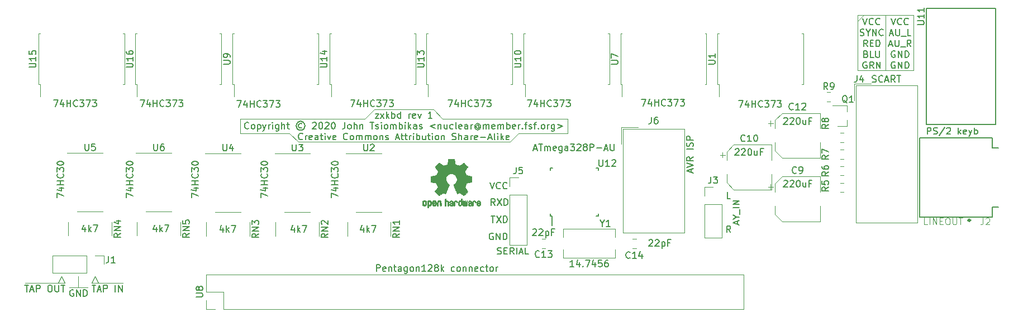
<source format=gbr>
G04 #@! TF.GenerationSoftware,KiCad,Pcbnew,5.1.5+dfsg1-2*
G04 #@! TF.CreationDate,2020-02-18T22:18:07+02:00*
G04 #@! TF.ProjectId,zxkbd,7a786b62-642e-46b6-9963-61645f706362,rev?*
G04 #@! TF.SameCoordinates,Original*
G04 #@! TF.FileFunction,Legend,Top*
G04 #@! TF.FilePolarity,Positive*
%FSLAX46Y46*%
G04 Gerber Fmt 4.6, Leading zero omitted, Abs format (unit mm)*
G04 Created by KiCad (PCBNEW 5.1.5+dfsg1-2) date 2020-02-18 22:18:07*
%MOMM*%
%LPD*%
G04 APERTURE LIST*
%ADD10C,0.150000*%
%ADD11C,0.120000*%
%ADD12C,0.010000*%
%ADD13C,0.127000*%
%ADD14C,0.340000*%
%ADD15C,0.050000*%
G04 APERTURE END LIST*
D10*
X132457142Y-143852380D02*
X132457142Y-142852380D01*
X132838095Y-142852380D01*
X132933333Y-142900000D01*
X132980952Y-142947619D01*
X133028571Y-143042857D01*
X133028571Y-143185714D01*
X132980952Y-143280952D01*
X132933333Y-143328571D01*
X132838095Y-143376190D01*
X132457142Y-143376190D01*
X133838095Y-143804761D02*
X133742857Y-143852380D01*
X133552380Y-143852380D01*
X133457142Y-143804761D01*
X133409523Y-143709523D01*
X133409523Y-143328571D01*
X133457142Y-143233333D01*
X133552380Y-143185714D01*
X133742857Y-143185714D01*
X133838095Y-143233333D01*
X133885714Y-143328571D01*
X133885714Y-143423809D01*
X133409523Y-143519047D01*
X134314285Y-143185714D02*
X134314285Y-143852380D01*
X134314285Y-143280952D02*
X134361904Y-143233333D01*
X134457142Y-143185714D01*
X134600000Y-143185714D01*
X134695238Y-143233333D01*
X134742857Y-143328571D01*
X134742857Y-143852380D01*
X135076190Y-143185714D02*
X135457142Y-143185714D01*
X135219047Y-142852380D02*
X135219047Y-143709523D01*
X135266666Y-143804761D01*
X135361904Y-143852380D01*
X135457142Y-143852380D01*
X136219047Y-143852380D02*
X136219047Y-143328571D01*
X136171428Y-143233333D01*
X136076190Y-143185714D01*
X135885714Y-143185714D01*
X135790476Y-143233333D01*
X136219047Y-143804761D02*
X136123809Y-143852380D01*
X135885714Y-143852380D01*
X135790476Y-143804761D01*
X135742857Y-143709523D01*
X135742857Y-143614285D01*
X135790476Y-143519047D01*
X135885714Y-143471428D01*
X136123809Y-143471428D01*
X136219047Y-143423809D01*
X137123809Y-143185714D02*
X137123809Y-143995238D01*
X137076190Y-144090476D01*
X137028571Y-144138095D01*
X136933333Y-144185714D01*
X136790476Y-144185714D01*
X136695238Y-144138095D01*
X137123809Y-143804761D02*
X137028571Y-143852380D01*
X136838095Y-143852380D01*
X136742857Y-143804761D01*
X136695238Y-143757142D01*
X136647619Y-143661904D01*
X136647619Y-143376190D01*
X136695238Y-143280952D01*
X136742857Y-143233333D01*
X136838095Y-143185714D01*
X137028571Y-143185714D01*
X137123809Y-143233333D01*
X137742857Y-143852380D02*
X137647619Y-143804761D01*
X137600000Y-143757142D01*
X137552380Y-143661904D01*
X137552380Y-143376190D01*
X137600000Y-143280952D01*
X137647619Y-143233333D01*
X137742857Y-143185714D01*
X137885714Y-143185714D01*
X137980952Y-143233333D01*
X138028571Y-143280952D01*
X138076190Y-143376190D01*
X138076190Y-143661904D01*
X138028571Y-143757142D01*
X137980952Y-143804761D01*
X137885714Y-143852380D01*
X137742857Y-143852380D01*
X138504761Y-143185714D02*
X138504761Y-143852380D01*
X138504761Y-143280952D02*
X138552380Y-143233333D01*
X138647619Y-143185714D01*
X138790476Y-143185714D01*
X138885714Y-143233333D01*
X138933333Y-143328571D01*
X138933333Y-143852380D01*
X139933333Y-143852380D02*
X139361904Y-143852380D01*
X139647619Y-143852380D02*
X139647619Y-142852380D01*
X139552380Y-142995238D01*
X139457142Y-143090476D01*
X139361904Y-143138095D01*
X140314285Y-142947619D02*
X140361904Y-142900000D01*
X140457142Y-142852380D01*
X140695238Y-142852380D01*
X140790476Y-142900000D01*
X140838095Y-142947619D01*
X140885714Y-143042857D01*
X140885714Y-143138095D01*
X140838095Y-143280952D01*
X140266666Y-143852380D01*
X140885714Y-143852380D01*
X141457142Y-143280952D02*
X141361904Y-143233333D01*
X141314285Y-143185714D01*
X141266666Y-143090476D01*
X141266666Y-143042857D01*
X141314285Y-142947619D01*
X141361904Y-142900000D01*
X141457142Y-142852380D01*
X141647619Y-142852380D01*
X141742857Y-142900000D01*
X141790476Y-142947619D01*
X141838095Y-143042857D01*
X141838095Y-143090476D01*
X141790476Y-143185714D01*
X141742857Y-143233333D01*
X141647619Y-143280952D01*
X141457142Y-143280952D01*
X141361904Y-143328571D01*
X141314285Y-143376190D01*
X141266666Y-143471428D01*
X141266666Y-143661904D01*
X141314285Y-143757142D01*
X141361904Y-143804761D01*
X141457142Y-143852380D01*
X141647619Y-143852380D01*
X141742857Y-143804761D01*
X141790476Y-143757142D01*
X141838095Y-143661904D01*
X141838095Y-143471428D01*
X141790476Y-143376190D01*
X141742857Y-143328571D01*
X141647619Y-143280952D01*
X142266666Y-143852380D02*
X142266666Y-142852380D01*
X142361904Y-143471428D02*
X142647619Y-143852380D01*
X142647619Y-143185714D02*
X142266666Y-143566666D01*
X144266666Y-143804761D02*
X144171428Y-143852380D01*
X143980952Y-143852380D01*
X143885714Y-143804761D01*
X143838095Y-143757142D01*
X143790476Y-143661904D01*
X143790476Y-143376190D01*
X143838095Y-143280952D01*
X143885714Y-143233333D01*
X143980952Y-143185714D01*
X144171428Y-143185714D01*
X144266666Y-143233333D01*
X144838095Y-143852380D02*
X144742857Y-143804761D01*
X144695238Y-143757142D01*
X144647619Y-143661904D01*
X144647619Y-143376190D01*
X144695238Y-143280952D01*
X144742857Y-143233333D01*
X144838095Y-143185714D01*
X144980952Y-143185714D01*
X145076190Y-143233333D01*
X145123809Y-143280952D01*
X145171428Y-143376190D01*
X145171428Y-143661904D01*
X145123809Y-143757142D01*
X145076190Y-143804761D01*
X144980952Y-143852380D01*
X144838095Y-143852380D01*
X145600000Y-143185714D02*
X145600000Y-143852380D01*
X145600000Y-143280952D02*
X145647619Y-143233333D01*
X145742857Y-143185714D01*
X145885714Y-143185714D01*
X145980952Y-143233333D01*
X146028571Y-143328571D01*
X146028571Y-143852380D01*
X146504761Y-143185714D02*
X146504761Y-143852380D01*
X146504761Y-143280952D02*
X146552380Y-143233333D01*
X146647619Y-143185714D01*
X146790476Y-143185714D01*
X146885714Y-143233333D01*
X146933333Y-143328571D01*
X146933333Y-143852380D01*
X147790476Y-143804761D02*
X147695238Y-143852380D01*
X147504761Y-143852380D01*
X147409523Y-143804761D01*
X147361904Y-143709523D01*
X147361904Y-143328571D01*
X147409523Y-143233333D01*
X147504761Y-143185714D01*
X147695238Y-143185714D01*
X147790476Y-143233333D01*
X147838095Y-143328571D01*
X147838095Y-143423809D01*
X147361904Y-143519047D01*
X148695238Y-143804761D02*
X148600000Y-143852380D01*
X148409523Y-143852380D01*
X148314285Y-143804761D01*
X148266666Y-143757142D01*
X148219047Y-143661904D01*
X148219047Y-143376190D01*
X148266666Y-143280952D01*
X148314285Y-143233333D01*
X148409523Y-143185714D01*
X148600000Y-143185714D01*
X148695238Y-143233333D01*
X148980952Y-143185714D02*
X149361904Y-143185714D01*
X149123809Y-142852380D02*
X149123809Y-143709523D01*
X149171428Y-143804761D01*
X149266666Y-143852380D01*
X149361904Y-143852380D01*
X149838095Y-143852380D02*
X149742857Y-143804761D01*
X149695238Y-143757142D01*
X149647619Y-143661904D01*
X149647619Y-143376190D01*
X149695238Y-143280952D01*
X149742857Y-143233333D01*
X149838095Y-143185714D01*
X149980952Y-143185714D01*
X150076190Y-143233333D01*
X150123809Y-143280952D01*
X150171428Y-143376190D01*
X150171428Y-143661904D01*
X150123809Y-143757142D01*
X150076190Y-143804761D01*
X149980952Y-143852380D01*
X149838095Y-143852380D01*
X150600000Y-143852380D02*
X150600000Y-143185714D01*
X150600000Y-143376190D02*
X150647619Y-143280952D01*
X150695238Y-143233333D01*
X150790476Y-143185714D01*
X150885714Y-143185714D01*
D11*
X87300000Y-146300000D02*
X87300000Y-144600000D01*
X85900000Y-146300000D02*
X88700000Y-146300000D01*
X89800000Y-144600000D02*
X89300000Y-145600000D01*
X90300000Y-145600000D02*
X89800000Y-144600000D01*
X84700000Y-144600000D02*
X84200000Y-145600000D01*
X85200000Y-145600000D02*
X84700000Y-144600000D01*
X89300000Y-145600000D02*
X94000000Y-145600000D01*
X79200000Y-145600000D02*
X85200000Y-145600000D01*
D10*
X86538095Y-146700000D02*
X86442857Y-146652380D01*
X86300000Y-146652380D01*
X86157142Y-146700000D01*
X86061904Y-146795238D01*
X86014285Y-146890476D01*
X85966666Y-147080952D01*
X85966666Y-147223809D01*
X86014285Y-147414285D01*
X86061904Y-147509523D01*
X86157142Y-147604761D01*
X86300000Y-147652380D01*
X86395238Y-147652380D01*
X86538095Y-147604761D01*
X86585714Y-147557142D01*
X86585714Y-147223809D01*
X86395238Y-147223809D01*
X87014285Y-147652380D02*
X87014285Y-146652380D01*
X87585714Y-147652380D01*
X87585714Y-146652380D01*
X88061904Y-147652380D02*
X88061904Y-146652380D01*
X88300000Y-146652380D01*
X88442857Y-146700000D01*
X88538095Y-146795238D01*
X88585714Y-146890476D01*
X88633333Y-147080952D01*
X88633333Y-147223809D01*
X88585714Y-147414285D01*
X88538095Y-147509523D01*
X88442857Y-147604761D01*
X88300000Y-147652380D01*
X88061904Y-147652380D01*
X89342857Y-145952380D02*
X89914285Y-145952380D01*
X89628571Y-146952380D02*
X89628571Y-145952380D01*
X90200000Y-146666666D02*
X90676190Y-146666666D01*
X90104761Y-146952380D02*
X90438095Y-145952380D01*
X90771428Y-146952380D01*
X91104761Y-146952380D02*
X91104761Y-145952380D01*
X91485714Y-145952380D01*
X91580952Y-146000000D01*
X91628571Y-146047619D01*
X91676190Y-146142857D01*
X91676190Y-146285714D01*
X91628571Y-146380952D01*
X91580952Y-146428571D01*
X91485714Y-146476190D01*
X91104761Y-146476190D01*
X92866666Y-146952380D02*
X92866666Y-145952380D01*
X93342857Y-146952380D02*
X93342857Y-145952380D01*
X93914285Y-146952380D01*
X93914285Y-145952380D01*
X79176190Y-145952380D02*
X79747619Y-145952380D01*
X79461904Y-146952380D02*
X79461904Y-145952380D01*
X80033333Y-146666666D02*
X80509523Y-146666666D01*
X79938095Y-146952380D02*
X80271428Y-145952380D01*
X80604761Y-146952380D01*
X80938095Y-146952380D02*
X80938095Y-145952380D01*
X81319047Y-145952380D01*
X81414285Y-146000000D01*
X81461904Y-146047619D01*
X81509523Y-146142857D01*
X81509523Y-146285714D01*
X81461904Y-146380952D01*
X81414285Y-146428571D01*
X81319047Y-146476190D01*
X80938095Y-146476190D01*
X82890476Y-145952380D02*
X83080952Y-145952380D01*
X83176190Y-146000000D01*
X83271428Y-146095238D01*
X83319047Y-146285714D01*
X83319047Y-146619047D01*
X83271428Y-146809523D01*
X83176190Y-146904761D01*
X83080952Y-146952380D01*
X82890476Y-146952380D01*
X82795238Y-146904761D01*
X82700000Y-146809523D01*
X82652380Y-146619047D01*
X82652380Y-146285714D01*
X82700000Y-146095238D01*
X82795238Y-146000000D01*
X82890476Y-145952380D01*
X83747619Y-145952380D02*
X83747619Y-146761904D01*
X83795238Y-146857142D01*
X83842857Y-146904761D01*
X83938095Y-146952380D01*
X84128571Y-146952380D01*
X84223809Y-146904761D01*
X84271428Y-146857142D01*
X84319047Y-146761904D01*
X84319047Y-145952380D01*
X84652380Y-145952380D02*
X85223809Y-145952380D01*
X84938095Y-146952380D02*
X84938095Y-145952380D01*
X186109523Y-137952380D02*
X185776190Y-137476190D01*
X185538095Y-137952380D02*
X185538095Y-136952380D01*
X185919047Y-136952380D01*
X186014285Y-137000000D01*
X186061904Y-137047619D01*
X186109523Y-137142857D01*
X186109523Y-137285714D01*
X186061904Y-137380952D01*
X186014285Y-137428571D01*
X185919047Y-137476190D01*
X185538095Y-137476190D01*
X186109523Y-132852380D02*
X185633333Y-132852380D01*
X185633333Y-131852380D01*
D11*
X154000000Y-122900000D02*
X152700000Y-124200000D01*
X161400000Y-122900000D02*
X154000000Y-122900000D01*
X161400000Y-120700000D02*
X161400000Y-122900000D01*
X142500000Y-120700000D02*
X161400000Y-120700000D01*
X141100000Y-119300000D02*
X142500000Y-120700000D01*
X132100000Y-119300000D02*
X141100000Y-119300000D01*
X130700000Y-120700000D02*
X132100000Y-119300000D01*
X111800000Y-120700000D02*
X130700000Y-120700000D01*
X111800000Y-122900000D02*
X111800000Y-120700000D01*
X119300000Y-122900000D02*
X111800000Y-122900000D01*
X120600000Y-124200000D02*
X119300000Y-122900000D01*
X120600000Y-124200000D02*
X152600000Y-124200000D01*
D10*
X132266666Y-119935714D02*
X132790476Y-119935714D01*
X132266666Y-120602380D01*
X132790476Y-120602380D01*
X133076190Y-120602380D02*
X133600000Y-119935714D01*
X133076190Y-119935714D02*
X133600000Y-120602380D01*
X133980952Y-120602380D02*
X133980952Y-119602380D01*
X134076190Y-120221428D02*
X134361904Y-120602380D01*
X134361904Y-119935714D02*
X133980952Y-120316666D01*
X134790476Y-120602380D02*
X134790476Y-119602380D01*
X134790476Y-119983333D02*
X134885714Y-119935714D01*
X135076190Y-119935714D01*
X135171428Y-119983333D01*
X135219047Y-120030952D01*
X135266666Y-120126190D01*
X135266666Y-120411904D01*
X135219047Y-120507142D01*
X135171428Y-120554761D01*
X135076190Y-120602380D01*
X134885714Y-120602380D01*
X134790476Y-120554761D01*
X136123809Y-120602380D02*
X136123809Y-119602380D01*
X136123809Y-120554761D02*
X136028571Y-120602380D01*
X135838095Y-120602380D01*
X135742857Y-120554761D01*
X135695238Y-120507142D01*
X135647619Y-120411904D01*
X135647619Y-120126190D01*
X135695238Y-120030952D01*
X135742857Y-119983333D01*
X135838095Y-119935714D01*
X136028571Y-119935714D01*
X136123809Y-119983333D01*
X137361904Y-120602380D02*
X137361904Y-119935714D01*
X137361904Y-120126190D02*
X137409523Y-120030952D01*
X137457142Y-119983333D01*
X137552380Y-119935714D01*
X137647619Y-119935714D01*
X138361904Y-120554761D02*
X138266666Y-120602380D01*
X138076190Y-120602380D01*
X137980952Y-120554761D01*
X137933333Y-120459523D01*
X137933333Y-120078571D01*
X137980952Y-119983333D01*
X138076190Y-119935714D01*
X138266666Y-119935714D01*
X138361904Y-119983333D01*
X138409523Y-120078571D01*
X138409523Y-120173809D01*
X137933333Y-120269047D01*
X138742857Y-119935714D02*
X138980952Y-120602380D01*
X139219047Y-119935714D01*
X140885714Y-120602380D02*
X140314285Y-120602380D01*
X140600000Y-120602380D02*
X140600000Y-119602380D01*
X140504761Y-119745238D01*
X140409523Y-119840476D01*
X140314285Y-119888095D01*
X113100000Y-122157142D02*
X113052380Y-122204761D01*
X112909523Y-122252380D01*
X112814285Y-122252380D01*
X112671428Y-122204761D01*
X112576190Y-122109523D01*
X112528571Y-122014285D01*
X112480952Y-121823809D01*
X112480952Y-121680952D01*
X112528571Y-121490476D01*
X112576190Y-121395238D01*
X112671428Y-121300000D01*
X112814285Y-121252380D01*
X112909523Y-121252380D01*
X113052380Y-121300000D01*
X113100000Y-121347619D01*
X113671428Y-122252380D02*
X113576190Y-122204761D01*
X113528571Y-122157142D01*
X113480952Y-122061904D01*
X113480952Y-121776190D01*
X113528571Y-121680952D01*
X113576190Y-121633333D01*
X113671428Y-121585714D01*
X113814285Y-121585714D01*
X113909523Y-121633333D01*
X113957142Y-121680952D01*
X114004761Y-121776190D01*
X114004761Y-122061904D01*
X113957142Y-122157142D01*
X113909523Y-122204761D01*
X113814285Y-122252380D01*
X113671428Y-122252380D01*
X114433333Y-121585714D02*
X114433333Y-122585714D01*
X114433333Y-121633333D02*
X114528571Y-121585714D01*
X114719047Y-121585714D01*
X114814285Y-121633333D01*
X114861904Y-121680952D01*
X114909523Y-121776190D01*
X114909523Y-122061904D01*
X114861904Y-122157142D01*
X114814285Y-122204761D01*
X114719047Y-122252380D01*
X114528571Y-122252380D01*
X114433333Y-122204761D01*
X115242857Y-121585714D02*
X115480952Y-122252380D01*
X115719047Y-121585714D02*
X115480952Y-122252380D01*
X115385714Y-122490476D01*
X115338095Y-122538095D01*
X115242857Y-122585714D01*
X116100000Y-122252380D02*
X116100000Y-121585714D01*
X116100000Y-121776190D02*
X116147619Y-121680952D01*
X116195238Y-121633333D01*
X116290476Y-121585714D01*
X116385714Y-121585714D01*
X116719047Y-122252380D02*
X116719047Y-121585714D01*
X116719047Y-121252380D02*
X116671428Y-121300000D01*
X116719047Y-121347619D01*
X116766666Y-121300000D01*
X116719047Y-121252380D01*
X116719047Y-121347619D01*
X117623809Y-121585714D02*
X117623809Y-122395238D01*
X117576190Y-122490476D01*
X117528571Y-122538095D01*
X117433333Y-122585714D01*
X117290476Y-122585714D01*
X117195238Y-122538095D01*
X117623809Y-122204761D02*
X117528571Y-122252380D01*
X117338095Y-122252380D01*
X117242857Y-122204761D01*
X117195238Y-122157142D01*
X117147619Y-122061904D01*
X117147619Y-121776190D01*
X117195238Y-121680952D01*
X117242857Y-121633333D01*
X117338095Y-121585714D01*
X117528571Y-121585714D01*
X117623809Y-121633333D01*
X118100000Y-122252380D02*
X118100000Y-121252380D01*
X118528571Y-122252380D02*
X118528571Y-121728571D01*
X118480952Y-121633333D01*
X118385714Y-121585714D01*
X118242857Y-121585714D01*
X118147619Y-121633333D01*
X118100000Y-121680952D01*
X118861904Y-121585714D02*
X119242857Y-121585714D01*
X119004761Y-121252380D02*
X119004761Y-122109523D01*
X119052380Y-122204761D01*
X119147619Y-122252380D01*
X119242857Y-122252380D01*
X121147619Y-121490476D02*
X121052380Y-121442857D01*
X120861904Y-121442857D01*
X120766666Y-121490476D01*
X120671428Y-121585714D01*
X120623809Y-121680952D01*
X120623809Y-121871428D01*
X120671428Y-121966666D01*
X120766666Y-122061904D01*
X120861904Y-122109523D01*
X121052380Y-122109523D01*
X121147619Y-122061904D01*
X120957142Y-121109523D02*
X120719047Y-121157142D01*
X120480952Y-121300000D01*
X120338095Y-121538095D01*
X120290476Y-121776190D01*
X120338095Y-122014285D01*
X120480952Y-122252380D01*
X120719047Y-122395238D01*
X120957142Y-122442857D01*
X121195238Y-122395238D01*
X121433333Y-122252380D01*
X121576190Y-122014285D01*
X121623809Y-121776190D01*
X121576190Y-121538095D01*
X121433333Y-121300000D01*
X121195238Y-121157142D01*
X120957142Y-121109523D01*
X122766666Y-121347619D02*
X122814285Y-121300000D01*
X122909523Y-121252380D01*
X123147619Y-121252380D01*
X123242857Y-121300000D01*
X123290476Y-121347619D01*
X123338095Y-121442857D01*
X123338095Y-121538095D01*
X123290476Y-121680952D01*
X122719047Y-122252380D01*
X123338095Y-122252380D01*
X123957142Y-121252380D02*
X124052380Y-121252380D01*
X124147619Y-121300000D01*
X124195238Y-121347619D01*
X124242857Y-121442857D01*
X124290476Y-121633333D01*
X124290476Y-121871428D01*
X124242857Y-122061904D01*
X124195238Y-122157142D01*
X124147619Y-122204761D01*
X124052380Y-122252380D01*
X123957142Y-122252380D01*
X123861904Y-122204761D01*
X123814285Y-122157142D01*
X123766666Y-122061904D01*
X123719047Y-121871428D01*
X123719047Y-121633333D01*
X123766666Y-121442857D01*
X123814285Y-121347619D01*
X123861904Y-121300000D01*
X123957142Y-121252380D01*
X124671428Y-121347619D02*
X124719047Y-121300000D01*
X124814285Y-121252380D01*
X125052380Y-121252380D01*
X125147619Y-121300000D01*
X125195238Y-121347619D01*
X125242857Y-121442857D01*
X125242857Y-121538095D01*
X125195238Y-121680952D01*
X124623809Y-122252380D01*
X125242857Y-122252380D01*
X125861904Y-121252380D02*
X125957142Y-121252380D01*
X126052380Y-121300000D01*
X126100000Y-121347619D01*
X126147619Y-121442857D01*
X126195238Y-121633333D01*
X126195238Y-121871428D01*
X126147619Y-122061904D01*
X126100000Y-122157142D01*
X126052380Y-122204761D01*
X125957142Y-122252380D01*
X125861904Y-122252380D01*
X125766666Y-122204761D01*
X125719047Y-122157142D01*
X125671428Y-122061904D01*
X125623809Y-121871428D01*
X125623809Y-121633333D01*
X125671428Y-121442857D01*
X125719047Y-121347619D01*
X125766666Y-121300000D01*
X125861904Y-121252380D01*
X127671428Y-121252380D02*
X127671428Y-121966666D01*
X127623809Y-122109523D01*
X127528571Y-122204761D01*
X127385714Y-122252380D01*
X127290476Y-122252380D01*
X128290476Y-122252380D02*
X128195238Y-122204761D01*
X128147619Y-122157142D01*
X128100000Y-122061904D01*
X128100000Y-121776190D01*
X128147619Y-121680952D01*
X128195238Y-121633333D01*
X128290476Y-121585714D01*
X128433333Y-121585714D01*
X128528571Y-121633333D01*
X128576190Y-121680952D01*
X128623809Y-121776190D01*
X128623809Y-122061904D01*
X128576190Y-122157142D01*
X128528571Y-122204761D01*
X128433333Y-122252380D01*
X128290476Y-122252380D01*
X129052380Y-122252380D02*
X129052380Y-121252380D01*
X129480952Y-122252380D02*
X129480952Y-121728571D01*
X129433333Y-121633333D01*
X129338095Y-121585714D01*
X129195238Y-121585714D01*
X129100000Y-121633333D01*
X129052380Y-121680952D01*
X129957142Y-121585714D02*
X129957142Y-122252380D01*
X129957142Y-121680952D02*
X130004761Y-121633333D01*
X130100000Y-121585714D01*
X130242857Y-121585714D01*
X130338095Y-121633333D01*
X130385714Y-121728571D01*
X130385714Y-122252380D01*
X131480952Y-121252380D02*
X132052380Y-121252380D01*
X131766666Y-122252380D02*
X131766666Y-121252380D01*
X132338095Y-122204761D02*
X132433333Y-122252380D01*
X132623809Y-122252380D01*
X132719047Y-122204761D01*
X132766666Y-122109523D01*
X132766666Y-122061904D01*
X132719047Y-121966666D01*
X132623809Y-121919047D01*
X132480952Y-121919047D01*
X132385714Y-121871428D01*
X132338095Y-121776190D01*
X132338095Y-121728571D01*
X132385714Y-121633333D01*
X132480952Y-121585714D01*
X132623809Y-121585714D01*
X132719047Y-121633333D01*
X133195238Y-122252380D02*
X133195238Y-121585714D01*
X133195238Y-121252380D02*
X133147619Y-121300000D01*
X133195238Y-121347619D01*
X133242857Y-121300000D01*
X133195238Y-121252380D01*
X133195238Y-121347619D01*
X133814285Y-122252380D02*
X133719047Y-122204761D01*
X133671428Y-122157142D01*
X133623809Y-122061904D01*
X133623809Y-121776190D01*
X133671428Y-121680952D01*
X133719047Y-121633333D01*
X133814285Y-121585714D01*
X133957142Y-121585714D01*
X134052380Y-121633333D01*
X134100000Y-121680952D01*
X134147619Y-121776190D01*
X134147619Y-122061904D01*
X134100000Y-122157142D01*
X134052380Y-122204761D01*
X133957142Y-122252380D01*
X133814285Y-122252380D01*
X134576190Y-122252380D02*
X134576190Y-121585714D01*
X134576190Y-121680952D02*
X134623809Y-121633333D01*
X134719047Y-121585714D01*
X134861904Y-121585714D01*
X134957142Y-121633333D01*
X135004761Y-121728571D01*
X135004761Y-122252380D01*
X135004761Y-121728571D02*
X135052380Y-121633333D01*
X135147619Y-121585714D01*
X135290476Y-121585714D01*
X135385714Y-121633333D01*
X135433333Y-121728571D01*
X135433333Y-122252380D01*
X135909523Y-122252380D02*
X135909523Y-121252380D01*
X135909523Y-121633333D02*
X136004761Y-121585714D01*
X136195238Y-121585714D01*
X136290476Y-121633333D01*
X136338095Y-121680952D01*
X136385714Y-121776190D01*
X136385714Y-122061904D01*
X136338095Y-122157142D01*
X136290476Y-122204761D01*
X136195238Y-122252380D01*
X136004761Y-122252380D01*
X135909523Y-122204761D01*
X136814285Y-122252380D02*
X136814285Y-121585714D01*
X136814285Y-121252380D02*
X136766666Y-121300000D01*
X136814285Y-121347619D01*
X136861904Y-121300000D01*
X136814285Y-121252380D01*
X136814285Y-121347619D01*
X137290476Y-122252380D02*
X137290476Y-121252380D01*
X137385714Y-121871428D02*
X137671428Y-122252380D01*
X137671428Y-121585714D02*
X137290476Y-121966666D01*
X138528571Y-122252380D02*
X138528571Y-121728571D01*
X138480952Y-121633333D01*
X138385714Y-121585714D01*
X138195238Y-121585714D01*
X138100000Y-121633333D01*
X138528571Y-122204761D02*
X138433333Y-122252380D01*
X138195238Y-122252380D01*
X138100000Y-122204761D01*
X138052380Y-122109523D01*
X138052380Y-122014285D01*
X138100000Y-121919047D01*
X138195238Y-121871428D01*
X138433333Y-121871428D01*
X138528571Y-121823809D01*
X138957142Y-122204761D02*
X139052380Y-122252380D01*
X139242857Y-122252380D01*
X139338095Y-122204761D01*
X139385714Y-122109523D01*
X139385714Y-122061904D01*
X139338095Y-121966666D01*
X139242857Y-121919047D01*
X139100000Y-121919047D01*
X139004761Y-121871428D01*
X138957142Y-121776190D01*
X138957142Y-121728571D01*
X139004761Y-121633333D01*
X139100000Y-121585714D01*
X139242857Y-121585714D01*
X139338095Y-121633333D01*
X141338095Y-121585714D02*
X140576190Y-121871428D01*
X141338095Y-122157142D01*
X141814285Y-121585714D02*
X141814285Y-122252380D01*
X141814285Y-121680952D02*
X141861904Y-121633333D01*
X141957142Y-121585714D01*
X142100000Y-121585714D01*
X142195238Y-121633333D01*
X142242857Y-121728571D01*
X142242857Y-122252380D01*
X143147619Y-121585714D02*
X143147619Y-122252380D01*
X142719047Y-121585714D02*
X142719047Y-122109523D01*
X142766666Y-122204761D01*
X142861904Y-122252380D01*
X143004761Y-122252380D01*
X143100000Y-122204761D01*
X143147619Y-122157142D01*
X144052380Y-122204761D02*
X143957142Y-122252380D01*
X143766666Y-122252380D01*
X143671428Y-122204761D01*
X143623809Y-122157142D01*
X143576190Y-122061904D01*
X143576190Y-121776190D01*
X143623809Y-121680952D01*
X143671428Y-121633333D01*
X143766666Y-121585714D01*
X143957142Y-121585714D01*
X144052380Y-121633333D01*
X144623809Y-122252380D02*
X144528571Y-122204761D01*
X144480952Y-122109523D01*
X144480952Y-121252380D01*
X145385714Y-122204761D02*
X145290476Y-122252380D01*
X145100000Y-122252380D01*
X145004761Y-122204761D01*
X144957142Y-122109523D01*
X144957142Y-121728571D01*
X145004761Y-121633333D01*
X145100000Y-121585714D01*
X145290476Y-121585714D01*
X145385714Y-121633333D01*
X145433333Y-121728571D01*
X145433333Y-121823809D01*
X144957142Y-121919047D01*
X146290476Y-122252380D02*
X146290476Y-121728571D01*
X146242857Y-121633333D01*
X146147619Y-121585714D01*
X145957142Y-121585714D01*
X145861904Y-121633333D01*
X146290476Y-122204761D02*
X146195238Y-122252380D01*
X145957142Y-122252380D01*
X145861904Y-122204761D01*
X145814285Y-122109523D01*
X145814285Y-122014285D01*
X145861904Y-121919047D01*
X145957142Y-121871428D01*
X146195238Y-121871428D01*
X146290476Y-121823809D01*
X146766666Y-122252380D02*
X146766666Y-121585714D01*
X146766666Y-121776190D02*
X146814285Y-121680952D01*
X146861904Y-121633333D01*
X146957142Y-121585714D01*
X147052380Y-121585714D01*
X148004761Y-121776190D02*
X147957142Y-121728571D01*
X147861904Y-121680952D01*
X147766666Y-121680952D01*
X147671428Y-121728571D01*
X147623809Y-121776190D01*
X147576190Y-121871428D01*
X147576190Y-121966666D01*
X147623809Y-122061904D01*
X147671428Y-122109523D01*
X147766666Y-122157142D01*
X147861904Y-122157142D01*
X147957142Y-122109523D01*
X148004761Y-122061904D01*
X148004761Y-121680952D02*
X148004761Y-122061904D01*
X148052380Y-122109523D01*
X148100000Y-122109523D01*
X148195238Y-122061904D01*
X148242857Y-121966666D01*
X148242857Y-121728571D01*
X148147619Y-121585714D01*
X148004761Y-121490476D01*
X147814285Y-121442857D01*
X147623809Y-121490476D01*
X147480952Y-121585714D01*
X147385714Y-121728571D01*
X147338095Y-121919047D01*
X147385714Y-122109523D01*
X147480952Y-122252380D01*
X147623809Y-122347619D01*
X147814285Y-122395238D01*
X148004761Y-122347619D01*
X148147619Y-122252380D01*
X148671428Y-122252380D02*
X148671428Y-121585714D01*
X148671428Y-121680952D02*
X148719047Y-121633333D01*
X148814285Y-121585714D01*
X148957142Y-121585714D01*
X149052380Y-121633333D01*
X149100000Y-121728571D01*
X149100000Y-122252380D01*
X149100000Y-121728571D02*
X149147619Y-121633333D01*
X149242857Y-121585714D01*
X149385714Y-121585714D01*
X149480952Y-121633333D01*
X149528571Y-121728571D01*
X149528571Y-122252380D01*
X150385714Y-122204761D02*
X150290476Y-122252380D01*
X150100000Y-122252380D01*
X150004761Y-122204761D01*
X149957142Y-122109523D01*
X149957142Y-121728571D01*
X150004761Y-121633333D01*
X150100000Y-121585714D01*
X150290476Y-121585714D01*
X150385714Y-121633333D01*
X150433333Y-121728571D01*
X150433333Y-121823809D01*
X149957142Y-121919047D01*
X150861904Y-122252380D02*
X150861904Y-121585714D01*
X150861904Y-121680952D02*
X150909523Y-121633333D01*
X151004761Y-121585714D01*
X151147619Y-121585714D01*
X151242857Y-121633333D01*
X151290476Y-121728571D01*
X151290476Y-122252380D01*
X151290476Y-121728571D02*
X151338095Y-121633333D01*
X151433333Y-121585714D01*
X151576190Y-121585714D01*
X151671428Y-121633333D01*
X151719047Y-121728571D01*
X151719047Y-122252380D01*
X152195238Y-122252380D02*
X152195238Y-121252380D01*
X152195238Y-121633333D02*
X152290476Y-121585714D01*
X152480952Y-121585714D01*
X152576190Y-121633333D01*
X152623809Y-121680952D01*
X152671428Y-121776190D01*
X152671428Y-122061904D01*
X152623809Y-122157142D01*
X152576190Y-122204761D01*
X152480952Y-122252380D01*
X152290476Y-122252380D01*
X152195238Y-122204761D01*
X153480952Y-122204761D02*
X153385714Y-122252380D01*
X153195238Y-122252380D01*
X153100000Y-122204761D01*
X153052380Y-122109523D01*
X153052380Y-121728571D01*
X153100000Y-121633333D01*
X153195238Y-121585714D01*
X153385714Y-121585714D01*
X153480952Y-121633333D01*
X153528571Y-121728571D01*
X153528571Y-121823809D01*
X153052380Y-121919047D01*
X153957142Y-122252380D02*
X153957142Y-121585714D01*
X153957142Y-121776190D02*
X154004761Y-121680952D01*
X154052380Y-121633333D01*
X154147619Y-121585714D01*
X154242857Y-121585714D01*
X154576190Y-122157142D02*
X154623809Y-122204761D01*
X154576190Y-122252380D01*
X154528571Y-122204761D01*
X154576190Y-122157142D01*
X154576190Y-122252380D01*
X154909523Y-121585714D02*
X155290476Y-121585714D01*
X155052380Y-122252380D02*
X155052380Y-121395238D01*
X155100000Y-121300000D01*
X155195238Y-121252380D01*
X155290476Y-121252380D01*
X155576190Y-122204761D02*
X155671428Y-122252380D01*
X155861904Y-122252380D01*
X155957142Y-122204761D01*
X156004761Y-122109523D01*
X156004761Y-122061904D01*
X155957142Y-121966666D01*
X155861904Y-121919047D01*
X155719047Y-121919047D01*
X155623809Y-121871428D01*
X155576190Y-121776190D01*
X155576190Y-121728571D01*
X155623809Y-121633333D01*
X155719047Y-121585714D01*
X155861904Y-121585714D01*
X155957142Y-121633333D01*
X156290476Y-121585714D02*
X156671428Y-121585714D01*
X156433333Y-122252380D02*
X156433333Y-121395238D01*
X156480952Y-121300000D01*
X156576190Y-121252380D01*
X156671428Y-121252380D01*
X157004761Y-122157142D02*
X157052380Y-122204761D01*
X157004761Y-122252380D01*
X156957142Y-122204761D01*
X157004761Y-122157142D01*
X157004761Y-122252380D01*
X157623809Y-122252380D02*
X157528571Y-122204761D01*
X157480952Y-122157142D01*
X157433333Y-122061904D01*
X157433333Y-121776190D01*
X157480952Y-121680952D01*
X157528571Y-121633333D01*
X157623809Y-121585714D01*
X157766666Y-121585714D01*
X157861904Y-121633333D01*
X157909523Y-121680952D01*
X157957142Y-121776190D01*
X157957142Y-122061904D01*
X157909523Y-122157142D01*
X157861904Y-122204761D01*
X157766666Y-122252380D01*
X157623809Y-122252380D01*
X158385714Y-122252380D02*
X158385714Y-121585714D01*
X158385714Y-121776190D02*
X158433333Y-121680952D01*
X158480952Y-121633333D01*
X158576190Y-121585714D01*
X158671428Y-121585714D01*
X159433333Y-121585714D02*
X159433333Y-122395238D01*
X159385714Y-122490476D01*
X159338095Y-122538095D01*
X159242857Y-122585714D01*
X159100000Y-122585714D01*
X159004761Y-122538095D01*
X159433333Y-122204761D02*
X159338095Y-122252380D01*
X159147619Y-122252380D01*
X159052380Y-122204761D01*
X159004761Y-122157142D01*
X158957142Y-122061904D01*
X158957142Y-121776190D01*
X159004761Y-121680952D01*
X159052380Y-121633333D01*
X159147619Y-121585714D01*
X159338095Y-121585714D01*
X159433333Y-121633333D01*
X159909523Y-121585714D02*
X160671428Y-121871428D01*
X159909523Y-122157142D01*
X121266666Y-123807142D02*
X121219047Y-123854761D01*
X121076190Y-123902380D01*
X120980952Y-123902380D01*
X120838095Y-123854761D01*
X120742857Y-123759523D01*
X120695238Y-123664285D01*
X120647619Y-123473809D01*
X120647619Y-123330952D01*
X120695238Y-123140476D01*
X120742857Y-123045238D01*
X120838095Y-122950000D01*
X120980952Y-122902380D01*
X121076190Y-122902380D01*
X121219047Y-122950000D01*
X121266666Y-122997619D01*
X121695238Y-123902380D02*
X121695238Y-123235714D01*
X121695238Y-123426190D02*
X121742857Y-123330952D01*
X121790476Y-123283333D01*
X121885714Y-123235714D01*
X121980952Y-123235714D01*
X122695238Y-123854761D02*
X122600000Y-123902380D01*
X122409523Y-123902380D01*
X122314285Y-123854761D01*
X122266666Y-123759523D01*
X122266666Y-123378571D01*
X122314285Y-123283333D01*
X122409523Y-123235714D01*
X122600000Y-123235714D01*
X122695238Y-123283333D01*
X122742857Y-123378571D01*
X122742857Y-123473809D01*
X122266666Y-123569047D01*
X123600000Y-123902380D02*
X123600000Y-123378571D01*
X123552380Y-123283333D01*
X123457142Y-123235714D01*
X123266666Y-123235714D01*
X123171428Y-123283333D01*
X123600000Y-123854761D02*
X123504761Y-123902380D01*
X123266666Y-123902380D01*
X123171428Y-123854761D01*
X123123809Y-123759523D01*
X123123809Y-123664285D01*
X123171428Y-123569047D01*
X123266666Y-123521428D01*
X123504761Y-123521428D01*
X123600000Y-123473809D01*
X123933333Y-123235714D02*
X124314285Y-123235714D01*
X124076190Y-122902380D02*
X124076190Y-123759523D01*
X124123809Y-123854761D01*
X124219047Y-123902380D01*
X124314285Y-123902380D01*
X124647619Y-123902380D02*
X124647619Y-123235714D01*
X124647619Y-122902380D02*
X124600000Y-122950000D01*
X124647619Y-122997619D01*
X124695238Y-122950000D01*
X124647619Y-122902380D01*
X124647619Y-122997619D01*
X125028571Y-123235714D02*
X125266666Y-123902380D01*
X125504761Y-123235714D01*
X126266666Y-123854761D02*
X126171428Y-123902380D01*
X125980952Y-123902380D01*
X125885714Y-123854761D01*
X125838095Y-123759523D01*
X125838095Y-123378571D01*
X125885714Y-123283333D01*
X125980952Y-123235714D01*
X126171428Y-123235714D01*
X126266666Y-123283333D01*
X126314285Y-123378571D01*
X126314285Y-123473809D01*
X125838095Y-123569047D01*
X128076190Y-123807142D02*
X128028571Y-123854761D01*
X127885714Y-123902380D01*
X127790476Y-123902380D01*
X127647619Y-123854761D01*
X127552380Y-123759523D01*
X127504761Y-123664285D01*
X127457142Y-123473809D01*
X127457142Y-123330952D01*
X127504761Y-123140476D01*
X127552380Y-123045238D01*
X127647619Y-122950000D01*
X127790476Y-122902380D01*
X127885714Y-122902380D01*
X128028571Y-122950000D01*
X128076190Y-122997619D01*
X128647619Y-123902380D02*
X128552380Y-123854761D01*
X128504761Y-123807142D01*
X128457142Y-123711904D01*
X128457142Y-123426190D01*
X128504761Y-123330952D01*
X128552380Y-123283333D01*
X128647619Y-123235714D01*
X128790476Y-123235714D01*
X128885714Y-123283333D01*
X128933333Y-123330952D01*
X128980952Y-123426190D01*
X128980952Y-123711904D01*
X128933333Y-123807142D01*
X128885714Y-123854761D01*
X128790476Y-123902380D01*
X128647619Y-123902380D01*
X129409523Y-123902380D02*
X129409523Y-123235714D01*
X129409523Y-123330952D02*
X129457142Y-123283333D01*
X129552380Y-123235714D01*
X129695238Y-123235714D01*
X129790476Y-123283333D01*
X129838095Y-123378571D01*
X129838095Y-123902380D01*
X129838095Y-123378571D02*
X129885714Y-123283333D01*
X129980952Y-123235714D01*
X130123809Y-123235714D01*
X130219047Y-123283333D01*
X130266666Y-123378571D01*
X130266666Y-123902380D01*
X130742857Y-123902380D02*
X130742857Y-123235714D01*
X130742857Y-123330952D02*
X130790476Y-123283333D01*
X130885714Y-123235714D01*
X131028571Y-123235714D01*
X131123809Y-123283333D01*
X131171428Y-123378571D01*
X131171428Y-123902380D01*
X131171428Y-123378571D02*
X131219047Y-123283333D01*
X131314285Y-123235714D01*
X131457142Y-123235714D01*
X131552380Y-123283333D01*
X131600000Y-123378571D01*
X131600000Y-123902380D01*
X132219047Y-123902380D02*
X132123809Y-123854761D01*
X132076190Y-123807142D01*
X132028571Y-123711904D01*
X132028571Y-123426190D01*
X132076190Y-123330952D01*
X132123809Y-123283333D01*
X132219047Y-123235714D01*
X132361904Y-123235714D01*
X132457142Y-123283333D01*
X132504761Y-123330952D01*
X132552380Y-123426190D01*
X132552380Y-123711904D01*
X132504761Y-123807142D01*
X132457142Y-123854761D01*
X132361904Y-123902380D01*
X132219047Y-123902380D01*
X132980952Y-123235714D02*
X132980952Y-123902380D01*
X132980952Y-123330952D02*
X133028571Y-123283333D01*
X133123809Y-123235714D01*
X133266666Y-123235714D01*
X133361904Y-123283333D01*
X133409523Y-123378571D01*
X133409523Y-123902380D01*
X133838095Y-123854761D02*
X133933333Y-123902380D01*
X134123809Y-123902380D01*
X134219047Y-123854761D01*
X134266666Y-123759523D01*
X134266666Y-123711904D01*
X134219047Y-123616666D01*
X134123809Y-123569047D01*
X133980952Y-123569047D01*
X133885714Y-123521428D01*
X133838095Y-123426190D01*
X133838095Y-123378571D01*
X133885714Y-123283333D01*
X133980952Y-123235714D01*
X134123809Y-123235714D01*
X134219047Y-123283333D01*
X135409523Y-123616666D02*
X135885714Y-123616666D01*
X135314285Y-123902380D02*
X135647619Y-122902380D01*
X135980952Y-123902380D01*
X136171428Y-123235714D02*
X136552380Y-123235714D01*
X136314285Y-122902380D02*
X136314285Y-123759523D01*
X136361904Y-123854761D01*
X136457142Y-123902380D01*
X136552380Y-123902380D01*
X136742857Y-123235714D02*
X137123809Y-123235714D01*
X136885714Y-122902380D02*
X136885714Y-123759523D01*
X136933333Y-123854761D01*
X137028571Y-123902380D01*
X137123809Y-123902380D01*
X137457142Y-123902380D02*
X137457142Y-123235714D01*
X137457142Y-123426190D02*
X137504761Y-123330952D01*
X137552380Y-123283333D01*
X137647619Y-123235714D01*
X137742857Y-123235714D01*
X138076190Y-123902380D02*
X138076190Y-123235714D01*
X138076190Y-122902380D02*
X138028571Y-122950000D01*
X138076190Y-122997619D01*
X138123809Y-122950000D01*
X138076190Y-122902380D01*
X138076190Y-122997619D01*
X138552380Y-123902380D02*
X138552380Y-122902380D01*
X138552380Y-123283333D02*
X138647619Y-123235714D01*
X138838095Y-123235714D01*
X138933333Y-123283333D01*
X138980952Y-123330952D01*
X139028571Y-123426190D01*
X139028571Y-123711904D01*
X138980952Y-123807142D01*
X138933333Y-123854761D01*
X138838095Y-123902380D01*
X138647619Y-123902380D01*
X138552380Y-123854761D01*
X139885714Y-123235714D02*
X139885714Y-123902380D01*
X139457142Y-123235714D02*
X139457142Y-123759523D01*
X139504761Y-123854761D01*
X139600000Y-123902380D01*
X139742857Y-123902380D01*
X139838095Y-123854761D01*
X139885714Y-123807142D01*
X140219047Y-123235714D02*
X140600000Y-123235714D01*
X140361904Y-122902380D02*
X140361904Y-123759523D01*
X140409523Y-123854761D01*
X140504761Y-123902380D01*
X140600000Y-123902380D01*
X140933333Y-123902380D02*
X140933333Y-123235714D01*
X140933333Y-122902380D02*
X140885714Y-122950000D01*
X140933333Y-122997619D01*
X140980952Y-122950000D01*
X140933333Y-122902380D01*
X140933333Y-122997619D01*
X141552380Y-123902380D02*
X141457142Y-123854761D01*
X141409523Y-123807142D01*
X141361904Y-123711904D01*
X141361904Y-123426190D01*
X141409523Y-123330952D01*
X141457142Y-123283333D01*
X141552380Y-123235714D01*
X141695238Y-123235714D01*
X141790476Y-123283333D01*
X141838095Y-123330952D01*
X141885714Y-123426190D01*
X141885714Y-123711904D01*
X141838095Y-123807142D01*
X141790476Y-123854761D01*
X141695238Y-123902380D01*
X141552380Y-123902380D01*
X142314285Y-123235714D02*
X142314285Y-123902380D01*
X142314285Y-123330952D02*
X142361904Y-123283333D01*
X142457142Y-123235714D01*
X142600000Y-123235714D01*
X142695238Y-123283333D01*
X142742857Y-123378571D01*
X142742857Y-123902380D01*
X143933333Y-123854761D02*
X144076190Y-123902380D01*
X144314285Y-123902380D01*
X144409523Y-123854761D01*
X144457142Y-123807142D01*
X144504761Y-123711904D01*
X144504761Y-123616666D01*
X144457142Y-123521428D01*
X144409523Y-123473809D01*
X144314285Y-123426190D01*
X144123809Y-123378571D01*
X144028571Y-123330952D01*
X143980952Y-123283333D01*
X143933333Y-123188095D01*
X143933333Y-123092857D01*
X143980952Y-122997619D01*
X144028571Y-122950000D01*
X144123809Y-122902380D01*
X144361904Y-122902380D01*
X144504761Y-122950000D01*
X144933333Y-123902380D02*
X144933333Y-122902380D01*
X145361904Y-123902380D02*
X145361904Y-123378571D01*
X145314285Y-123283333D01*
X145219047Y-123235714D01*
X145076190Y-123235714D01*
X144980952Y-123283333D01*
X144933333Y-123330952D01*
X146266666Y-123902380D02*
X146266666Y-123378571D01*
X146219047Y-123283333D01*
X146123809Y-123235714D01*
X145933333Y-123235714D01*
X145838095Y-123283333D01*
X146266666Y-123854761D02*
X146171428Y-123902380D01*
X145933333Y-123902380D01*
X145838095Y-123854761D01*
X145790476Y-123759523D01*
X145790476Y-123664285D01*
X145838095Y-123569047D01*
X145933333Y-123521428D01*
X146171428Y-123521428D01*
X146266666Y-123473809D01*
X146742857Y-123902380D02*
X146742857Y-123235714D01*
X146742857Y-123426190D02*
X146790476Y-123330952D01*
X146838095Y-123283333D01*
X146933333Y-123235714D01*
X147028571Y-123235714D01*
X147742857Y-123854761D02*
X147647619Y-123902380D01*
X147457142Y-123902380D01*
X147361904Y-123854761D01*
X147314285Y-123759523D01*
X147314285Y-123378571D01*
X147361904Y-123283333D01*
X147457142Y-123235714D01*
X147647619Y-123235714D01*
X147742857Y-123283333D01*
X147790476Y-123378571D01*
X147790476Y-123473809D01*
X147314285Y-123569047D01*
X148219047Y-123521428D02*
X148980952Y-123521428D01*
X149409523Y-123616666D02*
X149885714Y-123616666D01*
X149314285Y-123902380D02*
X149647619Y-122902380D01*
X149980952Y-123902380D01*
X150457142Y-123902380D02*
X150361904Y-123854761D01*
X150314285Y-123759523D01*
X150314285Y-122902380D01*
X150838095Y-123902380D02*
X150838095Y-123235714D01*
X150838095Y-122902380D02*
X150790476Y-122950000D01*
X150838095Y-122997619D01*
X150885714Y-122950000D01*
X150838095Y-122902380D01*
X150838095Y-122997619D01*
X151314285Y-123902380D02*
X151314285Y-122902380D01*
X151409523Y-123521428D02*
X151695238Y-123902380D01*
X151695238Y-123235714D02*
X151314285Y-123616666D01*
X152504761Y-123854761D02*
X152409523Y-123902380D01*
X152219047Y-123902380D01*
X152123809Y-123854761D01*
X152076190Y-123759523D01*
X152076190Y-123378571D01*
X152123809Y-123283333D01*
X152219047Y-123235714D01*
X152409523Y-123235714D01*
X152504761Y-123283333D01*
X152552380Y-123378571D01*
X152552380Y-123473809D01*
X152076190Y-123569047D01*
D11*
X205400000Y-105900000D02*
X206300000Y-105000000D01*
D10*
X215914285Y-123052380D02*
X215914285Y-122052380D01*
X216295238Y-122052380D01*
X216390476Y-122100000D01*
X216438095Y-122147619D01*
X216485714Y-122242857D01*
X216485714Y-122385714D01*
X216438095Y-122480952D01*
X216390476Y-122528571D01*
X216295238Y-122576190D01*
X215914285Y-122576190D01*
X216866666Y-123004761D02*
X217009523Y-123052380D01*
X217247619Y-123052380D01*
X217342857Y-123004761D01*
X217390476Y-122957142D01*
X217438095Y-122861904D01*
X217438095Y-122766666D01*
X217390476Y-122671428D01*
X217342857Y-122623809D01*
X217247619Y-122576190D01*
X217057142Y-122528571D01*
X216961904Y-122480952D01*
X216914285Y-122433333D01*
X216866666Y-122338095D01*
X216866666Y-122242857D01*
X216914285Y-122147619D01*
X216961904Y-122100000D01*
X217057142Y-122052380D01*
X217295238Y-122052380D01*
X217438095Y-122100000D01*
X218580952Y-122004761D02*
X217723809Y-123290476D01*
X218866666Y-122147619D02*
X218914285Y-122100000D01*
X219009523Y-122052380D01*
X219247619Y-122052380D01*
X219342857Y-122100000D01*
X219390476Y-122147619D01*
X219438095Y-122242857D01*
X219438095Y-122338095D01*
X219390476Y-122480952D01*
X218819047Y-123052380D01*
X219438095Y-123052380D01*
X220628571Y-123052380D02*
X220628571Y-122052380D01*
X220723809Y-122671428D02*
X221009523Y-123052380D01*
X221009523Y-122385714D02*
X220628571Y-122766666D01*
X221819047Y-123004761D02*
X221723809Y-123052380D01*
X221533333Y-123052380D01*
X221438095Y-123004761D01*
X221390476Y-122909523D01*
X221390476Y-122528571D01*
X221438095Y-122433333D01*
X221533333Y-122385714D01*
X221723809Y-122385714D01*
X221819047Y-122433333D01*
X221866666Y-122528571D01*
X221866666Y-122623809D01*
X221390476Y-122719047D01*
X222200000Y-122385714D02*
X222438095Y-123052380D01*
X222676190Y-122385714D02*
X222438095Y-123052380D01*
X222342857Y-123290476D01*
X222295238Y-123338095D01*
X222200000Y-123385714D01*
X223057142Y-123052380D02*
X223057142Y-122052380D01*
X223057142Y-122433333D02*
X223152380Y-122385714D01*
X223342857Y-122385714D01*
X223438095Y-122433333D01*
X223485714Y-122480952D01*
X223533333Y-122576190D01*
X223533333Y-122861904D01*
X223485714Y-122957142D01*
X223438095Y-123004761D01*
X223342857Y-123052380D01*
X223152380Y-123052380D01*
X223057142Y-123004761D01*
D11*
X209600000Y-105000000D02*
X209600000Y-113400000D01*
X205400000Y-113400000D02*
X205400000Y-105000000D01*
X213800000Y-113400000D02*
X205400000Y-113400000D01*
X213800000Y-105000000D02*
X213800000Y-113400000D01*
X205400000Y-105000000D02*
X213800000Y-105000000D01*
D10*
X210466666Y-105452380D02*
X210800000Y-106452380D01*
X211133333Y-105452380D01*
X212038095Y-106357142D02*
X211990476Y-106404761D01*
X211847619Y-106452380D01*
X211752380Y-106452380D01*
X211609523Y-106404761D01*
X211514285Y-106309523D01*
X211466666Y-106214285D01*
X211419047Y-106023809D01*
X211419047Y-105880952D01*
X211466666Y-105690476D01*
X211514285Y-105595238D01*
X211609523Y-105500000D01*
X211752380Y-105452380D01*
X211847619Y-105452380D01*
X211990476Y-105500000D01*
X212038095Y-105547619D01*
X213038095Y-106357142D02*
X212990476Y-106404761D01*
X212847619Y-106452380D01*
X212752380Y-106452380D01*
X212609523Y-106404761D01*
X212514285Y-106309523D01*
X212466666Y-106214285D01*
X212419047Y-106023809D01*
X212419047Y-105880952D01*
X212466666Y-105690476D01*
X212514285Y-105595238D01*
X212609523Y-105500000D01*
X212752380Y-105452380D01*
X212847619Y-105452380D01*
X212990476Y-105500000D01*
X213038095Y-105547619D01*
X210252380Y-107816666D02*
X210728571Y-107816666D01*
X210157142Y-108102380D02*
X210490476Y-107102380D01*
X210823809Y-108102380D01*
X211157142Y-107102380D02*
X211157142Y-107911904D01*
X211204761Y-108007142D01*
X211252380Y-108054761D01*
X211347619Y-108102380D01*
X211538095Y-108102380D01*
X211633333Y-108054761D01*
X211680952Y-108007142D01*
X211728571Y-107911904D01*
X211728571Y-107102380D01*
X211966666Y-108197619D02*
X212728571Y-108197619D01*
X213442857Y-108102380D02*
X212966666Y-108102380D01*
X212966666Y-107102380D01*
X210157142Y-109466666D02*
X210633333Y-109466666D01*
X210061904Y-109752380D02*
X210395238Y-108752380D01*
X210728571Y-109752380D01*
X211061904Y-108752380D02*
X211061904Y-109561904D01*
X211109523Y-109657142D01*
X211157142Y-109704761D01*
X211252380Y-109752380D01*
X211442857Y-109752380D01*
X211538095Y-109704761D01*
X211585714Y-109657142D01*
X211633333Y-109561904D01*
X211633333Y-108752380D01*
X211871428Y-109847619D02*
X212633333Y-109847619D01*
X213442857Y-109752380D02*
X213109523Y-109276190D01*
X212871428Y-109752380D02*
X212871428Y-108752380D01*
X213252380Y-108752380D01*
X213347619Y-108800000D01*
X213395238Y-108847619D01*
X213442857Y-108942857D01*
X213442857Y-109085714D01*
X213395238Y-109180952D01*
X213347619Y-109228571D01*
X213252380Y-109276190D01*
X212871428Y-109276190D01*
X211038095Y-110450000D02*
X210942857Y-110402380D01*
X210800000Y-110402380D01*
X210657142Y-110450000D01*
X210561904Y-110545238D01*
X210514285Y-110640476D01*
X210466666Y-110830952D01*
X210466666Y-110973809D01*
X210514285Y-111164285D01*
X210561904Y-111259523D01*
X210657142Y-111354761D01*
X210800000Y-111402380D01*
X210895238Y-111402380D01*
X211038095Y-111354761D01*
X211085714Y-111307142D01*
X211085714Y-110973809D01*
X210895238Y-110973809D01*
X211514285Y-111402380D02*
X211514285Y-110402380D01*
X212085714Y-111402380D01*
X212085714Y-110402380D01*
X212561904Y-111402380D02*
X212561904Y-110402380D01*
X212800000Y-110402380D01*
X212942857Y-110450000D01*
X213038095Y-110545238D01*
X213085714Y-110640476D01*
X213133333Y-110830952D01*
X213133333Y-110973809D01*
X213085714Y-111164285D01*
X213038095Y-111259523D01*
X212942857Y-111354761D01*
X212800000Y-111402380D01*
X212561904Y-111402380D01*
X211038095Y-112100000D02*
X210942857Y-112052380D01*
X210800000Y-112052380D01*
X210657142Y-112100000D01*
X210561904Y-112195238D01*
X210514285Y-112290476D01*
X210466666Y-112480952D01*
X210466666Y-112623809D01*
X210514285Y-112814285D01*
X210561904Y-112909523D01*
X210657142Y-113004761D01*
X210800000Y-113052380D01*
X210895238Y-113052380D01*
X211038095Y-113004761D01*
X211085714Y-112957142D01*
X211085714Y-112623809D01*
X210895238Y-112623809D01*
X211514285Y-113052380D02*
X211514285Y-112052380D01*
X212085714Y-113052380D01*
X212085714Y-112052380D01*
X212561904Y-113052380D02*
X212561904Y-112052380D01*
X212800000Y-112052380D01*
X212942857Y-112100000D01*
X213038095Y-112195238D01*
X213085714Y-112290476D01*
X213133333Y-112480952D01*
X213133333Y-112623809D01*
X213085714Y-112814285D01*
X213038095Y-112909523D01*
X212942857Y-113004761D01*
X212800000Y-113052380D01*
X212561904Y-113052380D01*
X206166666Y-105452380D02*
X206500000Y-106452380D01*
X206833333Y-105452380D01*
X207738095Y-106357142D02*
X207690476Y-106404761D01*
X207547619Y-106452380D01*
X207452380Y-106452380D01*
X207309523Y-106404761D01*
X207214285Y-106309523D01*
X207166666Y-106214285D01*
X207119047Y-106023809D01*
X207119047Y-105880952D01*
X207166666Y-105690476D01*
X207214285Y-105595238D01*
X207309523Y-105500000D01*
X207452380Y-105452380D01*
X207547619Y-105452380D01*
X207690476Y-105500000D01*
X207738095Y-105547619D01*
X208738095Y-106357142D02*
X208690476Y-106404761D01*
X208547619Y-106452380D01*
X208452380Y-106452380D01*
X208309523Y-106404761D01*
X208214285Y-106309523D01*
X208166666Y-106214285D01*
X208119047Y-106023809D01*
X208119047Y-105880952D01*
X208166666Y-105690476D01*
X208214285Y-105595238D01*
X208309523Y-105500000D01*
X208452380Y-105452380D01*
X208547619Y-105452380D01*
X208690476Y-105500000D01*
X208738095Y-105547619D01*
X205761904Y-108054761D02*
X205904761Y-108102380D01*
X206142857Y-108102380D01*
X206238095Y-108054761D01*
X206285714Y-108007142D01*
X206333333Y-107911904D01*
X206333333Y-107816666D01*
X206285714Y-107721428D01*
X206238095Y-107673809D01*
X206142857Y-107626190D01*
X205952380Y-107578571D01*
X205857142Y-107530952D01*
X205809523Y-107483333D01*
X205761904Y-107388095D01*
X205761904Y-107292857D01*
X205809523Y-107197619D01*
X205857142Y-107150000D01*
X205952380Y-107102380D01*
X206190476Y-107102380D01*
X206333333Y-107150000D01*
X206952380Y-107626190D02*
X206952380Y-108102380D01*
X206619047Y-107102380D02*
X206952380Y-107626190D01*
X207285714Y-107102380D01*
X207619047Y-108102380D02*
X207619047Y-107102380D01*
X208190476Y-108102380D01*
X208190476Y-107102380D01*
X209238095Y-108007142D02*
X209190476Y-108054761D01*
X209047619Y-108102380D01*
X208952380Y-108102380D01*
X208809523Y-108054761D01*
X208714285Y-107959523D01*
X208666666Y-107864285D01*
X208619047Y-107673809D01*
X208619047Y-107530952D01*
X208666666Y-107340476D01*
X208714285Y-107245238D01*
X208809523Y-107150000D01*
X208952380Y-107102380D01*
X209047619Y-107102380D01*
X209190476Y-107150000D01*
X209238095Y-107197619D01*
X206857142Y-109752380D02*
X206523809Y-109276190D01*
X206285714Y-109752380D02*
X206285714Y-108752380D01*
X206666666Y-108752380D01*
X206761904Y-108800000D01*
X206809523Y-108847619D01*
X206857142Y-108942857D01*
X206857142Y-109085714D01*
X206809523Y-109180952D01*
X206761904Y-109228571D01*
X206666666Y-109276190D01*
X206285714Y-109276190D01*
X207285714Y-109228571D02*
X207619047Y-109228571D01*
X207761904Y-109752380D02*
X207285714Y-109752380D01*
X207285714Y-108752380D01*
X207761904Y-108752380D01*
X208190476Y-109752380D02*
X208190476Y-108752380D01*
X208428571Y-108752380D01*
X208571428Y-108800000D01*
X208666666Y-108895238D01*
X208714285Y-108990476D01*
X208761904Y-109180952D01*
X208761904Y-109323809D01*
X208714285Y-109514285D01*
X208666666Y-109609523D01*
X208571428Y-109704761D01*
X208428571Y-109752380D01*
X208190476Y-109752380D01*
X206642857Y-110878571D02*
X206785714Y-110926190D01*
X206833333Y-110973809D01*
X206880952Y-111069047D01*
X206880952Y-111211904D01*
X206833333Y-111307142D01*
X206785714Y-111354761D01*
X206690476Y-111402380D01*
X206309523Y-111402380D01*
X206309523Y-110402380D01*
X206642857Y-110402380D01*
X206738095Y-110450000D01*
X206785714Y-110497619D01*
X206833333Y-110592857D01*
X206833333Y-110688095D01*
X206785714Y-110783333D01*
X206738095Y-110830952D01*
X206642857Y-110878571D01*
X206309523Y-110878571D01*
X207785714Y-111402380D02*
X207309523Y-111402380D01*
X207309523Y-110402380D01*
X208119047Y-110402380D02*
X208119047Y-111211904D01*
X208166666Y-111307142D01*
X208214285Y-111354761D01*
X208309523Y-111402380D01*
X208500000Y-111402380D01*
X208595238Y-111354761D01*
X208642857Y-111307142D01*
X208690476Y-111211904D01*
X208690476Y-110402380D01*
X206738095Y-112100000D02*
X206642857Y-112052380D01*
X206500000Y-112052380D01*
X206357142Y-112100000D01*
X206261904Y-112195238D01*
X206214285Y-112290476D01*
X206166666Y-112480952D01*
X206166666Y-112623809D01*
X206214285Y-112814285D01*
X206261904Y-112909523D01*
X206357142Y-113004761D01*
X206500000Y-113052380D01*
X206595238Y-113052380D01*
X206738095Y-113004761D01*
X206785714Y-112957142D01*
X206785714Y-112623809D01*
X206595238Y-112623809D01*
X207785714Y-113052380D02*
X207452380Y-112576190D01*
X207214285Y-113052380D02*
X207214285Y-112052380D01*
X207595238Y-112052380D01*
X207690476Y-112100000D01*
X207738095Y-112147619D01*
X207785714Y-112242857D01*
X207785714Y-112385714D01*
X207738095Y-112480952D01*
X207690476Y-112528571D01*
X207595238Y-112576190D01*
X207214285Y-112576190D01*
X208214285Y-113052380D02*
X208214285Y-112052380D01*
X208785714Y-113052380D01*
X208785714Y-112052380D01*
X150138095Y-138100000D02*
X150042857Y-138052380D01*
X149900000Y-138052380D01*
X149757142Y-138100000D01*
X149661904Y-138195238D01*
X149614285Y-138290476D01*
X149566666Y-138480952D01*
X149566666Y-138623809D01*
X149614285Y-138814285D01*
X149661904Y-138909523D01*
X149757142Y-139004761D01*
X149900000Y-139052380D01*
X149995238Y-139052380D01*
X150138095Y-139004761D01*
X150185714Y-138957142D01*
X150185714Y-138623809D01*
X149995238Y-138623809D01*
X150614285Y-139052380D02*
X150614285Y-138052380D01*
X151185714Y-139052380D01*
X151185714Y-138052380D01*
X151661904Y-139052380D02*
X151661904Y-138052380D01*
X151900000Y-138052380D01*
X152042857Y-138100000D01*
X152138095Y-138195238D01*
X152185714Y-138290476D01*
X152233333Y-138480952D01*
X152233333Y-138623809D01*
X152185714Y-138814285D01*
X152138095Y-138909523D01*
X152042857Y-139004761D01*
X151900000Y-139052380D01*
X151661904Y-139052380D01*
X149838095Y-135452380D02*
X150409523Y-135452380D01*
X150123809Y-136452380D02*
X150123809Y-135452380D01*
X150647619Y-135452380D02*
X151314285Y-136452380D01*
X151314285Y-135452380D02*
X150647619Y-136452380D01*
X151695238Y-136452380D02*
X151695238Y-135452380D01*
X151933333Y-135452380D01*
X152076190Y-135500000D01*
X152171428Y-135595238D01*
X152219047Y-135690476D01*
X152266666Y-135880952D01*
X152266666Y-136023809D01*
X152219047Y-136214285D01*
X152171428Y-136309523D01*
X152076190Y-136404761D01*
X151933333Y-136452380D01*
X151695238Y-136452380D01*
X150433333Y-133852380D02*
X150100000Y-133376190D01*
X149861904Y-133852380D02*
X149861904Y-132852380D01*
X150242857Y-132852380D01*
X150338095Y-132900000D01*
X150385714Y-132947619D01*
X150433333Y-133042857D01*
X150433333Y-133185714D01*
X150385714Y-133280952D01*
X150338095Y-133328571D01*
X150242857Y-133376190D01*
X149861904Y-133376190D01*
X150766666Y-132852380D02*
X151433333Y-133852380D01*
X151433333Y-132852380D02*
X150766666Y-133852380D01*
X151814285Y-133852380D02*
X151814285Y-132852380D01*
X152052380Y-132852380D01*
X152195238Y-132900000D01*
X152290476Y-132995238D01*
X152338095Y-133090476D01*
X152385714Y-133280952D01*
X152385714Y-133423809D01*
X152338095Y-133614285D01*
X152290476Y-133709523D01*
X152195238Y-133804761D01*
X152052380Y-133852380D01*
X151814285Y-133852380D01*
X149666666Y-130352380D02*
X150000000Y-131352380D01*
X150333333Y-130352380D01*
X151238095Y-131257142D02*
X151190476Y-131304761D01*
X151047619Y-131352380D01*
X150952380Y-131352380D01*
X150809523Y-131304761D01*
X150714285Y-131209523D01*
X150666666Y-131114285D01*
X150619047Y-130923809D01*
X150619047Y-130780952D01*
X150666666Y-130590476D01*
X150714285Y-130495238D01*
X150809523Y-130400000D01*
X150952380Y-130352380D01*
X151047619Y-130352380D01*
X151190476Y-130400000D01*
X151238095Y-130447619D01*
X152238095Y-131257142D02*
X152190476Y-131304761D01*
X152047619Y-131352380D01*
X151952380Y-131352380D01*
X151809523Y-131304761D01*
X151714285Y-131209523D01*
X151666666Y-131114285D01*
X151619047Y-130923809D01*
X151619047Y-130780952D01*
X151666666Y-130590476D01*
X151714285Y-130495238D01*
X151809523Y-130400000D01*
X151952380Y-130352380D01*
X152047619Y-130352380D01*
X152190476Y-130400000D01*
X152238095Y-130447619D01*
X180166666Y-128861904D02*
X180166666Y-128385714D01*
X180452380Y-128957142D02*
X179452380Y-128623809D01*
X180452380Y-128290476D01*
X179452380Y-128100000D02*
X180452380Y-127766666D01*
X179452380Y-127433333D01*
X180452380Y-126528571D02*
X179976190Y-126861904D01*
X180452380Y-127100000D02*
X179452380Y-127100000D01*
X179452380Y-126719047D01*
X179500000Y-126623809D01*
X179547619Y-126576190D01*
X179642857Y-126528571D01*
X179785714Y-126528571D01*
X179880952Y-126576190D01*
X179928571Y-126623809D01*
X179976190Y-126719047D01*
X179976190Y-127100000D01*
X180452380Y-125338095D02*
X179452380Y-125338095D01*
X180404761Y-124909523D02*
X180452380Y-124766666D01*
X180452380Y-124528571D01*
X180404761Y-124433333D01*
X180357142Y-124385714D01*
X180261904Y-124338095D01*
X180166666Y-124338095D01*
X180071428Y-124385714D01*
X180023809Y-124433333D01*
X179976190Y-124528571D01*
X179928571Y-124719047D01*
X179880952Y-124814285D01*
X179833333Y-124861904D01*
X179738095Y-124909523D01*
X179642857Y-124909523D01*
X179547619Y-124861904D01*
X179500000Y-124814285D01*
X179452380Y-124719047D01*
X179452380Y-124480952D01*
X179500000Y-124338095D01*
X180452380Y-123909523D02*
X179452380Y-123909523D01*
X179452380Y-123528571D01*
X179500000Y-123433333D01*
X179547619Y-123385714D01*
X179642857Y-123338095D01*
X179785714Y-123338095D01*
X179880952Y-123385714D01*
X179928571Y-123433333D01*
X179976190Y-123528571D01*
X179976190Y-123909523D01*
D12*
G36*
X143939878Y-126787776D02*
G01*
X144045612Y-126788355D01*
X144122132Y-126789922D01*
X144174372Y-126792972D01*
X144207263Y-126797996D01*
X144225737Y-126805489D01*
X144234727Y-126815944D01*
X144239163Y-126829853D01*
X144239594Y-126831654D01*
X144246333Y-126864145D01*
X144258808Y-126928252D01*
X144275719Y-127017151D01*
X144295771Y-127124019D01*
X144317664Y-127242033D01*
X144318429Y-127246178D01*
X144340359Y-127361831D01*
X144360877Y-127464014D01*
X144378659Y-127546598D01*
X144392381Y-127603456D01*
X144400718Y-127628458D01*
X144401116Y-127628901D01*
X144425677Y-127641110D01*
X144476315Y-127661456D01*
X144542095Y-127685545D01*
X144542461Y-127685674D01*
X144625317Y-127716818D01*
X144723000Y-127756491D01*
X144815077Y-127796381D01*
X144819434Y-127798353D01*
X144969407Y-127866420D01*
X145301498Y-127639639D01*
X145403374Y-127570504D01*
X145495657Y-127508697D01*
X145573003Y-127457733D01*
X145630064Y-127421127D01*
X145661495Y-127402394D01*
X145664479Y-127401004D01*
X145687321Y-127407190D01*
X145729982Y-127437035D01*
X145794128Y-127491947D01*
X145881421Y-127573334D01*
X145970535Y-127659922D01*
X146056441Y-127745247D01*
X146133327Y-127823108D01*
X146196564Y-127888697D01*
X146241523Y-127937205D01*
X146263576Y-127963825D01*
X146264396Y-127965195D01*
X146266834Y-127983463D01*
X146257650Y-128013295D01*
X146234574Y-128058721D01*
X146195337Y-128123770D01*
X146137670Y-128212470D01*
X146060795Y-128326657D01*
X145992570Y-128427162D01*
X145931582Y-128517303D01*
X145881356Y-128591849D01*
X145845416Y-128645565D01*
X145827287Y-128673218D01*
X145826146Y-128675095D01*
X145828359Y-128701590D01*
X145845138Y-128753086D01*
X145873142Y-128819851D01*
X145883122Y-128841172D01*
X145926672Y-128936159D01*
X145973134Y-129043937D01*
X146010877Y-129137192D01*
X146038073Y-129206406D01*
X146059675Y-129259006D01*
X146072158Y-129286497D01*
X146073709Y-129288616D01*
X146096668Y-129292124D01*
X146150786Y-129301738D01*
X146228868Y-129316089D01*
X146323719Y-129333807D01*
X146428143Y-129353525D01*
X146534944Y-129373874D01*
X146636926Y-129393486D01*
X146726894Y-129410991D01*
X146797653Y-129425022D01*
X146842006Y-129434209D01*
X146852885Y-129436807D01*
X146864122Y-129443218D01*
X146872605Y-129457697D01*
X146878714Y-129485133D01*
X146882832Y-129530411D01*
X146885341Y-129598420D01*
X146886621Y-129694047D01*
X146887054Y-129822180D01*
X146887077Y-129874701D01*
X146887077Y-130301845D01*
X146784500Y-130322091D01*
X146727431Y-130333070D01*
X146642269Y-130349095D01*
X146539372Y-130368233D01*
X146429096Y-130388551D01*
X146398615Y-130394132D01*
X146296855Y-130413917D01*
X146208205Y-130433373D01*
X146140108Y-130450697D01*
X146100004Y-130464088D01*
X146093323Y-130468079D01*
X146076919Y-130496342D01*
X146053399Y-130551109D01*
X146027316Y-130621588D01*
X146022142Y-130636769D01*
X145987956Y-130730896D01*
X145945523Y-130837101D01*
X145903997Y-130932473D01*
X145903792Y-130932916D01*
X145834640Y-131082525D01*
X146289512Y-131751617D01*
X145997500Y-132044116D01*
X145909180Y-132131170D01*
X145828625Y-132207909D01*
X145760360Y-132270237D01*
X145708908Y-132314056D01*
X145678794Y-132335270D01*
X145674474Y-132336616D01*
X145649111Y-132326016D01*
X145597358Y-132296547D01*
X145524868Y-132251705D01*
X145437294Y-132194984D01*
X145342612Y-132131462D01*
X145246516Y-132066668D01*
X145160837Y-132010287D01*
X145091016Y-131965788D01*
X145042494Y-131936639D01*
X145020782Y-131926308D01*
X144994293Y-131935050D01*
X144944062Y-131958087D01*
X144880451Y-131990631D01*
X144873708Y-131994249D01*
X144788046Y-132037210D01*
X144729306Y-132058279D01*
X144692772Y-132058503D01*
X144673731Y-132038928D01*
X144673620Y-132038654D01*
X144664102Y-132015472D01*
X144641403Y-131960441D01*
X144607282Y-131877822D01*
X144563500Y-131771872D01*
X144511816Y-131646852D01*
X144453992Y-131507020D01*
X144397991Y-131371637D01*
X144336447Y-131222234D01*
X144279939Y-131083832D01*
X144230161Y-130960673D01*
X144188806Y-130857002D01*
X144157568Y-130777059D01*
X144138141Y-130725088D01*
X144132154Y-130705692D01*
X144147168Y-130683443D01*
X144186439Y-130647982D01*
X144238807Y-130608887D01*
X144387941Y-130485245D01*
X144504511Y-130343522D01*
X144587118Y-130186704D01*
X144634366Y-130017775D01*
X144644857Y-129839722D01*
X144637231Y-129757539D01*
X144595682Y-129587031D01*
X144524123Y-129436459D01*
X144426995Y-129307309D01*
X144308734Y-129201064D01*
X144173780Y-129119210D01*
X144026571Y-129063232D01*
X143871544Y-129034615D01*
X143713139Y-129034844D01*
X143555794Y-129065405D01*
X143403946Y-129127782D01*
X143262035Y-129223460D01*
X143202803Y-129277572D01*
X143089203Y-129416520D01*
X143010106Y-129568361D01*
X142964986Y-129728667D01*
X142953316Y-129893012D01*
X142974569Y-130056971D01*
X143028220Y-130216118D01*
X143113740Y-130366025D01*
X143230605Y-130502267D01*
X143361193Y-130608887D01*
X143415588Y-130649642D01*
X143454014Y-130684718D01*
X143467846Y-130705726D01*
X143460603Y-130728635D01*
X143440005Y-130783365D01*
X143407746Y-130865672D01*
X143365521Y-130971315D01*
X143315023Y-131096050D01*
X143257948Y-131235636D01*
X143201854Y-131371670D01*
X143139967Y-131521201D01*
X143082644Y-131659767D01*
X143031644Y-131783107D01*
X142988727Y-131886964D01*
X142955653Y-131967080D01*
X142934181Y-132019195D01*
X142926225Y-132038654D01*
X142907429Y-132058423D01*
X142871074Y-132058365D01*
X142812479Y-132037441D01*
X142726968Y-131994613D01*
X142726292Y-131994249D01*
X142661907Y-131961012D01*
X142609861Y-131936802D01*
X142580512Y-131926404D01*
X142579217Y-131926308D01*
X142557124Y-131936855D01*
X142508348Y-131966184D01*
X142438331Y-132010827D01*
X142352514Y-132067314D01*
X142257388Y-132131462D01*
X142160540Y-132196411D01*
X142073253Y-132252896D01*
X142001181Y-132297421D01*
X141949977Y-132326490D01*
X141925526Y-132336616D01*
X141903010Y-132323307D01*
X141857742Y-132286112D01*
X141794244Y-132229128D01*
X141717039Y-132156449D01*
X141630651Y-132072171D01*
X141602399Y-132044016D01*
X141310287Y-131751416D01*
X141532631Y-131425104D01*
X141600202Y-131324897D01*
X141659507Y-131234963D01*
X141707217Y-131160510D01*
X141740007Y-131106751D01*
X141754548Y-131078894D01*
X141754974Y-131076912D01*
X141747308Y-131050655D01*
X141726689Y-130997837D01*
X141696685Y-130927310D01*
X141675625Y-130880093D01*
X141636248Y-130789694D01*
X141599165Y-130698366D01*
X141570415Y-130621200D01*
X141562605Y-130597692D01*
X141540417Y-130534916D01*
X141518727Y-130486411D01*
X141506813Y-130468079D01*
X141480523Y-130456859D01*
X141423142Y-130440954D01*
X141342118Y-130422167D01*
X141244895Y-130402299D01*
X141201385Y-130394132D01*
X141090896Y-130373829D01*
X140984916Y-130354170D01*
X140893801Y-130337088D01*
X140827908Y-130324518D01*
X140815500Y-130322091D01*
X140712923Y-130301845D01*
X140712923Y-129874701D01*
X140713153Y-129734246D01*
X140714099Y-129627979D01*
X140716141Y-129551013D01*
X140719662Y-129498460D01*
X140725043Y-129465433D01*
X140732666Y-129447045D01*
X140742912Y-129438408D01*
X140747115Y-129436807D01*
X140772470Y-129431127D01*
X140828484Y-129419795D01*
X140907964Y-129404179D01*
X141003712Y-129385647D01*
X141108533Y-129365569D01*
X141215232Y-129345312D01*
X141316613Y-129326246D01*
X141405479Y-129309739D01*
X141474637Y-129297159D01*
X141516889Y-129289875D01*
X141526290Y-129288616D01*
X141534807Y-129271763D01*
X141553660Y-129226870D01*
X141579324Y-129162430D01*
X141589123Y-129137192D01*
X141628648Y-129039686D01*
X141675192Y-128931959D01*
X141716877Y-128841172D01*
X141747550Y-128771753D01*
X141767956Y-128714710D01*
X141774768Y-128679777D01*
X141773682Y-128675095D01*
X141759285Y-128652991D01*
X141726412Y-128603831D01*
X141678590Y-128532848D01*
X141619348Y-128445278D01*
X141552215Y-128346357D01*
X141538941Y-128326830D01*
X141461046Y-128211140D01*
X141403787Y-128123044D01*
X141364881Y-128058486D01*
X141342044Y-128013411D01*
X141332994Y-127983763D01*
X141335448Y-127965485D01*
X141335511Y-127965369D01*
X141354827Y-127941361D01*
X141397551Y-127894947D01*
X141459051Y-127830937D01*
X141534698Y-127754145D01*
X141619861Y-127669382D01*
X141629465Y-127659922D01*
X141736790Y-127555989D01*
X141819615Y-127479675D01*
X141879605Y-127429571D01*
X141918423Y-127404270D01*
X141935520Y-127401004D01*
X141960473Y-127415250D01*
X142012255Y-127448156D01*
X142085520Y-127496208D01*
X142174920Y-127555890D01*
X142275111Y-127623688D01*
X142298501Y-127639639D01*
X142630593Y-127866420D01*
X142780565Y-127798353D01*
X142871770Y-127758685D01*
X142969669Y-127718791D01*
X143053831Y-127686983D01*
X143057538Y-127685674D01*
X143123369Y-127661576D01*
X143174116Y-127641200D01*
X143198842Y-127628936D01*
X143198884Y-127628901D01*
X143206729Y-127606734D01*
X143220066Y-127552217D01*
X143237570Y-127471480D01*
X143257917Y-127370650D01*
X143279782Y-127255856D01*
X143281571Y-127246178D01*
X143303504Y-127127904D01*
X143323640Y-127020542D01*
X143340680Y-126930917D01*
X143353328Y-126865851D01*
X143360284Y-126832168D01*
X143360406Y-126831654D01*
X143364639Y-126817325D01*
X143372871Y-126806507D01*
X143390033Y-126798706D01*
X143421058Y-126793429D01*
X143470878Y-126790182D01*
X143544424Y-126788472D01*
X143646629Y-126787807D01*
X143782425Y-126787693D01*
X143800000Y-126787692D01*
X143939878Y-126787776D01*
G37*
X143939878Y-126787776D02*
X144045612Y-126788355D01*
X144122132Y-126789922D01*
X144174372Y-126792972D01*
X144207263Y-126797996D01*
X144225737Y-126805489D01*
X144234727Y-126815944D01*
X144239163Y-126829853D01*
X144239594Y-126831654D01*
X144246333Y-126864145D01*
X144258808Y-126928252D01*
X144275719Y-127017151D01*
X144295771Y-127124019D01*
X144317664Y-127242033D01*
X144318429Y-127246178D01*
X144340359Y-127361831D01*
X144360877Y-127464014D01*
X144378659Y-127546598D01*
X144392381Y-127603456D01*
X144400718Y-127628458D01*
X144401116Y-127628901D01*
X144425677Y-127641110D01*
X144476315Y-127661456D01*
X144542095Y-127685545D01*
X144542461Y-127685674D01*
X144625317Y-127716818D01*
X144723000Y-127756491D01*
X144815077Y-127796381D01*
X144819434Y-127798353D01*
X144969407Y-127866420D01*
X145301498Y-127639639D01*
X145403374Y-127570504D01*
X145495657Y-127508697D01*
X145573003Y-127457733D01*
X145630064Y-127421127D01*
X145661495Y-127402394D01*
X145664479Y-127401004D01*
X145687321Y-127407190D01*
X145729982Y-127437035D01*
X145794128Y-127491947D01*
X145881421Y-127573334D01*
X145970535Y-127659922D01*
X146056441Y-127745247D01*
X146133327Y-127823108D01*
X146196564Y-127888697D01*
X146241523Y-127937205D01*
X146263576Y-127963825D01*
X146264396Y-127965195D01*
X146266834Y-127983463D01*
X146257650Y-128013295D01*
X146234574Y-128058721D01*
X146195337Y-128123770D01*
X146137670Y-128212470D01*
X146060795Y-128326657D01*
X145992570Y-128427162D01*
X145931582Y-128517303D01*
X145881356Y-128591849D01*
X145845416Y-128645565D01*
X145827287Y-128673218D01*
X145826146Y-128675095D01*
X145828359Y-128701590D01*
X145845138Y-128753086D01*
X145873142Y-128819851D01*
X145883122Y-128841172D01*
X145926672Y-128936159D01*
X145973134Y-129043937D01*
X146010877Y-129137192D01*
X146038073Y-129206406D01*
X146059675Y-129259006D01*
X146072158Y-129286497D01*
X146073709Y-129288616D01*
X146096668Y-129292124D01*
X146150786Y-129301738D01*
X146228868Y-129316089D01*
X146323719Y-129333807D01*
X146428143Y-129353525D01*
X146534944Y-129373874D01*
X146636926Y-129393486D01*
X146726894Y-129410991D01*
X146797653Y-129425022D01*
X146842006Y-129434209D01*
X146852885Y-129436807D01*
X146864122Y-129443218D01*
X146872605Y-129457697D01*
X146878714Y-129485133D01*
X146882832Y-129530411D01*
X146885341Y-129598420D01*
X146886621Y-129694047D01*
X146887054Y-129822180D01*
X146887077Y-129874701D01*
X146887077Y-130301845D01*
X146784500Y-130322091D01*
X146727431Y-130333070D01*
X146642269Y-130349095D01*
X146539372Y-130368233D01*
X146429096Y-130388551D01*
X146398615Y-130394132D01*
X146296855Y-130413917D01*
X146208205Y-130433373D01*
X146140108Y-130450697D01*
X146100004Y-130464088D01*
X146093323Y-130468079D01*
X146076919Y-130496342D01*
X146053399Y-130551109D01*
X146027316Y-130621588D01*
X146022142Y-130636769D01*
X145987956Y-130730896D01*
X145945523Y-130837101D01*
X145903997Y-130932473D01*
X145903792Y-130932916D01*
X145834640Y-131082525D01*
X146289512Y-131751617D01*
X145997500Y-132044116D01*
X145909180Y-132131170D01*
X145828625Y-132207909D01*
X145760360Y-132270237D01*
X145708908Y-132314056D01*
X145678794Y-132335270D01*
X145674474Y-132336616D01*
X145649111Y-132326016D01*
X145597358Y-132296547D01*
X145524868Y-132251705D01*
X145437294Y-132194984D01*
X145342612Y-132131462D01*
X145246516Y-132066668D01*
X145160837Y-132010287D01*
X145091016Y-131965788D01*
X145042494Y-131936639D01*
X145020782Y-131926308D01*
X144994293Y-131935050D01*
X144944062Y-131958087D01*
X144880451Y-131990631D01*
X144873708Y-131994249D01*
X144788046Y-132037210D01*
X144729306Y-132058279D01*
X144692772Y-132058503D01*
X144673731Y-132038928D01*
X144673620Y-132038654D01*
X144664102Y-132015472D01*
X144641403Y-131960441D01*
X144607282Y-131877822D01*
X144563500Y-131771872D01*
X144511816Y-131646852D01*
X144453992Y-131507020D01*
X144397991Y-131371637D01*
X144336447Y-131222234D01*
X144279939Y-131083832D01*
X144230161Y-130960673D01*
X144188806Y-130857002D01*
X144157568Y-130777059D01*
X144138141Y-130725088D01*
X144132154Y-130705692D01*
X144147168Y-130683443D01*
X144186439Y-130647982D01*
X144238807Y-130608887D01*
X144387941Y-130485245D01*
X144504511Y-130343522D01*
X144587118Y-130186704D01*
X144634366Y-130017775D01*
X144644857Y-129839722D01*
X144637231Y-129757539D01*
X144595682Y-129587031D01*
X144524123Y-129436459D01*
X144426995Y-129307309D01*
X144308734Y-129201064D01*
X144173780Y-129119210D01*
X144026571Y-129063232D01*
X143871544Y-129034615D01*
X143713139Y-129034844D01*
X143555794Y-129065405D01*
X143403946Y-129127782D01*
X143262035Y-129223460D01*
X143202803Y-129277572D01*
X143089203Y-129416520D01*
X143010106Y-129568361D01*
X142964986Y-129728667D01*
X142953316Y-129893012D01*
X142974569Y-130056971D01*
X143028220Y-130216118D01*
X143113740Y-130366025D01*
X143230605Y-130502267D01*
X143361193Y-130608887D01*
X143415588Y-130649642D01*
X143454014Y-130684718D01*
X143467846Y-130705726D01*
X143460603Y-130728635D01*
X143440005Y-130783365D01*
X143407746Y-130865672D01*
X143365521Y-130971315D01*
X143315023Y-131096050D01*
X143257948Y-131235636D01*
X143201854Y-131371670D01*
X143139967Y-131521201D01*
X143082644Y-131659767D01*
X143031644Y-131783107D01*
X142988727Y-131886964D01*
X142955653Y-131967080D01*
X142934181Y-132019195D01*
X142926225Y-132038654D01*
X142907429Y-132058423D01*
X142871074Y-132058365D01*
X142812479Y-132037441D01*
X142726968Y-131994613D01*
X142726292Y-131994249D01*
X142661907Y-131961012D01*
X142609861Y-131936802D01*
X142580512Y-131926404D01*
X142579217Y-131926308D01*
X142557124Y-131936855D01*
X142508348Y-131966184D01*
X142438331Y-132010827D01*
X142352514Y-132067314D01*
X142257388Y-132131462D01*
X142160540Y-132196411D01*
X142073253Y-132252896D01*
X142001181Y-132297421D01*
X141949977Y-132326490D01*
X141925526Y-132336616D01*
X141903010Y-132323307D01*
X141857742Y-132286112D01*
X141794244Y-132229128D01*
X141717039Y-132156449D01*
X141630651Y-132072171D01*
X141602399Y-132044016D01*
X141310287Y-131751416D01*
X141532631Y-131425104D01*
X141600202Y-131324897D01*
X141659507Y-131234963D01*
X141707217Y-131160510D01*
X141740007Y-131106751D01*
X141754548Y-131078894D01*
X141754974Y-131076912D01*
X141747308Y-131050655D01*
X141726689Y-130997837D01*
X141696685Y-130927310D01*
X141675625Y-130880093D01*
X141636248Y-130789694D01*
X141599165Y-130698366D01*
X141570415Y-130621200D01*
X141562605Y-130597692D01*
X141540417Y-130534916D01*
X141518727Y-130486411D01*
X141506813Y-130468079D01*
X141480523Y-130456859D01*
X141423142Y-130440954D01*
X141342118Y-130422167D01*
X141244895Y-130402299D01*
X141201385Y-130394132D01*
X141090896Y-130373829D01*
X140984916Y-130354170D01*
X140893801Y-130337088D01*
X140827908Y-130324518D01*
X140815500Y-130322091D01*
X140712923Y-130301845D01*
X140712923Y-129874701D01*
X140713153Y-129734246D01*
X140714099Y-129627979D01*
X140716141Y-129551013D01*
X140719662Y-129498460D01*
X140725043Y-129465433D01*
X140732666Y-129447045D01*
X140742912Y-129438408D01*
X140747115Y-129436807D01*
X140772470Y-129431127D01*
X140828484Y-129419795D01*
X140907964Y-129404179D01*
X141003712Y-129385647D01*
X141108533Y-129365569D01*
X141215232Y-129345312D01*
X141316613Y-129326246D01*
X141405479Y-129309739D01*
X141474637Y-129297159D01*
X141516889Y-129289875D01*
X141526290Y-129288616D01*
X141534807Y-129271763D01*
X141553660Y-129226870D01*
X141579324Y-129162430D01*
X141589123Y-129137192D01*
X141628648Y-129039686D01*
X141675192Y-128931959D01*
X141716877Y-128841172D01*
X141747550Y-128771753D01*
X141767956Y-128714710D01*
X141774768Y-128679777D01*
X141773682Y-128675095D01*
X141759285Y-128652991D01*
X141726412Y-128603831D01*
X141678590Y-128532848D01*
X141619348Y-128445278D01*
X141552215Y-128346357D01*
X141538941Y-128326830D01*
X141461046Y-128211140D01*
X141403787Y-128123044D01*
X141364881Y-128058486D01*
X141342044Y-128013411D01*
X141332994Y-127983763D01*
X141335448Y-127965485D01*
X141335511Y-127965369D01*
X141354827Y-127941361D01*
X141397551Y-127894947D01*
X141459051Y-127830937D01*
X141534698Y-127754145D01*
X141619861Y-127669382D01*
X141629465Y-127659922D01*
X141736790Y-127555989D01*
X141819615Y-127479675D01*
X141879605Y-127429571D01*
X141918423Y-127404270D01*
X141935520Y-127401004D01*
X141960473Y-127415250D01*
X142012255Y-127448156D01*
X142085520Y-127496208D01*
X142174920Y-127555890D01*
X142275111Y-127623688D01*
X142298501Y-127639639D01*
X142630593Y-127866420D01*
X142780565Y-127798353D01*
X142871770Y-127758685D01*
X142969669Y-127718791D01*
X143053831Y-127686983D01*
X143057538Y-127685674D01*
X143123369Y-127661576D01*
X143174116Y-127641200D01*
X143198842Y-127628936D01*
X143198884Y-127628901D01*
X143206729Y-127606734D01*
X143220066Y-127552217D01*
X143237570Y-127471480D01*
X143257917Y-127370650D01*
X143279782Y-127255856D01*
X143281571Y-127246178D01*
X143303504Y-127127904D01*
X143323640Y-127020542D01*
X143340680Y-126930917D01*
X143353328Y-126865851D01*
X143360284Y-126832168D01*
X143360406Y-126831654D01*
X143364639Y-126817325D01*
X143372871Y-126806507D01*
X143390033Y-126798706D01*
X143421058Y-126793429D01*
X143470878Y-126790182D01*
X143544424Y-126788472D01*
X143646629Y-126787807D01*
X143782425Y-126787693D01*
X143800000Y-126787692D01*
X143939878Y-126787776D01*
G36*
X148045224Y-133147838D02*
G01*
X148122528Y-133198361D01*
X148159814Y-133243590D01*
X148189353Y-133325663D01*
X148191699Y-133390607D01*
X148186385Y-133477445D01*
X147986115Y-133565103D01*
X147888739Y-133609887D01*
X147825113Y-133645913D01*
X147792029Y-133677117D01*
X147786280Y-133707436D01*
X147804658Y-133740805D01*
X147824923Y-133762923D01*
X147883889Y-133798393D01*
X147948024Y-133800879D01*
X148006926Y-133773235D01*
X148050197Y-133718320D01*
X148057936Y-133698928D01*
X148095006Y-133638364D01*
X148137654Y-133612552D01*
X148196154Y-133590471D01*
X148196154Y-133674184D01*
X148190982Y-133731150D01*
X148170723Y-133779189D01*
X148128262Y-133834346D01*
X148121951Y-133841514D01*
X148074720Y-133890585D01*
X148034121Y-133916920D01*
X147983328Y-133929035D01*
X147941220Y-133933003D01*
X147865902Y-133933991D01*
X147812286Y-133921466D01*
X147778838Y-133902869D01*
X147726268Y-133861975D01*
X147689879Y-133817748D01*
X147666850Y-133762126D01*
X147654359Y-133687047D01*
X147649587Y-133584449D01*
X147649206Y-133532376D01*
X147650501Y-133469948D01*
X147768471Y-133469948D01*
X147769839Y-133503438D01*
X147773249Y-133508923D01*
X147795753Y-133501472D01*
X147844182Y-133481753D01*
X147908908Y-133453718D01*
X147922443Y-133447692D01*
X148004244Y-133406096D01*
X148049312Y-133369538D01*
X148059217Y-133335296D01*
X148035526Y-133300648D01*
X148015960Y-133285339D01*
X147945360Y-133254721D01*
X147879280Y-133259780D01*
X147823959Y-133297151D01*
X147785636Y-133363473D01*
X147773349Y-133416116D01*
X147768471Y-133469948D01*
X147650501Y-133469948D01*
X147651730Y-133410720D01*
X147661032Y-133320710D01*
X147679460Y-133255167D01*
X147709360Y-133206912D01*
X147753080Y-133168767D01*
X147772141Y-133156440D01*
X147858726Y-133124336D01*
X147953522Y-133122316D01*
X148045224Y-133147838D01*
G37*
X148045224Y-133147838D02*
X148122528Y-133198361D01*
X148159814Y-133243590D01*
X148189353Y-133325663D01*
X148191699Y-133390607D01*
X148186385Y-133477445D01*
X147986115Y-133565103D01*
X147888739Y-133609887D01*
X147825113Y-133645913D01*
X147792029Y-133677117D01*
X147786280Y-133707436D01*
X147804658Y-133740805D01*
X147824923Y-133762923D01*
X147883889Y-133798393D01*
X147948024Y-133800879D01*
X148006926Y-133773235D01*
X148050197Y-133718320D01*
X148057936Y-133698928D01*
X148095006Y-133638364D01*
X148137654Y-133612552D01*
X148196154Y-133590471D01*
X148196154Y-133674184D01*
X148190982Y-133731150D01*
X148170723Y-133779189D01*
X148128262Y-133834346D01*
X148121951Y-133841514D01*
X148074720Y-133890585D01*
X148034121Y-133916920D01*
X147983328Y-133929035D01*
X147941220Y-133933003D01*
X147865902Y-133933991D01*
X147812286Y-133921466D01*
X147778838Y-133902869D01*
X147726268Y-133861975D01*
X147689879Y-133817748D01*
X147666850Y-133762126D01*
X147654359Y-133687047D01*
X147649587Y-133584449D01*
X147649206Y-133532376D01*
X147650501Y-133469948D01*
X147768471Y-133469948D01*
X147769839Y-133503438D01*
X147773249Y-133508923D01*
X147795753Y-133501472D01*
X147844182Y-133481753D01*
X147908908Y-133453718D01*
X147922443Y-133447692D01*
X148004244Y-133406096D01*
X148049312Y-133369538D01*
X148059217Y-133335296D01*
X148035526Y-133300648D01*
X148015960Y-133285339D01*
X147945360Y-133254721D01*
X147879280Y-133259780D01*
X147823959Y-133297151D01*
X147785636Y-133363473D01*
X147773349Y-133416116D01*
X147768471Y-133469948D01*
X147650501Y-133469948D01*
X147651730Y-133410720D01*
X147661032Y-133320710D01*
X147679460Y-133255167D01*
X147709360Y-133206912D01*
X147753080Y-133168767D01*
X147772141Y-133156440D01*
X147858726Y-133124336D01*
X147953522Y-133122316D01*
X148045224Y-133147838D01*
G36*
X147370807Y-133136782D02*
G01*
X147394161Y-133146988D01*
X147449902Y-133191134D01*
X147497569Y-133254967D01*
X147527048Y-133323087D01*
X147531846Y-133356670D01*
X147515760Y-133403556D01*
X147480475Y-133428365D01*
X147442644Y-133443387D01*
X147425321Y-133446155D01*
X147416886Y-133426066D01*
X147400230Y-133382351D01*
X147392923Y-133362598D01*
X147351948Y-133294271D01*
X147292622Y-133260191D01*
X147216552Y-133261239D01*
X147210918Y-133262581D01*
X147170305Y-133281836D01*
X147140448Y-133319375D01*
X147120055Y-133379809D01*
X147107836Y-133467751D01*
X147102500Y-133587813D01*
X147102000Y-133651698D01*
X147101752Y-133752403D01*
X147100126Y-133821054D01*
X147095801Y-133864673D01*
X147087454Y-133890282D01*
X147073765Y-133904903D01*
X147053411Y-133915558D01*
X147052234Y-133916095D01*
X147013038Y-133932667D01*
X146993619Y-133938769D01*
X146990635Y-133920319D01*
X146988081Y-133869323D01*
X146986140Y-133792308D01*
X146984997Y-133695805D01*
X146984769Y-133625184D01*
X146985932Y-133488525D01*
X146990479Y-133384851D01*
X146999999Y-133308108D01*
X147016081Y-133252246D01*
X147040313Y-133211212D01*
X147074286Y-133178954D01*
X147107833Y-133156440D01*
X147188499Y-133126476D01*
X147282381Y-133119718D01*
X147370807Y-133136782D01*
G37*
X147370807Y-133136782D02*
X147394161Y-133146988D01*
X147449902Y-133191134D01*
X147497569Y-133254967D01*
X147527048Y-133323087D01*
X147531846Y-133356670D01*
X147515760Y-133403556D01*
X147480475Y-133428365D01*
X147442644Y-133443387D01*
X147425321Y-133446155D01*
X147416886Y-133426066D01*
X147400230Y-133382351D01*
X147392923Y-133362598D01*
X147351948Y-133294271D01*
X147292622Y-133260191D01*
X147216552Y-133261239D01*
X147210918Y-133262581D01*
X147170305Y-133281836D01*
X147140448Y-133319375D01*
X147120055Y-133379809D01*
X147107836Y-133467751D01*
X147102500Y-133587813D01*
X147102000Y-133651698D01*
X147101752Y-133752403D01*
X147100126Y-133821054D01*
X147095801Y-133864673D01*
X147087454Y-133890282D01*
X147073765Y-133904903D01*
X147053411Y-133915558D01*
X147052234Y-133916095D01*
X147013038Y-133932667D01*
X146993619Y-133938769D01*
X146990635Y-133920319D01*
X146988081Y-133869323D01*
X146986140Y-133792308D01*
X146984997Y-133695805D01*
X146984769Y-133625184D01*
X146985932Y-133488525D01*
X146990479Y-133384851D01*
X146999999Y-133308108D01*
X147016081Y-133252246D01*
X147040313Y-133211212D01*
X147074286Y-133178954D01*
X147107833Y-133156440D01*
X147188499Y-133126476D01*
X147282381Y-133119718D01*
X147370807Y-133136782D01*
G36*
X146687333Y-133133528D02*
G01*
X146743590Y-133159117D01*
X146787747Y-133190124D01*
X146820101Y-133224795D01*
X146842438Y-133269520D01*
X146856546Y-133330692D01*
X146864211Y-133414701D01*
X146867220Y-133527940D01*
X146867538Y-133602509D01*
X146867538Y-133893420D01*
X146817773Y-133916095D01*
X146778576Y-133932667D01*
X146759157Y-133938769D01*
X146755442Y-133920610D01*
X146752495Y-133871648D01*
X146750691Y-133800153D01*
X146750308Y-133743385D01*
X146748661Y-133661371D01*
X146744222Y-133596309D01*
X146737740Y-133556467D01*
X146732590Y-133548000D01*
X146697977Y-133556646D01*
X146643640Y-133578823D01*
X146580722Y-133608886D01*
X146520368Y-133641192D01*
X146473721Y-133670098D01*
X146451926Y-133689961D01*
X146451839Y-133690175D01*
X146453714Y-133726935D01*
X146470525Y-133762026D01*
X146500039Y-133790528D01*
X146543116Y-133800061D01*
X146579932Y-133798950D01*
X146632074Y-133798133D01*
X146659444Y-133810349D01*
X146675882Y-133842624D01*
X146677955Y-133848710D01*
X146685081Y-133894739D01*
X146666024Y-133922687D01*
X146616353Y-133936007D01*
X146562697Y-133938470D01*
X146466142Y-133920210D01*
X146416159Y-133894131D01*
X146354429Y-133832868D01*
X146321690Y-133757670D01*
X146318753Y-133678211D01*
X146346424Y-133604167D01*
X146388047Y-133557769D01*
X146429604Y-133531793D01*
X146494922Y-133498907D01*
X146571038Y-133465557D01*
X146583726Y-133460461D01*
X146667333Y-133423565D01*
X146715530Y-133391046D01*
X146731030Y-133358718D01*
X146716550Y-133322394D01*
X146691692Y-133294000D01*
X146632939Y-133259039D01*
X146568293Y-133256417D01*
X146509008Y-133283358D01*
X146466339Y-133337088D01*
X146460739Y-133350950D01*
X146428133Y-133401936D01*
X146380530Y-133439787D01*
X146320461Y-133470850D01*
X146320461Y-133382768D01*
X146323997Y-133328951D01*
X146339156Y-133286534D01*
X146372768Y-133241279D01*
X146405035Y-133206420D01*
X146455209Y-133157062D01*
X146494193Y-133130547D01*
X146536064Y-133119911D01*
X146583460Y-133118154D01*
X146687333Y-133133528D01*
G37*
X146687333Y-133133528D02*
X146743590Y-133159117D01*
X146787747Y-133190124D01*
X146820101Y-133224795D01*
X146842438Y-133269520D01*
X146856546Y-133330692D01*
X146864211Y-133414701D01*
X146867220Y-133527940D01*
X146867538Y-133602509D01*
X146867538Y-133893420D01*
X146817773Y-133916095D01*
X146778576Y-133932667D01*
X146759157Y-133938769D01*
X146755442Y-133920610D01*
X146752495Y-133871648D01*
X146750691Y-133800153D01*
X146750308Y-133743385D01*
X146748661Y-133661371D01*
X146744222Y-133596309D01*
X146737740Y-133556467D01*
X146732590Y-133548000D01*
X146697977Y-133556646D01*
X146643640Y-133578823D01*
X146580722Y-133608886D01*
X146520368Y-133641192D01*
X146473721Y-133670098D01*
X146451926Y-133689961D01*
X146451839Y-133690175D01*
X146453714Y-133726935D01*
X146470525Y-133762026D01*
X146500039Y-133790528D01*
X146543116Y-133800061D01*
X146579932Y-133798950D01*
X146632074Y-133798133D01*
X146659444Y-133810349D01*
X146675882Y-133842624D01*
X146677955Y-133848710D01*
X146685081Y-133894739D01*
X146666024Y-133922687D01*
X146616353Y-133936007D01*
X146562697Y-133938470D01*
X146466142Y-133920210D01*
X146416159Y-133894131D01*
X146354429Y-133832868D01*
X146321690Y-133757670D01*
X146318753Y-133678211D01*
X146346424Y-133604167D01*
X146388047Y-133557769D01*
X146429604Y-133531793D01*
X146494922Y-133498907D01*
X146571038Y-133465557D01*
X146583726Y-133460461D01*
X146667333Y-133423565D01*
X146715530Y-133391046D01*
X146731030Y-133358718D01*
X146716550Y-133322394D01*
X146691692Y-133294000D01*
X146632939Y-133259039D01*
X146568293Y-133256417D01*
X146509008Y-133283358D01*
X146466339Y-133337088D01*
X146460739Y-133350950D01*
X146428133Y-133401936D01*
X146380530Y-133439787D01*
X146320461Y-133470850D01*
X146320461Y-133382768D01*
X146323997Y-133328951D01*
X146339156Y-133286534D01*
X146372768Y-133241279D01*
X146405035Y-133206420D01*
X146455209Y-133157062D01*
X146494193Y-133130547D01*
X146536064Y-133119911D01*
X146583460Y-133118154D01*
X146687333Y-133133528D01*
G36*
X146195929Y-133136662D02*
G01*
X146198911Y-133188068D01*
X146201247Y-133266192D01*
X146202749Y-133364857D01*
X146203231Y-133468343D01*
X146203231Y-133818533D01*
X146141401Y-133880363D01*
X146098793Y-133918462D01*
X146061390Y-133933895D01*
X146010270Y-133932918D01*
X145989978Y-133930433D01*
X145926554Y-133923200D01*
X145874095Y-133919055D01*
X145861308Y-133918672D01*
X145818199Y-133921176D01*
X145756544Y-133927462D01*
X145732638Y-133930433D01*
X145673922Y-133935028D01*
X145634464Y-133925046D01*
X145595338Y-133894228D01*
X145581215Y-133880363D01*
X145519385Y-133818533D01*
X145519385Y-133163503D01*
X145569150Y-133140829D01*
X145612002Y-133124034D01*
X145637073Y-133118154D01*
X145643501Y-133136736D01*
X145649509Y-133188655D01*
X145654697Y-133268172D01*
X145658664Y-133369546D01*
X145660577Y-133455192D01*
X145665923Y-133792231D01*
X145712560Y-133798825D01*
X145754976Y-133794214D01*
X145775760Y-133779287D01*
X145781570Y-133751377D01*
X145786530Y-133691925D01*
X145790246Y-133608466D01*
X145792324Y-133508532D01*
X145792624Y-133457104D01*
X145792923Y-133161054D01*
X145854454Y-133139604D01*
X145898004Y-133125020D01*
X145921694Y-133118219D01*
X145922377Y-133118154D01*
X145924754Y-133136642D01*
X145927366Y-133187906D01*
X145929995Y-133265649D01*
X145932421Y-133363574D01*
X145934115Y-133455192D01*
X145939461Y-133792231D01*
X146056692Y-133792231D01*
X146062072Y-133484746D01*
X146067451Y-133177261D01*
X146124601Y-133147707D01*
X146166797Y-133127413D01*
X146191770Y-133118204D01*
X146192491Y-133118154D01*
X146195929Y-133136662D01*
G37*
X146195929Y-133136662D02*
X146198911Y-133188068D01*
X146201247Y-133266192D01*
X146202749Y-133364857D01*
X146203231Y-133468343D01*
X146203231Y-133818533D01*
X146141401Y-133880363D01*
X146098793Y-133918462D01*
X146061390Y-133933895D01*
X146010270Y-133932918D01*
X145989978Y-133930433D01*
X145926554Y-133923200D01*
X145874095Y-133919055D01*
X145861308Y-133918672D01*
X145818199Y-133921176D01*
X145756544Y-133927462D01*
X145732638Y-133930433D01*
X145673922Y-133935028D01*
X145634464Y-133925046D01*
X145595338Y-133894228D01*
X145581215Y-133880363D01*
X145519385Y-133818533D01*
X145519385Y-133163503D01*
X145569150Y-133140829D01*
X145612002Y-133124034D01*
X145637073Y-133118154D01*
X145643501Y-133136736D01*
X145649509Y-133188655D01*
X145654697Y-133268172D01*
X145658664Y-133369546D01*
X145660577Y-133455192D01*
X145665923Y-133792231D01*
X145712560Y-133798825D01*
X145754976Y-133794214D01*
X145775760Y-133779287D01*
X145781570Y-133751377D01*
X145786530Y-133691925D01*
X145790246Y-133608466D01*
X145792324Y-133508532D01*
X145792624Y-133457104D01*
X145792923Y-133161054D01*
X145854454Y-133139604D01*
X145898004Y-133125020D01*
X145921694Y-133118219D01*
X145922377Y-133118154D01*
X145924754Y-133136642D01*
X145927366Y-133187906D01*
X145929995Y-133265649D01*
X145932421Y-133363574D01*
X145934115Y-133455192D01*
X145939461Y-133792231D01*
X146056692Y-133792231D01*
X146062072Y-133484746D01*
X146067451Y-133177261D01*
X146124601Y-133147707D01*
X146166797Y-133127413D01*
X146191770Y-133118204D01*
X146192491Y-133118154D01*
X146195929Y-133136662D01*
G36*
X145402081Y-133280289D02*
G01*
X145401833Y-133426320D01*
X145400872Y-133538655D01*
X145398794Y-133622678D01*
X145395193Y-133683769D01*
X145389665Y-133727309D01*
X145381804Y-133758679D01*
X145371207Y-133783262D01*
X145363182Y-133797294D01*
X145296728Y-133873388D01*
X145212470Y-133921084D01*
X145119249Y-133938199D01*
X145025900Y-133922546D01*
X144970312Y-133894418D01*
X144911957Y-133845760D01*
X144872186Y-133786333D01*
X144848190Y-133708507D01*
X144837161Y-133604652D01*
X144835599Y-133528462D01*
X144835809Y-133522986D01*
X144972308Y-133522986D01*
X144973141Y-133610355D01*
X144976961Y-133668192D01*
X144985746Y-133706029D01*
X145001474Y-133733398D01*
X145020266Y-133754042D01*
X145083375Y-133793890D01*
X145151137Y-133797295D01*
X145215179Y-133764025D01*
X145220164Y-133759517D01*
X145241439Y-133736067D01*
X145254779Y-133708166D01*
X145262001Y-133666641D01*
X145264923Y-133602316D01*
X145265385Y-133531200D01*
X145264383Y-133441858D01*
X145260238Y-133382258D01*
X145251236Y-133343089D01*
X145235667Y-133315040D01*
X145222902Y-133300144D01*
X145163600Y-133262575D01*
X145095301Y-133258057D01*
X145030110Y-133286753D01*
X145017528Y-133297406D01*
X144996111Y-133321063D01*
X144982744Y-133349251D01*
X144975566Y-133391245D01*
X144972719Y-133456319D01*
X144972308Y-133522986D01*
X144835809Y-133522986D01*
X144840322Y-133405765D01*
X144856362Y-133313577D01*
X144886528Y-133244269D01*
X144933629Y-133190211D01*
X144970312Y-133162505D01*
X145036990Y-133132572D01*
X145114272Y-133118678D01*
X145186110Y-133122397D01*
X145226308Y-133137400D01*
X145242082Y-133141670D01*
X145252550Y-133125750D01*
X145259856Y-133083089D01*
X145265385Y-133018106D01*
X145271437Y-132945732D01*
X145279844Y-132902187D01*
X145295141Y-132877287D01*
X145321864Y-132860845D01*
X145338654Y-132853564D01*
X145402154Y-132826963D01*
X145402081Y-133280289D01*
G37*
X145402081Y-133280289D02*
X145401833Y-133426320D01*
X145400872Y-133538655D01*
X145398794Y-133622678D01*
X145395193Y-133683769D01*
X145389665Y-133727309D01*
X145381804Y-133758679D01*
X145371207Y-133783262D01*
X145363182Y-133797294D01*
X145296728Y-133873388D01*
X145212470Y-133921084D01*
X145119249Y-133938199D01*
X145025900Y-133922546D01*
X144970312Y-133894418D01*
X144911957Y-133845760D01*
X144872186Y-133786333D01*
X144848190Y-133708507D01*
X144837161Y-133604652D01*
X144835599Y-133528462D01*
X144835809Y-133522986D01*
X144972308Y-133522986D01*
X144973141Y-133610355D01*
X144976961Y-133668192D01*
X144985746Y-133706029D01*
X145001474Y-133733398D01*
X145020266Y-133754042D01*
X145083375Y-133793890D01*
X145151137Y-133797295D01*
X145215179Y-133764025D01*
X145220164Y-133759517D01*
X145241439Y-133736067D01*
X145254779Y-133708166D01*
X145262001Y-133666641D01*
X145264923Y-133602316D01*
X145265385Y-133531200D01*
X145264383Y-133441858D01*
X145260238Y-133382258D01*
X145251236Y-133343089D01*
X145235667Y-133315040D01*
X145222902Y-133300144D01*
X145163600Y-133262575D01*
X145095301Y-133258057D01*
X145030110Y-133286753D01*
X145017528Y-133297406D01*
X144996111Y-133321063D01*
X144982744Y-133349251D01*
X144975566Y-133391245D01*
X144972719Y-133456319D01*
X144972308Y-133522986D01*
X144835809Y-133522986D01*
X144840322Y-133405765D01*
X144856362Y-133313577D01*
X144886528Y-133244269D01*
X144933629Y-133190211D01*
X144970312Y-133162505D01*
X145036990Y-133132572D01*
X145114272Y-133118678D01*
X145186110Y-133122397D01*
X145226308Y-133137400D01*
X145242082Y-133141670D01*
X145252550Y-133125750D01*
X145259856Y-133083089D01*
X145265385Y-133018106D01*
X145271437Y-132945732D01*
X145279844Y-132902187D01*
X145295141Y-132877287D01*
X145321864Y-132860845D01*
X145338654Y-132853564D01*
X145402154Y-132826963D01*
X145402081Y-133280289D01*
G36*
X144513362Y-133124670D02*
G01*
X144602117Y-133157421D01*
X144674022Y-133215350D01*
X144702144Y-133256128D01*
X144732802Y-133330954D01*
X144732165Y-133385058D01*
X144699987Y-133421446D01*
X144688081Y-133427633D01*
X144636675Y-133446925D01*
X144610422Y-133441982D01*
X144601530Y-133409587D01*
X144601077Y-133391692D01*
X144584797Y-133325859D01*
X144542365Y-133279807D01*
X144483388Y-133257564D01*
X144417475Y-133263161D01*
X144363895Y-133292229D01*
X144345798Y-133308810D01*
X144332971Y-133328925D01*
X144324306Y-133359332D01*
X144318696Y-133406788D01*
X144315035Y-133478050D01*
X144312215Y-133579875D01*
X144311484Y-133612115D01*
X144308820Y-133722410D01*
X144305792Y-133800036D01*
X144301250Y-133851396D01*
X144294046Y-133882890D01*
X144283033Y-133900920D01*
X144267060Y-133911888D01*
X144256834Y-133916733D01*
X144213406Y-133933301D01*
X144187842Y-133938769D01*
X144179395Y-133920507D01*
X144174239Y-133865296D01*
X144172346Y-133772499D01*
X144173689Y-133641478D01*
X144174107Y-133621269D01*
X144177058Y-133501733D01*
X144180548Y-133414449D01*
X144185514Y-133352591D01*
X144192893Y-133309336D01*
X144203624Y-133277860D01*
X144218645Y-133251339D01*
X144226502Y-133239975D01*
X144271553Y-133189692D01*
X144321940Y-133150581D01*
X144328108Y-133147167D01*
X144418458Y-133120212D01*
X144513362Y-133124670D01*
G37*
X144513362Y-133124670D02*
X144602117Y-133157421D01*
X144674022Y-133215350D01*
X144702144Y-133256128D01*
X144732802Y-133330954D01*
X144732165Y-133385058D01*
X144699987Y-133421446D01*
X144688081Y-133427633D01*
X144636675Y-133446925D01*
X144610422Y-133441982D01*
X144601530Y-133409587D01*
X144601077Y-133391692D01*
X144584797Y-133325859D01*
X144542365Y-133279807D01*
X144483388Y-133257564D01*
X144417475Y-133263161D01*
X144363895Y-133292229D01*
X144345798Y-133308810D01*
X144332971Y-133328925D01*
X144324306Y-133359332D01*
X144318696Y-133406788D01*
X144315035Y-133478050D01*
X144312215Y-133579875D01*
X144311484Y-133612115D01*
X144308820Y-133722410D01*
X144305792Y-133800036D01*
X144301250Y-133851396D01*
X144294046Y-133882890D01*
X144283033Y-133900920D01*
X144267060Y-133911888D01*
X144256834Y-133916733D01*
X144213406Y-133933301D01*
X144187842Y-133938769D01*
X144179395Y-133920507D01*
X144174239Y-133865296D01*
X144172346Y-133772499D01*
X144173689Y-133641478D01*
X144174107Y-133621269D01*
X144177058Y-133501733D01*
X144180548Y-133414449D01*
X144185514Y-133352591D01*
X144192893Y-133309336D01*
X144203624Y-133277860D01*
X144218645Y-133251339D01*
X144226502Y-133239975D01*
X144271553Y-133189692D01*
X144321940Y-133150581D01*
X144328108Y-133147167D01*
X144418458Y-133120212D01*
X144513362Y-133124670D01*
G36*
X143853501Y-133126303D02*
G01*
X143930060Y-133154733D01*
X143930936Y-133155279D01*
X143978285Y-133190127D01*
X144013241Y-133230852D01*
X144037825Y-133283925D01*
X144054062Y-133355814D01*
X144063975Y-133452992D01*
X144069586Y-133581928D01*
X144070077Y-133600298D01*
X144077141Y-133877287D01*
X144017695Y-133908028D01*
X143974681Y-133928802D01*
X143948710Y-133938646D01*
X143947509Y-133938769D01*
X143943014Y-133920606D01*
X143939444Y-133871612D01*
X143937248Y-133800031D01*
X143936769Y-133742068D01*
X143936758Y-133648170D01*
X143932466Y-133589203D01*
X143917503Y-133561079D01*
X143885482Y-133559706D01*
X143830014Y-133580998D01*
X143746269Y-133620136D01*
X143684689Y-133652643D01*
X143653017Y-133680845D01*
X143643706Y-133711582D01*
X143643692Y-133713104D01*
X143659057Y-133766054D01*
X143704547Y-133794660D01*
X143774166Y-133798803D01*
X143824313Y-133798084D01*
X143850754Y-133812527D01*
X143867243Y-133847218D01*
X143876733Y-133891416D01*
X143863057Y-133916493D01*
X143857907Y-133920082D01*
X143809425Y-133934496D01*
X143741531Y-133936537D01*
X143671612Y-133926983D01*
X143622068Y-133909522D01*
X143553570Y-133851364D01*
X143514634Y-133770408D01*
X143506923Y-133707160D01*
X143512807Y-133650111D01*
X143534101Y-133603542D01*
X143576265Y-133562181D01*
X143644759Y-133520755D01*
X143745044Y-133473993D01*
X143751154Y-133471350D01*
X143841490Y-133429617D01*
X143897235Y-133395391D01*
X143921129Y-133364635D01*
X143915913Y-133333311D01*
X143884328Y-133297383D01*
X143874883Y-133289116D01*
X143811617Y-133257058D01*
X143746064Y-133258407D01*
X143688972Y-133289838D01*
X143651093Y-133348024D01*
X143647574Y-133359446D01*
X143613300Y-133414837D01*
X143569809Y-133441518D01*
X143506923Y-133467960D01*
X143506923Y-133399548D01*
X143526052Y-133300110D01*
X143582831Y-133208902D01*
X143612378Y-133178389D01*
X143679542Y-133139228D01*
X143764956Y-133121500D01*
X143853501Y-133126303D01*
G37*
X143853501Y-133126303D02*
X143930060Y-133154733D01*
X143930936Y-133155279D01*
X143978285Y-133190127D01*
X144013241Y-133230852D01*
X144037825Y-133283925D01*
X144054062Y-133355814D01*
X144063975Y-133452992D01*
X144069586Y-133581928D01*
X144070077Y-133600298D01*
X144077141Y-133877287D01*
X144017695Y-133908028D01*
X143974681Y-133928802D01*
X143948710Y-133938646D01*
X143947509Y-133938769D01*
X143943014Y-133920606D01*
X143939444Y-133871612D01*
X143937248Y-133800031D01*
X143936769Y-133742068D01*
X143936758Y-133648170D01*
X143932466Y-133589203D01*
X143917503Y-133561079D01*
X143885482Y-133559706D01*
X143830014Y-133580998D01*
X143746269Y-133620136D01*
X143684689Y-133652643D01*
X143653017Y-133680845D01*
X143643706Y-133711582D01*
X143643692Y-133713104D01*
X143659057Y-133766054D01*
X143704547Y-133794660D01*
X143774166Y-133798803D01*
X143824313Y-133798084D01*
X143850754Y-133812527D01*
X143867243Y-133847218D01*
X143876733Y-133891416D01*
X143863057Y-133916493D01*
X143857907Y-133920082D01*
X143809425Y-133934496D01*
X143741531Y-133936537D01*
X143671612Y-133926983D01*
X143622068Y-133909522D01*
X143553570Y-133851364D01*
X143514634Y-133770408D01*
X143506923Y-133707160D01*
X143512807Y-133650111D01*
X143534101Y-133603542D01*
X143576265Y-133562181D01*
X143644759Y-133520755D01*
X143745044Y-133473993D01*
X143751154Y-133471350D01*
X143841490Y-133429617D01*
X143897235Y-133395391D01*
X143921129Y-133364635D01*
X143915913Y-133333311D01*
X143884328Y-133297383D01*
X143874883Y-133289116D01*
X143811617Y-133257058D01*
X143746064Y-133258407D01*
X143688972Y-133289838D01*
X143651093Y-133348024D01*
X143647574Y-133359446D01*
X143613300Y-133414837D01*
X143569809Y-133441518D01*
X143506923Y-133467960D01*
X143506923Y-133399548D01*
X143526052Y-133300110D01*
X143582831Y-133208902D01*
X143612378Y-133178389D01*
X143679542Y-133139228D01*
X143764956Y-133121500D01*
X143853501Y-133126303D01*
G36*
X142959846Y-132992120D02*
G01*
X142965572Y-133071980D01*
X142972149Y-133119039D01*
X142981262Y-133139566D01*
X142994598Y-133139829D01*
X142998923Y-133137378D01*
X143056444Y-133119636D01*
X143131268Y-133120672D01*
X143207339Y-133138910D01*
X143254918Y-133162505D01*
X143303702Y-133200198D01*
X143339364Y-133242855D01*
X143363845Y-133297057D01*
X143379087Y-133369384D01*
X143387030Y-133466419D01*
X143389616Y-133594742D01*
X143389662Y-133619358D01*
X143389692Y-133895870D01*
X143328161Y-133917320D01*
X143284459Y-133931912D01*
X143260482Y-133938706D01*
X143259777Y-133938769D01*
X143257415Y-133920345D01*
X143255406Y-133869526D01*
X143253901Y-133792993D01*
X143253053Y-133697430D01*
X143252923Y-133639329D01*
X143252651Y-133524771D01*
X143251252Y-133442667D01*
X143247849Y-133386393D01*
X143241567Y-133349326D01*
X143231529Y-133324844D01*
X143216861Y-133306325D01*
X143207702Y-133297406D01*
X143144789Y-133261466D01*
X143076136Y-133258775D01*
X143013848Y-133289170D01*
X143002329Y-133300144D01*
X142985433Y-133320779D01*
X142973714Y-133345256D01*
X142966233Y-133380647D01*
X142962054Y-133434026D01*
X142960237Y-133512466D01*
X142959846Y-133620617D01*
X142959846Y-133895870D01*
X142898315Y-133917320D01*
X142854613Y-133931912D01*
X142830636Y-133938706D01*
X142829930Y-133938769D01*
X142828126Y-133920069D01*
X142826500Y-133867322D01*
X142825117Y-133785557D01*
X142824042Y-133679805D01*
X142823340Y-133555094D01*
X142823077Y-133416455D01*
X142823077Y-132881806D01*
X142950077Y-132828236D01*
X142959846Y-132992120D01*
G37*
X142959846Y-132992120D02*
X142965572Y-133071980D01*
X142972149Y-133119039D01*
X142981262Y-133139566D01*
X142994598Y-133139829D01*
X142998923Y-133137378D01*
X143056444Y-133119636D01*
X143131268Y-133120672D01*
X143207339Y-133138910D01*
X143254918Y-133162505D01*
X143303702Y-133200198D01*
X143339364Y-133242855D01*
X143363845Y-133297057D01*
X143379087Y-133369384D01*
X143387030Y-133466419D01*
X143389616Y-133594742D01*
X143389662Y-133619358D01*
X143389692Y-133895870D01*
X143328161Y-133917320D01*
X143284459Y-133931912D01*
X143260482Y-133938706D01*
X143259777Y-133938769D01*
X143257415Y-133920345D01*
X143255406Y-133869526D01*
X143253901Y-133792993D01*
X143253053Y-133697430D01*
X143252923Y-133639329D01*
X143252651Y-133524771D01*
X143251252Y-133442667D01*
X143247849Y-133386393D01*
X143241567Y-133349326D01*
X143231529Y-133324844D01*
X143216861Y-133306325D01*
X143207702Y-133297406D01*
X143144789Y-133261466D01*
X143076136Y-133258775D01*
X143013848Y-133289170D01*
X143002329Y-133300144D01*
X142985433Y-133320779D01*
X142973714Y-133345256D01*
X142966233Y-133380647D01*
X142962054Y-133434026D01*
X142960237Y-133512466D01*
X142959846Y-133620617D01*
X142959846Y-133895870D01*
X142898315Y-133917320D01*
X142854613Y-133931912D01*
X142830636Y-133938706D01*
X142829930Y-133938769D01*
X142828126Y-133920069D01*
X142826500Y-133867322D01*
X142825117Y-133785557D01*
X142824042Y-133679805D01*
X142823340Y-133555094D01*
X142823077Y-133416455D01*
X142823077Y-132881806D01*
X142950077Y-132828236D01*
X142959846Y-132992120D01*
G36*
X141334254Y-133099745D02*
G01*
X141411286Y-133151567D01*
X141470816Y-133226412D01*
X141506378Y-133321654D01*
X141513571Y-133391756D01*
X141512754Y-133421009D01*
X141505914Y-133443407D01*
X141487112Y-133463474D01*
X141450408Y-133485733D01*
X141389862Y-133514709D01*
X141299534Y-133554927D01*
X141299077Y-133555129D01*
X141215933Y-133593210D01*
X141147753Y-133627025D01*
X141101505Y-133652933D01*
X141084158Y-133667295D01*
X141084154Y-133667411D01*
X141099443Y-133698685D01*
X141135196Y-133733157D01*
X141176242Y-133757990D01*
X141197037Y-133762923D01*
X141253770Y-133745862D01*
X141302627Y-133703133D01*
X141326465Y-133656155D01*
X141349397Y-133621522D01*
X141394318Y-133582081D01*
X141447123Y-133548009D01*
X141493710Y-133529480D01*
X141503452Y-133528462D01*
X141514418Y-133545215D01*
X141515079Y-133588039D01*
X141507020Y-133645781D01*
X141491827Y-133707289D01*
X141471086Y-133761409D01*
X141470038Y-133763510D01*
X141407621Y-133850660D01*
X141326726Y-133909939D01*
X141234856Y-133939034D01*
X141139513Y-133935634D01*
X141048198Y-133897428D01*
X141044138Y-133894741D01*
X140972306Y-133829642D01*
X140925073Y-133744705D01*
X140898934Y-133633021D01*
X140895426Y-133601643D01*
X140889213Y-133453536D01*
X140896661Y-133384468D01*
X141084154Y-133384468D01*
X141086590Y-133427552D01*
X141099914Y-133440126D01*
X141133132Y-133430719D01*
X141185494Y-133408483D01*
X141244024Y-133380610D01*
X141245479Y-133379872D01*
X141295089Y-133353777D01*
X141315000Y-133336363D01*
X141310090Y-133318107D01*
X141289416Y-133294120D01*
X141236819Y-133259406D01*
X141180177Y-133256856D01*
X141129369Y-133282119D01*
X141094276Y-133330847D01*
X141084154Y-133384468D01*
X140896661Y-133384468D01*
X140901992Y-133335036D01*
X140934778Y-133241055D01*
X140980421Y-133175215D01*
X141062802Y-133108681D01*
X141153546Y-133075676D01*
X141246185Y-133073573D01*
X141334254Y-133099745D01*
G37*
X141334254Y-133099745D02*
X141411286Y-133151567D01*
X141470816Y-133226412D01*
X141506378Y-133321654D01*
X141513571Y-133391756D01*
X141512754Y-133421009D01*
X141505914Y-133443407D01*
X141487112Y-133463474D01*
X141450408Y-133485733D01*
X141389862Y-133514709D01*
X141299534Y-133554927D01*
X141299077Y-133555129D01*
X141215933Y-133593210D01*
X141147753Y-133627025D01*
X141101505Y-133652933D01*
X141084158Y-133667295D01*
X141084154Y-133667411D01*
X141099443Y-133698685D01*
X141135196Y-133733157D01*
X141176242Y-133757990D01*
X141197037Y-133762923D01*
X141253770Y-133745862D01*
X141302627Y-133703133D01*
X141326465Y-133656155D01*
X141349397Y-133621522D01*
X141394318Y-133582081D01*
X141447123Y-133548009D01*
X141493710Y-133529480D01*
X141503452Y-133528462D01*
X141514418Y-133545215D01*
X141515079Y-133588039D01*
X141507020Y-133645781D01*
X141491827Y-133707289D01*
X141471086Y-133761409D01*
X141470038Y-133763510D01*
X141407621Y-133850660D01*
X141326726Y-133909939D01*
X141234856Y-133939034D01*
X141139513Y-133935634D01*
X141048198Y-133897428D01*
X141044138Y-133894741D01*
X140972306Y-133829642D01*
X140925073Y-133744705D01*
X140898934Y-133633021D01*
X140895426Y-133601643D01*
X140889213Y-133453536D01*
X140896661Y-133384468D01*
X141084154Y-133384468D01*
X141086590Y-133427552D01*
X141099914Y-133440126D01*
X141133132Y-133430719D01*
X141185494Y-133408483D01*
X141244024Y-133380610D01*
X141245479Y-133379872D01*
X141295089Y-133353777D01*
X141315000Y-133336363D01*
X141310090Y-133318107D01*
X141289416Y-133294120D01*
X141236819Y-133259406D01*
X141180177Y-133256856D01*
X141129369Y-133282119D01*
X141094276Y-133330847D01*
X141084154Y-133384468D01*
X140896661Y-133384468D01*
X140901992Y-133335036D01*
X140934778Y-133241055D01*
X140980421Y-133175215D01*
X141062802Y-133108681D01*
X141153546Y-133075676D01*
X141246185Y-133073573D01*
X141334254Y-133099745D01*
G36*
X139816886Y-133087256D02*
G01*
X139908464Y-133135409D01*
X139976049Y-133212905D01*
X140000057Y-133262727D01*
X140018738Y-133337533D01*
X140028301Y-133432052D01*
X140029208Y-133535210D01*
X140021921Y-133635935D01*
X140006903Y-133723153D01*
X139984615Y-133785791D01*
X139977765Y-133796579D01*
X139896632Y-133877105D01*
X139800266Y-133925336D01*
X139695701Y-133939450D01*
X139589968Y-133917629D01*
X139560543Y-133904547D01*
X139503241Y-133864231D01*
X139452950Y-133810775D01*
X139448197Y-133803995D01*
X139428878Y-133771321D01*
X139416108Y-133736394D01*
X139408564Y-133690414D01*
X139404924Y-133624584D01*
X139403865Y-133530105D01*
X139403846Y-133508923D01*
X139403894Y-133502182D01*
X139599231Y-133502182D01*
X139600368Y-133591349D01*
X139604841Y-133650520D01*
X139614246Y-133688741D01*
X139630176Y-133715053D01*
X139638308Y-133723846D01*
X139685058Y-133757261D01*
X139730447Y-133755737D01*
X139776340Y-133726752D01*
X139803712Y-133695809D01*
X139819923Y-133650643D01*
X139829026Y-133579420D01*
X139829651Y-133571114D01*
X139831204Y-133442037D01*
X139814965Y-133346172D01*
X139781152Y-133284107D01*
X139729984Y-133256432D01*
X139711720Y-133254923D01*
X139663760Y-133262513D01*
X139630953Y-133288808D01*
X139610895Y-133339095D01*
X139601178Y-133418664D01*
X139599231Y-133502182D01*
X139403894Y-133502182D01*
X139404574Y-133408249D01*
X139407629Y-133337906D01*
X139414322Y-133289163D01*
X139425960Y-133253288D01*
X139443853Y-133221548D01*
X139447808Y-133215648D01*
X139514267Y-133136104D01*
X139586685Y-133089929D01*
X139674849Y-133071599D01*
X139704787Y-133070703D01*
X139816886Y-133087256D01*
G37*
X139816886Y-133087256D02*
X139908464Y-133135409D01*
X139976049Y-133212905D01*
X140000057Y-133262727D01*
X140018738Y-133337533D01*
X140028301Y-133432052D01*
X140029208Y-133535210D01*
X140021921Y-133635935D01*
X140006903Y-133723153D01*
X139984615Y-133785791D01*
X139977765Y-133796579D01*
X139896632Y-133877105D01*
X139800266Y-133925336D01*
X139695701Y-133939450D01*
X139589968Y-133917629D01*
X139560543Y-133904547D01*
X139503241Y-133864231D01*
X139452950Y-133810775D01*
X139448197Y-133803995D01*
X139428878Y-133771321D01*
X139416108Y-133736394D01*
X139408564Y-133690414D01*
X139404924Y-133624584D01*
X139403865Y-133530105D01*
X139403846Y-133508923D01*
X139403894Y-133502182D01*
X139599231Y-133502182D01*
X139600368Y-133591349D01*
X139604841Y-133650520D01*
X139614246Y-133688741D01*
X139630176Y-133715053D01*
X139638308Y-133723846D01*
X139685058Y-133757261D01*
X139730447Y-133755737D01*
X139776340Y-133726752D01*
X139803712Y-133695809D01*
X139819923Y-133650643D01*
X139829026Y-133579420D01*
X139829651Y-133571114D01*
X139831204Y-133442037D01*
X139814965Y-133346172D01*
X139781152Y-133284107D01*
X139729984Y-133256432D01*
X139711720Y-133254923D01*
X139663760Y-133262513D01*
X139630953Y-133288808D01*
X139610895Y-133339095D01*
X139601178Y-133418664D01*
X139599231Y-133502182D01*
X139403894Y-133502182D01*
X139404574Y-133408249D01*
X139407629Y-133337906D01*
X139414322Y-133289163D01*
X139425960Y-133253288D01*
X139443853Y-133221548D01*
X139447808Y-133215648D01*
X139514267Y-133136104D01*
X139586685Y-133089929D01*
X139674849Y-133071599D01*
X139704787Y-133070703D01*
X139816886Y-133087256D01*
G36*
X142071664Y-133095089D02*
G01*
X142134367Y-133131358D01*
X142177961Y-133167358D01*
X142209845Y-133205075D01*
X142231810Y-133251199D01*
X142245649Y-133312421D01*
X142253153Y-133395431D01*
X142256117Y-133506919D01*
X142256461Y-133587062D01*
X142256461Y-133882065D01*
X142090385Y-133956515D01*
X142080615Y-133633402D01*
X142076579Y-133512729D01*
X142072344Y-133425141D01*
X142067097Y-133364650D01*
X142060025Y-133325268D01*
X142050311Y-133301007D01*
X142037144Y-133285880D01*
X142032919Y-133282606D01*
X141968909Y-133257034D01*
X141904208Y-133267153D01*
X141865692Y-133294000D01*
X141850025Y-133313024D01*
X141839180Y-133337988D01*
X141832288Y-133375834D01*
X141828479Y-133433502D01*
X141826883Y-133517935D01*
X141826615Y-133605928D01*
X141826563Y-133716323D01*
X141824672Y-133794463D01*
X141818345Y-133847165D01*
X141804983Y-133881242D01*
X141781985Y-133903511D01*
X141746754Y-133920787D01*
X141699697Y-133938738D01*
X141648303Y-133958278D01*
X141654421Y-133611485D01*
X141656884Y-133486468D01*
X141659767Y-133394082D01*
X141663898Y-133327881D01*
X141670107Y-133281420D01*
X141679226Y-133248256D01*
X141692083Y-133221944D01*
X141707584Y-133198729D01*
X141782371Y-133124569D01*
X141873628Y-133081684D01*
X141972883Y-133071412D01*
X142071664Y-133095089D01*
G37*
X142071664Y-133095089D02*
X142134367Y-133131358D01*
X142177961Y-133167358D01*
X142209845Y-133205075D01*
X142231810Y-133251199D01*
X142245649Y-133312421D01*
X142253153Y-133395431D01*
X142256117Y-133506919D01*
X142256461Y-133587062D01*
X142256461Y-133882065D01*
X142090385Y-133956515D01*
X142080615Y-133633402D01*
X142076579Y-133512729D01*
X142072344Y-133425141D01*
X142067097Y-133364650D01*
X142060025Y-133325268D01*
X142050311Y-133301007D01*
X142037144Y-133285880D01*
X142032919Y-133282606D01*
X141968909Y-133257034D01*
X141904208Y-133267153D01*
X141865692Y-133294000D01*
X141850025Y-133313024D01*
X141839180Y-133337988D01*
X141832288Y-133375834D01*
X141828479Y-133433502D01*
X141826883Y-133517935D01*
X141826615Y-133605928D01*
X141826563Y-133716323D01*
X141824672Y-133794463D01*
X141818345Y-133847165D01*
X141804983Y-133881242D01*
X141781985Y-133903511D01*
X141746754Y-133920787D01*
X141699697Y-133938738D01*
X141648303Y-133958278D01*
X141654421Y-133611485D01*
X141656884Y-133486468D01*
X141659767Y-133394082D01*
X141663898Y-133327881D01*
X141670107Y-133281420D01*
X141679226Y-133248256D01*
X141692083Y-133221944D01*
X141707584Y-133198729D01*
X141782371Y-133124569D01*
X141873628Y-133081684D01*
X141972883Y-133071412D01*
X142071664Y-133095089D01*
G36*
X140568886Y-133084505D02*
G01*
X140643539Y-133121727D01*
X140709431Y-133190261D01*
X140727577Y-133215648D01*
X140747345Y-133248866D01*
X140760172Y-133284945D01*
X140767510Y-133333098D01*
X140770813Y-133402536D01*
X140771538Y-133494206D01*
X140768263Y-133619830D01*
X140756877Y-133714154D01*
X140735041Y-133784523D01*
X140700419Y-133838286D01*
X140650670Y-133882788D01*
X140647014Y-133885423D01*
X140597985Y-133912377D01*
X140538945Y-133925712D01*
X140463859Y-133929000D01*
X140341795Y-133929000D01*
X140341744Y-134047497D01*
X140340608Y-134113492D01*
X140333686Y-134152202D01*
X140315598Y-134175419D01*
X140280962Y-134194933D01*
X140272645Y-134198920D01*
X140233720Y-134217603D01*
X140203583Y-134229403D01*
X140181174Y-134230422D01*
X140165433Y-134216761D01*
X140155302Y-134184522D01*
X140149723Y-134129804D01*
X140147635Y-134048711D01*
X140147981Y-133937344D01*
X140149700Y-133791802D01*
X140150237Y-133748269D01*
X140152172Y-133598205D01*
X140153904Y-133500042D01*
X140341692Y-133500042D01*
X140342748Y-133583364D01*
X140347438Y-133637880D01*
X140358051Y-133673837D01*
X140376872Y-133701482D01*
X140389650Y-133714965D01*
X140441890Y-133754417D01*
X140488142Y-133757628D01*
X140535867Y-133725049D01*
X140537077Y-133723846D01*
X140556494Y-133698668D01*
X140568307Y-133664447D01*
X140574265Y-133611748D01*
X140576120Y-133531131D01*
X140576154Y-133513271D01*
X140571670Y-133402175D01*
X140557074Y-133325161D01*
X140530650Y-133278147D01*
X140490683Y-133257050D01*
X140467584Y-133254923D01*
X140412762Y-133264900D01*
X140375158Y-133297752D01*
X140352523Y-133357857D01*
X140342606Y-133449598D01*
X140341692Y-133500042D01*
X140153904Y-133500042D01*
X140154222Y-133482060D01*
X140156873Y-133394679D01*
X140160606Y-133330905D01*
X140165907Y-133285582D01*
X140173258Y-133253555D01*
X140183143Y-133229668D01*
X140196046Y-133208764D01*
X140201579Y-133200898D01*
X140274969Y-133126595D01*
X140367760Y-133084467D01*
X140475096Y-133072722D01*
X140568886Y-133084505D01*
G37*
X140568886Y-133084505D02*
X140643539Y-133121727D01*
X140709431Y-133190261D01*
X140727577Y-133215648D01*
X140747345Y-133248866D01*
X140760172Y-133284945D01*
X140767510Y-133333098D01*
X140770813Y-133402536D01*
X140771538Y-133494206D01*
X140768263Y-133619830D01*
X140756877Y-133714154D01*
X140735041Y-133784523D01*
X140700419Y-133838286D01*
X140650670Y-133882788D01*
X140647014Y-133885423D01*
X140597985Y-133912377D01*
X140538945Y-133925712D01*
X140463859Y-133929000D01*
X140341795Y-133929000D01*
X140341744Y-134047497D01*
X140340608Y-134113492D01*
X140333686Y-134152202D01*
X140315598Y-134175419D01*
X140280962Y-134194933D01*
X140272645Y-134198920D01*
X140233720Y-134217603D01*
X140203583Y-134229403D01*
X140181174Y-134230422D01*
X140165433Y-134216761D01*
X140155302Y-134184522D01*
X140149723Y-134129804D01*
X140147635Y-134048711D01*
X140147981Y-133937344D01*
X140149700Y-133791802D01*
X140150237Y-133748269D01*
X140152172Y-133598205D01*
X140153904Y-133500042D01*
X140341692Y-133500042D01*
X140342748Y-133583364D01*
X140347438Y-133637880D01*
X140358051Y-133673837D01*
X140376872Y-133701482D01*
X140389650Y-133714965D01*
X140441890Y-133754417D01*
X140488142Y-133757628D01*
X140535867Y-133725049D01*
X140537077Y-133723846D01*
X140556494Y-133698668D01*
X140568307Y-133664447D01*
X140574265Y-133611748D01*
X140576120Y-133531131D01*
X140576154Y-133513271D01*
X140571670Y-133402175D01*
X140557074Y-133325161D01*
X140530650Y-133278147D01*
X140490683Y-133257050D01*
X140467584Y-133254923D01*
X140412762Y-133264900D01*
X140375158Y-133297752D01*
X140352523Y-133357857D01*
X140342606Y-133449598D01*
X140341692Y-133500042D01*
X140153904Y-133500042D01*
X140154222Y-133482060D01*
X140156873Y-133394679D01*
X140160606Y-133330905D01*
X140165907Y-133285582D01*
X140173258Y-133253555D01*
X140183143Y-133229668D01*
X140196046Y-133208764D01*
X140201579Y-133200898D01*
X140274969Y-133126595D01*
X140367760Y-133084467D01*
X140475096Y-133072722D01*
X140568886Y-133084505D01*
D13*
X214800000Y-135600000D02*
X214800000Y-123600000D01*
X214800000Y-123600000D02*
X225800000Y-123600000D01*
X214800000Y-135600000D02*
X225800000Y-135600000D01*
X225800000Y-135600000D02*
X225800000Y-134100000D01*
X225800000Y-134100000D02*
X226700000Y-134100000D01*
X225800000Y-125100000D02*
X225800000Y-123600000D01*
X226700000Y-125100000D02*
X225800000Y-125100000D01*
D14*
X222470000Y-136100000D02*
G75*
G03X222470000Y-136100000I-170000J0D01*
G01*
D11*
X110875000Y-115510000D02*
X110875000Y-117325000D01*
X110640000Y-115510000D02*
X110875000Y-115510000D01*
X110640000Y-111650000D02*
X110640000Y-115510000D01*
X110640000Y-107790000D02*
X110875000Y-107790000D01*
X110640000Y-111650000D02*
X110640000Y-107790000D01*
X123660000Y-115510000D02*
X123425000Y-115510000D01*
X123660000Y-111650000D02*
X123660000Y-115510000D01*
X123660000Y-107790000D02*
X123425000Y-107790000D01*
X123660000Y-111650000D02*
X123660000Y-107790000D01*
X96175000Y-115510000D02*
X96175000Y-117325000D01*
X95940000Y-115510000D02*
X96175000Y-115510000D01*
X95940000Y-111650000D02*
X95940000Y-115510000D01*
X95940000Y-107790000D02*
X96175000Y-107790000D01*
X95940000Y-111650000D02*
X95940000Y-107790000D01*
X108960000Y-115510000D02*
X108725000Y-115510000D01*
X108960000Y-111650000D02*
X108960000Y-115510000D01*
X108960000Y-107790000D02*
X108725000Y-107790000D01*
X108960000Y-111650000D02*
X108960000Y-107790000D01*
X197160000Y-111650000D02*
X197160000Y-107790000D01*
X197160000Y-107790000D02*
X196925000Y-107790000D01*
X197160000Y-111650000D02*
X197160000Y-115510000D01*
X197160000Y-115510000D02*
X196925000Y-115510000D01*
X184140000Y-111650000D02*
X184140000Y-107790000D01*
X184140000Y-107790000D02*
X184375000Y-107790000D01*
X184140000Y-111650000D02*
X184140000Y-115510000D01*
X184140000Y-115510000D02*
X184375000Y-115510000D01*
X184375000Y-115510000D02*
X184375000Y-117325000D01*
X131300000Y-125965000D02*
X127850000Y-125965000D01*
X131300000Y-125965000D02*
X133250000Y-125965000D01*
X131300000Y-134835000D02*
X129350000Y-134835000D01*
X131300000Y-134835000D02*
X133250000Y-134835000D01*
X134570000Y-138500000D02*
X134570000Y-136400000D01*
X128030000Y-138500000D02*
X128030000Y-136400000D01*
X199660000Y-136310000D02*
X199660000Y-133960000D01*
X199660000Y-129490000D02*
X199660000Y-131840000D01*
X193904437Y-129490000D02*
X199660000Y-129490000D01*
X193904437Y-136310000D02*
X199660000Y-136310000D01*
X192840000Y-135245563D02*
X192840000Y-133960000D01*
X192840000Y-130554437D02*
X192840000Y-131840000D01*
X192840000Y-130554437D02*
X193904437Y-129490000D01*
X192840000Y-135245563D02*
X193904437Y-136310000D01*
X191812500Y-131052500D02*
X192600000Y-131052500D01*
X192206250Y-130658750D02*
X192206250Y-131446250D01*
X184906250Y-125808750D02*
X184906250Y-126596250D01*
X184512500Y-126202500D02*
X185300000Y-126202500D01*
X185540000Y-130395563D02*
X186604437Y-131460000D01*
X185540000Y-125704437D02*
X186604437Y-124640000D01*
X185540000Y-125704437D02*
X185540000Y-126990000D01*
X185540000Y-130395563D02*
X185540000Y-129110000D01*
X186604437Y-131460000D02*
X192360000Y-131460000D01*
X186604437Y-124640000D02*
X192360000Y-124640000D01*
X192360000Y-124640000D02*
X192360000Y-126990000D01*
X192360000Y-131460000D02*
X192360000Y-129110000D01*
X199660000Y-126660000D02*
X199660000Y-124310000D01*
X199660000Y-119840000D02*
X199660000Y-122190000D01*
X193904437Y-119840000D02*
X199660000Y-119840000D01*
X193904437Y-126660000D02*
X199660000Y-126660000D01*
X192840000Y-125595563D02*
X192840000Y-124310000D01*
X192840000Y-120904437D02*
X192840000Y-122190000D01*
X192840000Y-120904437D02*
X193904437Y-119840000D01*
X192840000Y-125595563D02*
X193904437Y-126660000D01*
X191812500Y-121402500D02*
X192600000Y-121402500D01*
X192206250Y-121008750D02*
X192206250Y-121796250D01*
X158046252Y-140340000D02*
X157523748Y-140340000D01*
X158046252Y-138920000D02*
X157523748Y-138920000D01*
X171293748Y-140330000D02*
X171816252Y-140330000D01*
X171293748Y-138910000D02*
X171816252Y-138910000D01*
X91130000Y-141430000D02*
X91130000Y-142760000D01*
X89800000Y-141430000D02*
X91130000Y-141430000D01*
X88530000Y-141430000D02*
X88530000Y-144090000D01*
X88530000Y-144090000D02*
X83390000Y-144090000D01*
X88530000Y-141430000D02*
X83390000Y-141430000D01*
X83390000Y-141430000D02*
X83390000Y-144090000D01*
X182150000Y-138790000D02*
X184810000Y-138790000D01*
X182150000Y-133650000D02*
X182150000Y-138790000D01*
X184810000Y-133650000D02*
X184810000Y-138790000D01*
X182150000Y-133650000D02*
X184810000Y-133650000D01*
X182150000Y-132380000D02*
X182150000Y-131050000D01*
X182150000Y-131050000D02*
X183480000Y-131050000D01*
X214445000Y-115650000D02*
X214445000Y-136510000D01*
X214445000Y-136510000D02*
X205095000Y-136510000D01*
X205095000Y-136510000D02*
X205095000Y-115650000D01*
X205095000Y-115650000D02*
X214445000Y-115650000D01*
X204845000Y-115400000D02*
X204845000Y-117940000D01*
X204845000Y-115400000D02*
X207385000Y-115400000D01*
X152610000Y-139890000D02*
X155270000Y-139890000D01*
X152610000Y-132210000D02*
X152610000Y-139890000D01*
X155270000Y-132210000D02*
X155270000Y-139890000D01*
X152610000Y-132210000D02*
X155270000Y-132210000D01*
X152610000Y-130940000D02*
X152610000Y-129610000D01*
X152610000Y-129610000D02*
X153940000Y-129610000D01*
X179125000Y-122260000D02*
X179125000Y-138040000D01*
X179125000Y-138040000D02*
X169775000Y-138040000D01*
X169775000Y-138040000D02*
X169775000Y-122260000D01*
X169775000Y-122260000D02*
X179125000Y-122260000D01*
X169525000Y-122010000D02*
X169525000Y-124550000D01*
X169525000Y-122010000D02*
X172065000Y-122010000D01*
X203760000Y-121830000D02*
X203760000Y-120900000D01*
X203760000Y-118670000D02*
X203760000Y-119600000D01*
X203760000Y-118670000D02*
X201600000Y-118670000D01*
X203760000Y-121830000D02*
X202300000Y-121830000D01*
X202763748Y-131860000D02*
X203286252Y-131860000D01*
X202763748Y-130440000D02*
X203286252Y-130440000D01*
X202763748Y-127890000D02*
X203286252Y-127890000D01*
X202763748Y-129310000D02*
X203286252Y-129310000D01*
X202763748Y-125390000D02*
X203286252Y-125390000D01*
X202763748Y-126810000D02*
X203286252Y-126810000D01*
X202763748Y-122840000D02*
X203286252Y-122840000D01*
X202763748Y-124260000D02*
X203286252Y-124260000D01*
X201236252Y-116690000D02*
X200713748Y-116690000D01*
X201236252Y-118110000D02*
X200713748Y-118110000D01*
X117180000Y-138500000D02*
X117180000Y-136400000D01*
X123720000Y-138500000D02*
X123720000Y-136400000D01*
X113220000Y-138500000D02*
X113220000Y-136400000D01*
X106680000Y-138500000D02*
X106680000Y-136400000D01*
X92320000Y-138450000D02*
X92320000Y-136350000D01*
X85780000Y-138450000D02*
X85780000Y-136350000D01*
X96180000Y-138450000D02*
X96180000Y-136350000D01*
X102720000Y-138450000D02*
X102720000Y-136350000D01*
X120475000Y-134845000D02*
X122425000Y-134845000D01*
X120475000Y-134845000D02*
X118525000Y-134845000D01*
X120475000Y-125975000D02*
X122425000Y-125975000D01*
X120475000Y-125975000D02*
X117025000Y-125975000D01*
X109950000Y-125965000D02*
X106500000Y-125965000D01*
X109950000Y-125965000D02*
X111900000Y-125965000D01*
X109950000Y-134835000D02*
X108000000Y-134835000D01*
X109950000Y-134835000D02*
X111900000Y-134835000D01*
X89050000Y-134785000D02*
X91000000Y-134785000D01*
X89050000Y-134785000D02*
X87100000Y-134785000D01*
X89050000Y-125915000D02*
X91000000Y-125915000D01*
X89050000Y-125915000D02*
X85600000Y-125915000D01*
X99475000Y-134795000D02*
X101425000Y-134795000D01*
X99475000Y-134795000D02*
X97525000Y-134795000D01*
X99475000Y-125925000D02*
X101425000Y-125925000D01*
X99475000Y-125925000D02*
X96025000Y-125925000D01*
X182460000Y-111650000D02*
X182460000Y-107790000D01*
X182460000Y-107790000D02*
X182225000Y-107790000D01*
X182460000Y-111650000D02*
X182460000Y-115510000D01*
X182460000Y-115510000D02*
X182225000Y-115510000D01*
X169440000Y-111650000D02*
X169440000Y-107790000D01*
X169440000Y-107790000D02*
X169675000Y-107790000D01*
X169440000Y-111650000D02*
X169440000Y-115510000D01*
X169440000Y-115510000D02*
X169675000Y-115510000D01*
X169675000Y-115510000D02*
X169675000Y-117325000D01*
X188070000Y-149580000D02*
X188070000Y-144380000D01*
X109270000Y-149580000D02*
X188070000Y-149580000D01*
X106670000Y-144380000D02*
X188070000Y-144380000D01*
X109270000Y-149580000D02*
X109270000Y-146980000D01*
X109270000Y-146980000D02*
X106670000Y-146980000D01*
X106670000Y-146980000D02*
X106670000Y-144380000D01*
X108000000Y-149580000D02*
X106670000Y-149580000D01*
X106670000Y-149580000D02*
X106670000Y-148250000D01*
X167760000Y-111650000D02*
X167760000Y-107790000D01*
X167760000Y-107790000D02*
X167525000Y-107790000D01*
X167760000Y-111650000D02*
X167760000Y-115510000D01*
X167760000Y-115510000D02*
X167525000Y-115510000D01*
X154740000Y-111650000D02*
X154740000Y-107790000D01*
X154740000Y-107790000D02*
X154975000Y-107790000D01*
X154740000Y-111650000D02*
X154740000Y-115510000D01*
X154740000Y-115510000D02*
X154975000Y-115510000D01*
X154975000Y-115510000D02*
X154975000Y-117325000D01*
D10*
X215750000Y-103950000D02*
X226250000Y-103950000D01*
X215750000Y-121550000D02*
X215750000Y-103950000D01*
X226250000Y-121550000D02*
X215750000Y-121550000D01*
X226250000Y-103950000D02*
X226250000Y-121550000D01*
X158795000Y-135465000D02*
X159020000Y-135465000D01*
X158795000Y-128215000D02*
X159120000Y-128215000D01*
X166045000Y-128215000D02*
X165720000Y-128215000D01*
X166045000Y-135465000D02*
X165720000Y-135465000D01*
X158795000Y-135465000D02*
X158795000Y-135140000D01*
X166045000Y-135465000D02*
X166045000Y-135140000D01*
X166045000Y-128215000D02*
X166045000Y-128540000D01*
X158795000Y-128215000D02*
X158795000Y-128540000D01*
X159020000Y-135465000D02*
X159020000Y-136890000D01*
D11*
X153060000Y-111650000D02*
X153060000Y-107790000D01*
X153060000Y-107790000D02*
X152825000Y-107790000D01*
X153060000Y-111650000D02*
X153060000Y-115510000D01*
X153060000Y-115510000D02*
X152825000Y-115510000D01*
X140040000Y-111650000D02*
X140040000Y-107790000D01*
X140040000Y-107790000D02*
X140275000Y-107790000D01*
X140040000Y-111650000D02*
X140040000Y-115510000D01*
X140040000Y-115510000D02*
X140275000Y-115510000D01*
X140275000Y-115510000D02*
X140275000Y-117325000D01*
X125575000Y-115510000D02*
X125575000Y-117325000D01*
X125340000Y-115510000D02*
X125575000Y-115510000D01*
X125340000Y-111650000D02*
X125340000Y-115510000D01*
X125340000Y-107790000D02*
X125575000Y-107790000D01*
X125340000Y-111650000D02*
X125340000Y-107790000D01*
X138360000Y-115510000D02*
X138125000Y-115510000D01*
X138360000Y-111650000D02*
X138360000Y-115510000D01*
X138360000Y-107790000D02*
X138125000Y-107790000D01*
X138360000Y-111650000D02*
X138360000Y-107790000D01*
X81475000Y-115510000D02*
X81475000Y-117325000D01*
X81240000Y-115510000D02*
X81475000Y-115510000D01*
X81240000Y-111650000D02*
X81240000Y-115510000D01*
X81240000Y-107790000D02*
X81475000Y-107790000D01*
X81240000Y-111650000D02*
X81240000Y-107790000D01*
X94260000Y-115510000D02*
X94025000Y-115510000D01*
X94260000Y-111650000D02*
X94260000Y-115510000D01*
X94260000Y-107790000D02*
X94025000Y-107790000D01*
X94260000Y-111650000D02*
X94260000Y-107790000D01*
X160760000Y-137450000D02*
X168600000Y-137450000D01*
X160760000Y-137450000D02*
X160760000Y-138720000D01*
X168600000Y-137450000D02*
X168600000Y-138720000D01*
X160760000Y-141790000D02*
X168600000Y-141790000D01*
X160760000Y-141790000D02*
X160760000Y-140520000D01*
X168600000Y-141790000D02*
X168600000Y-140520000D01*
D15*
X224366340Y-135751844D02*
X224366340Y-136466830D01*
X224318674Y-136609827D01*
X224223342Y-136705158D01*
X224080345Y-136752824D01*
X223985014Y-136752824D01*
X224795331Y-135847175D02*
X224842997Y-135799510D01*
X224938328Y-135751844D01*
X225176657Y-135751844D01*
X225271988Y-135799510D01*
X225319654Y-135847175D01*
X225367320Y-135942507D01*
X225367320Y-136037838D01*
X225319654Y-136180835D01*
X224747665Y-136752824D01*
X225367320Y-136752824D01*
X215962046Y-136753276D02*
X215484913Y-136753276D01*
X215484913Y-135751296D01*
X216296040Y-136753276D02*
X216296040Y-135751296D01*
X216773173Y-136753276D02*
X216773173Y-135751296D01*
X217345733Y-136753276D01*
X217345733Y-135751296D01*
X217822866Y-136228430D02*
X218156860Y-136228430D01*
X218300000Y-136753276D02*
X217822866Y-136753276D01*
X217822866Y-135751296D01*
X218300000Y-135751296D01*
X218920273Y-135751296D02*
X219111126Y-135751296D01*
X219206553Y-135799010D01*
X219301980Y-135894436D01*
X219349693Y-136085290D01*
X219349693Y-136419283D01*
X219301980Y-136610136D01*
X219206553Y-136705563D01*
X219111126Y-136753276D01*
X218920273Y-136753276D01*
X218824846Y-136705563D01*
X218729420Y-136610136D01*
X218681706Y-136419283D01*
X218681706Y-136085290D01*
X218729420Y-135894436D01*
X218824846Y-135799010D01*
X218920273Y-135751296D01*
X219779113Y-135751296D02*
X219779113Y-136562423D01*
X219826826Y-136657850D01*
X219874540Y-136705563D01*
X219969966Y-136753276D01*
X220160820Y-136753276D01*
X220256246Y-136705563D01*
X220303960Y-136657850D01*
X220351673Y-136562423D01*
X220351673Y-135751296D01*
X220685666Y-135751296D02*
X221258226Y-135751296D01*
X220971946Y-136753276D02*
X220971946Y-135751296D01*
D10*
X109252380Y-112411904D02*
X110061904Y-112411904D01*
X110157142Y-112364285D01*
X110204761Y-112316666D01*
X110252380Y-112221428D01*
X110252380Y-112030952D01*
X110204761Y-111935714D01*
X110157142Y-111888095D01*
X110061904Y-111840476D01*
X109252380Y-111840476D01*
X110252380Y-111316666D02*
X110252380Y-111126190D01*
X110204761Y-111030952D01*
X110157142Y-110983333D01*
X110014285Y-110888095D01*
X109823809Y-110840476D01*
X109442857Y-110840476D01*
X109347619Y-110888095D01*
X109300000Y-110935714D01*
X109252380Y-111030952D01*
X109252380Y-111221428D01*
X109300000Y-111316666D01*
X109347619Y-111364285D01*
X109442857Y-111411904D01*
X109680952Y-111411904D01*
X109776190Y-111364285D01*
X109823809Y-111316666D01*
X109871428Y-111221428D01*
X109871428Y-111030952D01*
X109823809Y-110935714D01*
X109776190Y-110888095D01*
X109680952Y-110840476D01*
X111338095Y-117952380D02*
X112004761Y-117952380D01*
X111576190Y-118952380D01*
X112814285Y-118285714D02*
X112814285Y-118952380D01*
X112576190Y-117904761D02*
X112338095Y-118619047D01*
X112957142Y-118619047D01*
X113338095Y-118952380D02*
X113338095Y-117952380D01*
X113338095Y-118428571D02*
X113909523Y-118428571D01*
X113909523Y-118952380D02*
X113909523Y-117952380D01*
X114957142Y-118857142D02*
X114909523Y-118904761D01*
X114766666Y-118952380D01*
X114671428Y-118952380D01*
X114528571Y-118904761D01*
X114433333Y-118809523D01*
X114385714Y-118714285D01*
X114338095Y-118523809D01*
X114338095Y-118380952D01*
X114385714Y-118190476D01*
X114433333Y-118095238D01*
X114528571Y-118000000D01*
X114671428Y-117952380D01*
X114766666Y-117952380D01*
X114909523Y-118000000D01*
X114957142Y-118047619D01*
X115290476Y-117952380D02*
X115909523Y-117952380D01*
X115576190Y-118333333D01*
X115719047Y-118333333D01*
X115814285Y-118380952D01*
X115861904Y-118428571D01*
X115909523Y-118523809D01*
X115909523Y-118761904D01*
X115861904Y-118857142D01*
X115814285Y-118904761D01*
X115719047Y-118952380D01*
X115433333Y-118952380D01*
X115338095Y-118904761D01*
X115290476Y-118857142D01*
X116242857Y-117952380D02*
X116909523Y-117952380D01*
X116480952Y-118952380D01*
X117195238Y-117952380D02*
X117814285Y-117952380D01*
X117480952Y-118333333D01*
X117623809Y-118333333D01*
X117719047Y-118380952D01*
X117766666Y-118428571D01*
X117814285Y-118523809D01*
X117814285Y-118761904D01*
X117766666Y-118857142D01*
X117719047Y-118904761D01*
X117623809Y-118952380D01*
X117338095Y-118952380D01*
X117242857Y-118904761D01*
X117195238Y-118857142D01*
X94552380Y-112888095D02*
X95361904Y-112888095D01*
X95457142Y-112840476D01*
X95504761Y-112792857D01*
X95552380Y-112697619D01*
X95552380Y-112507142D01*
X95504761Y-112411904D01*
X95457142Y-112364285D01*
X95361904Y-112316666D01*
X94552380Y-112316666D01*
X95552380Y-111316666D02*
X95552380Y-111888095D01*
X95552380Y-111602380D02*
X94552380Y-111602380D01*
X94695238Y-111697619D01*
X94790476Y-111792857D01*
X94838095Y-111888095D01*
X94552380Y-110459523D02*
X94552380Y-110650000D01*
X94600000Y-110745238D01*
X94647619Y-110792857D01*
X94790476Y-110888095D01*
X94980952Y-110935714D01*
X95361904Y-110935714D01*
X95457142Y-110888095D01*
X95504761Y-110840476D01*
X95552380Y-110745238D01*
X95552380Y-110554761D01*
X95504761Y-110459523D01*
X95457142Y-110411904D01*
X95361904Y-110364285D01*
X95123809Y-110364285D01*
X95028571Y-110411904D01*
X94980952Y-110459523D01*
X94933333Y-110554761D01*
X94933333Y-110745238D01*
X94980952Y-110840476D01*
X95028571Y-110888095D01*
X95123809Y-110935714D01*
X96638095Y-117852380D02*
X97304761Y-117852380D01*
X96876190Y-118852380D01*
X98114285Y-118185714D02*
X98114285Y-118852380D01*
X97876190Y-117804761D02*
X97638095Y-118519047D01*
X98257142Y-118519047D01*
X98638095Y-118852380D02*
X98638095Y-117852380D01*
X98638095Y-118328571D02*
X99209523Y-118328571D01*
X99209523Y-118852380D02*
X99209523Y-117852380D01*
X100257142Y-118757142D02*
X100209523Y-118804761D01*
X100066666Y-118852380D01*
X99971428Y-118852380D01*
X99828571Y-118804761D01*
X99733333Y-118709523D01*
X99685714Y-118614285D01*
X99638095Y-118423809D01*
X99638095Y-118280952D01*
X99685714Y-118090476D01*
X99733333Y-117995238D01*
X99828571Y-117900000D01*
X99971428Y-117852380D01*
X100066666Y-117852380D01*
X100209523Y-117900000D01*
X100257142Y-117947619D01*
X100590476Y-117852380D02*
X101209523Y-117852380D01*
X100876190Y-118233333D01*
X101019047Y-118233333D01*
X101114285Y-118280952D01*
X101161904Y-118328571D01*
X101209523Y-118423809D01*
X101209523Y-118661904D01*
X101161904Y-118757142D01*
X101114285Y-118804761D01*
X101019047Y-118852380D01*
X100733333Y-118852380D01*
X100638095Y-118804761D01*
X100590476Y-118757142D01*
X101542857Y-117852380D02*
X102209523Y-117852380D01*
X101780952Y-118852380D01*
X102495238Y-117852380D02*
X103114285Y-117852380D01*
X102780952Y-118233333D01*
X102923809Y-118233333D01*
X103019047Y-118280952D01*
X103066666Y-118328571D01*
X103114285Y-118423809D01*
X103114285Y-118661904D01*
X103066666Y-118757142D01*
X103019047Y-118804761D01*
X102923809Y-118852380D01*
X102638095Y-118852380D01*
X102542857Y-118804761D01*
X102495238Y-118757142D01*
X182752380Y-112411904D02*
X183561904Y-112411904D01*
X183657142Y-112364285D01*
X183704761Y-112316666D01*
X183752380Y-112221428D01*
X183752380Y-112030952D01*
X183704761Y-111935714D01*
X183657142Y-111888095D01*
X183561904Y-111840476D01*
X182752380Y-111840476D01*
X183752380Y-110840476D02*
X183752380Y-111411904D01*
X183752380Y-111126190D02*
X182752380Y-111126190D01*
X182895238Y-111221428D01*
X182990476Y-111316666D01*
X183038095Y-111411904D01*
X187338095Y-117952380D02*
X188004761Y-117952380D01*
X187576190Y-118952380D01*
X188814285Y-118285714D02*
X188814285Y-118952380D01*
X188576190Y-117904761D02*
X188338095Y-118619047D01*
X188957142Y-118619047D01*
X189338095Y-118952380D02*
X189338095Y-117952380D01*
X189338095Y-118428571D02*
X189909523Y-118428571D01*
X189909523Y-118952380D02*
X189909523Y-117952380D01*
X190957142Y-118857142D02*
X190909523Y-118904761D01*
X190766666Y-118952380D01*
X190671428Y-118952380D01*
X190528571Y-118904761D01*
X190433333Y-118809523D01*
X190385714Y-118714285D01*
X190338095Y-118523809D01*
X190338095Y-118380952D01*
X190385714Y-118190476D01*
X190433333Y-118095238D01*
X190528571Y-118000000D01*
X190671428Y-117952380D01*
X190766666Y-117952380D01*
X190909523Y-118000000D01*
X190957142Y-118047619D01*
X191290476Y-117952380D02*
X191909523Y-117952380D01*
X191576190Y-118333333D01*
X191719047Y-118333333D01*
X191814285Y-118380952D01*
X191861904Y-118428571D01*
X191909523Y-118523809D01*
X191909523Y-118761904D01*
X191861904Y-118857142D01*
X191814285Y-118904761D01*
X191719047Y-118952380D01*
X191433333Y-118952380D01*
X191338095Y-118904761D01*
X191290476Y-118857142D01*
X192242857Y-117952380D02*
X192909523Y-117952380D01*
X192480952Y-118952380D01*
X193195238Y-117952380D02*
X193814285Y-117952380D01*
X193480952Y-118333333D01*
X193623809Y-118333333D01*
X193719047Y-118380952D01*
X193766666Y-118428571D01*
X193814285Y-118523809D01*
X193814285Y-118761904D01*
X193766666Y-118857142D01*
X193719047Y-118904761D01*
X193623809Y-118952380D01*
X193338095Y-118952380D01*
X193242857Y-118904761D01*
X193195238Y-118857142D01*
X130538095Y-124572380D02*
X130538095Y-125381904D01*
X130585714Y-125477142D01*
X130633333Y-125524761D01*
X130728571Y-125572380D01*
X130919047Y-125572380D01*
X131014285Y-125524761D01*
X131061904Y-125477142D01*
X131109523Y-125381904D01*
X131109523Y-124572380D01*
X131538095Y-124667619D02*
X131585714Y-124620000D01*
X131680952Y-124572380D01*
X131919047Y-124572380D01*
X132014285Y-124620000D01*
X132061904Y-124667619D01*
X132109523Y-124762857D01*
X132109523Y-124858095D01*
X132061904Y-125000952D01*
X131490476Y-125572380D01*
X132109523Y-125572380D01*
X125652380Y-132685714D02*
X125652380Y-132019047D01*
X126652380Y-132447619D01*
X125985714Y-131209523D02*
X126652380Y-131209523D01*
X125604761Y-131447619D02*
X126319047Y-131685714D01*
X126319047Y-131066666D01*
X126652380Y-130685714D02*
X125652380Y-130685714D01*
X126128571Y-130685714D02*
X126128571Y-130114285D01*
X126652380Y-130114285D02*
X125652380Y-130114285D01*
X126557142Y-129066666D02*
X126604761Y-129114285D01*
X126652380Y-129257142D01*
X126652380Y-129352380D01*
X126604761Y-129495238D01*
X126509523Y-129590476D01*
X126414285Y-129638095D01*
X126223809Y-129685714D01*
X126080952Y-129685714D01*
X125890476Y-129638095D01*
X125795238Y-129590476D01*
X125700000Y-129495238D01*
X125652380Y-129352380D01*
X125652380Y-129257142D01*
X125700000Y-129114285D01*
X125747619Y-129066666D01*
X125652380Y-128733333D02*
X125652380Y-128114285D01*
X126033333Y-128447619D01*
X126033333Y-128304761D01*
X126080952Y-128209523D01*
X126128571Y-128161904D01*
X126223809Y-128114285D01*
X126461904Y-128114285D01*
X126557142Y-128161904D01*
X126604761Y-128209523D01*
X126652380Y-128304761D01*
X126652380Y-128590476D01*
X126604761Y-128685714D01*
X126557142Y-128733333D01*
X125652380Y-127495238D02*
X125652380Y-127400000D01*
X125700000Y-127304761D01*
X125747619Y-127257142D01*
X125842857Y-127209523D01*
X126033333Y-127161904D01*
X126271428Y-127161904D01*
X126461904Y-127209523D01*
X126557142Y-127257142D01*
X126604761Y-127304761D01*
X126652380Y-127400000D01*
X126652380Y-127495238D01*
X126604761Y-127590476D01*
X126557142Y-127638095D01*
X126461904Y-127685714D01*
X126271428Y-127733333D01*
X126033333Y-127733333D01*
X125842857Y-127685714D01*
X125747619Y-127638095D01*
X125700000Y-127590476D01*
X125652380Y-127495238D01*
X135952380Y-138140476D02*
X135476190Y-138473809D01*
X135952380Y-138711904D02*
X134952380Y-138711904D01*
X134952380Y-138330952D01*
X135000000Y-138235714D01*
X135047619Y-138188095D01*
X135142857Y-138140476D01*
X135285714Y-138140476D01*
X135380952Y-138188095D01*
X135428571Y-138235714D01*
X135476190Y-138330952D01*
X135476190Y-138711904D01*
X135952380Y-137711904D02*
X134952380Y-137711904D01*
X135952380Y-137140476D01*
X134952380Y-137140476D01*
X135952380Y-136140476D02*
X135952380Y-136711904D01*
X135952380Y-136426190D02*
X134952380Y-136426190D01*
X135095238Y-136521428D01*
X135190476Y-136616666D01*
X135238095Y-136711904D01*
X130509523Y-137235714D02*
X130509523Y-137902380D01*
X130271428Y-136854761D02*
X130033333Y-137569047D01*
X130652380Y-137569047D01*
X131033333Y-137902380D02*
X131033333Y-136902380D01*
X131128571Y-137521428D02*
X131414285Y-137902380D01*
X131414285Y-137235714D02*
X131033333Y-137616666D01*
X131747619Y-136902380D02*
X132414285Y-136902380D01*
X131985714Y-137902380D01*
X196083333Y-128907142D02*
X196035714Y-128954761D01*
X195892857Y-129002380D01*
X195797619Y-129002380D01*
X195654761Y-128954761D01*
X195559523Y-128859523D01*
X195511904Y-128764285D01*
X195464285Y-128573809D01*
X195464285Y-128430952D01*
X195511904Y-128240476D01*
X195559523Y-128145238D01*
X195654761Y-128050000D01*
X195797619Y-128002380D01*
X195892857Y-128002380D01*
X196035714Y-128050000D01*
X196083333Y-128097619D01*
X196559523Y-129002380D02*
X196750000Y-129002380D01*
X196845238Y-128954761D01*
X196892857Y-128907142D01*
X196988095Y-128764285D01*
X197035714Y-128573809D01*
X197035714Y-128192857D01*
X196988095Y-128097619D01*
X196940476Y-128050000D01*
X196845238Y-128002380D01*
X196654761Y-128002380D01*
X196559523Y-128050000D01*
X196511904Y-128097619D01*
X196464285Y-128192857D01*
X196464285Y-128430952D01*
X196511904Y-128526190D01*
X196559523Y-128573809D01*
X196654761Y-128621428D01*
X196845238Y-128621428D01*
X196940476Y-128573809D01*
X196988095Y-128526190D01*
X197035714Y-128430952D01*
X194180952Y-130147619D02*
X194228571Y-130100000D01*
X194323809Y-130052380D01*
X194561904Y-130052380D01*
X194657142Y-130100000D01*
X194704761Y-130147619D01*
X194752380Y-130242857D01*
X194752380Y-130338095D01*
X194704761Y-130480952D01*
X194133333Y-131052380D01*
X194752380Y-131052380D01*
X195133333Y-130147619D02*
X195180952Y-130100000D01*
X195276190Y-130052380D01*
X195514285Y-130052380D01*
X195609523Y-130100000D01*
X195657142Y-130147619D01*
X195704761Y-130242857D01*
X195704761Y-130338095D01*
X195657142Y-130480952D01*
X195085714Y-131052380D01*
X195704761Y-131052380D01*
X196323809Y-130052380D02*
X196419047Y-130052380D01*
X196514285Y-130100000D01*
X196561904Y-130147619D01*
X196609523Y-130242857D01*
X196657142Y-130433333D01*
X196657142Y-130671428D01*
X196609523Y-130861904D01*
X196561904Y-130957142D01*
X196514285Y-131004761D01*
X196419047Y-131052380D01*
X196323809Y-131052380D01*
X196228571Y-131004761D01*
X196180952Y-130957142D01*
X196133333Y-130861904D01*
X196085714Y-130671428D01*
X196085714Y-130433333D01*
X196133333Y-130242857D01*
X196180952Y-130147619D01*
X196228571Y-130100000D01*
X196323809Y-130052380D01*
X197514285Y-130385714D02*
X197514285Y-131052380D01*
X197085714Y-130385714D02*
X197085714Y-130909523D01*
X197133333Y-131004761D01*
X197228571Y-131052380D01*
X197371428Y-131052380D01*
X197466666Y-131004761D01*
X197514285Y-130957142D01*
X198323809Y-130528571D02*
X197990476Y-130528571D01*
X197990476Y-131052380D02*
X197990476Y-130052380D01*
X198466666Y-130052380D01*
X188307142Y-124057142D02*
X188259523Y-124104761D01*
X188116666Y-124152380D01*
X188021428Y-124152380D01*
X187878571Y-124104761D01*
X187783333Y-124009523D01*
X187735714Y-123914285D01*
X187688095Y-123723809D01*
X187688095Y-123580952D01*
X187735714Y-123390476D01*
X187783333Y-123295238D01*
X187878571Y-123200000D01*
X188021428Y-123152380D01*
X188116666Y-123152380D01*
X188259523Y-123200000D01*
X188307142Y-123247619D01*
X189259523Y-124152380D02*
X188688095Y-124152380D01*
X188973809Y-124152380D02*
X188973809Y-123152380D01*
X188878571Y-123295238D01*
X188783333Y-123390476D01*
X188688095Y-123438095D01*
X189878571Y-123152380D02*
X189973809Y-123152380D01*
X190069047Y-123200000D01*
X190116666Y-123247619D01*
X190164285Y-123342857D01*
X190211904Y-123533333D01*
X190211904Y-123771428D01*
X190164285Y-123961904D01*
X190116666Y-124057142D01*
X190069047Y-124104761D01*
X189973809Y-124152380D01*
X189878571Y-124152380D01*
X189783333Y-124104761D01*
X189735714Y-124057142D01*
X189688095Y-123961904D01*
X189640476Y-123771428D01*
X189640476Y-123533333D01*
X189688095Y-123342857D01*
X189735714Y-123247619D01*
X189783333Y-123200000D01*
X189878571Y-123152380D01*
X186830952Y-125347619D02*
X186878571Y-125300000D01*
X186973809Y-125252380D01*
X187211904Y-125252380D01*
X187307142Y-125300000D01*
X187354761Y-125347619D01*
X187402380Y-125442857D01*
X187402380Y-125538095D01*
X187354761Y-125680952D01*
X186783333Y-126252380D01*
X187402380Y-126252380D01*
X187783333Y-125347619D02*
X187830952Y-125300000D01*
X187926190Y-125252380D01*
X188164285Y-125252380D01*
X188259523Y-125300000D01*
X188307142Y-125347619D01*
X188354761Y-125442857D01*
X188354761Y-125538095D01*
X188307142Y-125680952D01*
X187735714Y-126252380D01*
X188354761Y-126252380D01*
X188973809Y-125252380D02*
X189069047Y-125252380D01*
X189164285Y-125300000D01*
X189211904Y-125347619D01*
X189259523Y-125442857D01*
X189307142Y-125633333D01*
X189307142Y-125871428D01*
X189259523Y-126061904D01*
X189211904Y-126157142D01*
X189164285Y-126204761D01*
X189069047Y-126252380D01*
X188973809Y-126252380D01*
X188878571Y-126204761D01*
X188830952Y-126157142D01*
X188783333Y-126061904D01*
X188735714Y-125871428D01*
X188735714Y-125633333D01*
X188783333Y-125442857D01*
X188830952Y-125347619D01*
X188878571Y-125300000D01*
X188973809Y-125252380D01*
X190164285Y-125585714D02*
X190164285Y-126252380D01*
X189735714Y-125585714D02*
X189735714Y-126109523D01*
X189783333Y-126204761D01*
X189878571Y-126252380D01*
X190021428Y-126252380D01*
X190116666Y-126204761D01*
X190164285Y-126157142D01*
X190973809Y-125728571D02*
X190640476Y-125728571D01*
X190640476Y-126252380D02*
X190640476Y-125252380D01*
X191116666Y-125252380D01*
X195607142Y-119257142D02*
X195559523Y-119304761D01*
X195416666Y-119352380D01*
X195321428Y-119352380D01*
X195178571Y-119304761D01*
X195083333Y-119209523D01*
X195035714Y-119114285D01*
X194988095Y-118923809D01*
X194988095Y-118780952D01*
X195035714Y-118590476D01*
X195083333Y-118495238D01*
X195178571Y-118400000D01*
X195321428Y-118352380D01*
X195416666Y-118352380D01*
X195559523Y-118400000D01*
X195607142Y-118447619D01*
X196559523Y-119352380D02*
X195988095Y-119352380D01*
X196273809Y-119352380D02*
X196273809Y-118352380D01*
X196178571Y-118495238D01*
X196083333Y-118590476D01*
X195988095Y-118638095D01*
X196940476Y-118447619D02*
X196988095Y-118400000D01*
X197083333Y-118352380D01*
X197321428Y-118352380D01*
X197416666Y-118400000D01*
X197464285Y-118447619D01*
X197511904Y-118542857D01*
X197511904Y-118638095D01*
X197464285Y-118780952D01*
X196892857Y-119352380D01*
X197511904Y-119352380D01*
X194180952Y-120647619D02*
X194228571Y-120600000D01*
X194323809Y-120552380D01*
X194561904Y-120552380D01*
X194657142Y-120600000D01*
X194704761Y-120647619D01*
X194752380Y-120742857D01*
X194752380Y-120838095D01*
X194704761Y-120980952D01*
X194133333Y-121552380D01*
X194752380Y-121552380D01*
X195133333Y-120647619D02*
X195180952Y-120600000D01*
X195276190Y-120552380D01*
X195514285Y-120552380D01*
X195609523Y-120600000D01*
X195657142Y-120647619D01*
X195704761Y-120742857D01*
X195704761Y-120838095D01*
X195657142Y-120980952D01*
X195085714Y-121552380D01*
X195704761Y-121552380D01*
X196323809Y-120552380D02*
X196419047Y-120552380D01*
X196514285Y-120600000D01*
X196561904Y-120647619D01*
X196609523Y-120742857D01*
X196657142Y-120933333D01*
X196657142Y-121171428D01*
X196609523Y-121361904D01*
X196561904Y-121457142D01*
X196514285Y-121504761D01*
X196419047Y-121552380D01*
X196323809Y-121552380D01*
X196228571Y-121504761D01*
X196180952Y-121457142D01*
X196133333Y-121361904D01*
X196085714Y-121171428D01*
X196085714Y-120933333D01*
X196133333Y-120742857D01*
X196180952Y-120647619D01*
X196228571Y-120600000D01*
X196323809Y-120552380D01*
X197514285Y-120885714D02*
X197514285Y-121552380D01*
X197085714Y-120885714D02*
X197085714Y-121409523D01*
X197133333Y-121504761D01*
X197228571Y-121552380D01*
X197371428Y-121552380D01*
X197466666Y-121504761D01*
X197514285Y-121457142D01*
X198323809Y-121028571D02*
X197990476Y-121028571D01*
X197990476Y-121552380D02*
X197990476Y-120552380D01*
X198466666Y-120552380D01*
X157142142Y-141637142D02*
X157094523Y-141684761D01*
X156951666Y-141732380D01*
X156856428Y-141732380D01*
X156713571Y-141684761D01*
X156618333Y-141589523D01*
X156570714Y-141494285D01*
X156523095Y-141303809D01*
X156523095Y-141160952D01*
X156570714Y-140970476D01*
X156618333Y-140875238D01*
X156713571Y-140780000D01*
X156856428Y-140732380D01*
X156951666Y-140732380D01*
X157094523Y-140780000D01*
X157142142Y-140827619D01*
X158094523Y-141732380D02*
X157523095Y-141732380D01*
X157808809Y-141732380D02*
X157808809Y-140732380D01*
X157713571Y-140875238D01*
X157618333Y-140970476D01*
X157523095Y-141018095D01*
X158427857Y-140732380D02*
X159046904Y-140732380D01*
X158713571Y-141113333D01*
X158856428Y-141113333D01*
X158951666Y-141160952D01*
X158999285Y-141208571D01*
X159046904Y-141303809D01*
X159046904Y-141541904D01*
X158999285Y-141637142D01*
X158951666Y-141684761D01*
X158856428Y-141732380D01*
X158570714Y-141732380D01*
X158475476Y-141684761D01*
X158427857Y-141637142D01*
X156142142Y-137527619D02*
X156189761Y-137480000D01*
X156285000Y-137432380D01*
X156523095Y-137432380D01*
X156618333Y-137480000D01*
X156665952Y-137527619D01*
X156713571Y-137622857D01*
X156713571Y-137718095D01*
X156665952Y-137860952D01*
X156094523Y-138432380D01*
X156713571Y-138432380D01*
X157094523Y-137527619D02*
X157142142Y-137480000D01*
X157237380Y-137432380D01*
X157475476Y-137432380D01*
X157570714Y-137480000D01*
X157618333Y-137527619D01*
X157665952Y-137622857D01*
X157665952Y-137718095D01*
X157618333Y-137860952D01*
X157046904Y-138432380D01*
X157665952Y-138432380D01*
X158094523Y-137765714D02*
X158094523Y-138765714D01*
X158094523Y-137813333D02*
X158189761Y-137765714D01*
X158380238Y-137765714D01*
X158475476Y-137813333D01*
X158523095Y-137860952D01*
X158570714Y-137956190D01*
X158570714Y-138241904D01*
X158523095Y-138337142D01*
X158475476Y-138384761D01*
X158380238Y-138432380D01*
X158189761Y-138432380D01*
X158094523Y-138384761D01*
X159332619Y-137908571D02*
X158999285Y-137908571D01*
X158999285Y-138432380D02*
X158999285Y-137432380D01*
X159475476Y-137432380D01*
X170882142Y-141782142D02*
X170834523Y-141829761D01*
X170691666Y-141877380D01*
X170596428Y-141877380D01*
X170453571Y-141829761D01*
X170358333Y-141734523D01*
X170310714Y-141639285D01*
X170263095Y-141448809D01*
X170263095Y-141305952D01*
X170310714Y-141115476D01*
X170358333Y-141020238D01*
X170453571Y-140925000D01*
X170596428Y-140877380D01*
X170691666Y-140877380D01*
X170834523Y-140925000D01*
X170882142Y-140972619D01*
X171834523Y-141877380D02*
X171263095Y-141877380D01*
X171548809Y-141877380D02*
X171548809Y-140877380D01*
X171453571Y-141020238D01*
X171358333Y-141115476D01*
X171263095Y-141163095D01*
X172691666Y-141210714D02*
X172691666Y-141877380D01*
X172453571Y-140829761D02*
X172215476Y-141544047D01*
X172834523Y-141544047D01*
X173757142Y-139147619D02*
X173804761Y-139100000D01*
X173900000Y-139052380D01*
X174138095Y-139052380D01*
X174233333Y-139100000D01*
X174280952Y-139147619D01*
X174328571Y-139242857D01*
X174328571Y-139338095D01*
X174280952Y-139480952D01*
X173709523Y-140052380D01*
X174328571Y-140052380D01*
X174709523Y-139147619D02*
X174757142Y-139100000D01*
X174852380Y-139052380D01*
X175090476Y-139052380D01*
X175185714Y-139100000D01*
X175233333Y-139147619D01*
X175280952Y-139242857D01*
X175280952Y-139338095D01*
X175233333Y-139480952D01*
X174661904Y-140052380D01*
X175280952Y-140052380D01*
X175709523Y-139385714D02*
X175709523Y-140385714D01*
X175709523Y-139433333D02*
X175804761Y-139385714D01*
X175995238Y-139385714D01*
X176090476Y-139433333D01*
X176138095Y-139480952D01*
X176185714Y-139576190D01*
X176185714Y-139861904D01*
X176138095Y-139957142D01*
X176090476Y-140004761D01*
X175995238Y-140052380D01*
X175804761Y-140052380D01*
X175709523Y-140004761D01*
X176947619Y-139528571D02*
X176614285Y-139528571D01*
X176614285Y-140052380D02*
X176614285Y-139052380D01*
X177090476Y-139052380D01*
X91866666Y-141552380D02*
X91866666Y-142266666D01*
X91819047Y-142409523D01*
X91723809Y-142504761D01*
X91580952Y-142552380D01*
X91485714Y-142552380D01*
X92866666Y-142552380D02*
X92295238Y-142552380D01*
X92580952Y-142552380D02*
X92580952Y-141552380D01*
X92485714Y-141695238D01*
X92390476Y-141790476D01*
X92295238Y-141838095D01*
X183146666Y-129502380D02*
X183146666Y-130216666D01*
X183099047Y-130359523D01*
X183003809Y-130454761D01*
X182860952Y-130502380D01*
X182765714Y-130502380D01*
X183527619Y-129502380D02*
X184146666Y-129502380D01*
X183813333Y-129883333D01*
X183956190Y-129883333D01*
X184051428Y-129930952D01*
X184099047Y-129978571D01*
X184146666Y-130073809D01*
X184146666Y-130311904D01*
X184099047Y-130407142D01*
X184051428Y-130454761D01*
X183956190Y-130502380D01*
X183670476Y-130502380D01*
X183575238Y-130454761D01*
X183527619Y-130407142D01*
X187166666Y-136709523D02*
X187166666Y-136233333D01*
X187452380Y-136804761D02*
X186452380Y-136471428D01*
X187452380Y-136138095D01*
X186976190Y-135614285D02*
X187452380Y-135614285D01*
X186452380Y-135947619D02*
X186976190Y-135614285D01*
X186452380Y-135280952D01*
X187547619Y-135185714D02*
X187547619Y-134423809D01*
X187452380Y-134185714D02*
X186452380Y-134185714D01*
X187452380Y-133709523D02*
X186452380Y-133709523D01*
X187452380Y-133138095D01*
X186452380Y-133138095D01*
X205266666Y-114152380D02*
X205266666Y-114866666D01*
X205219047Y-115009523D01*
X205123809Y-115104761D01*
X204980952Y-115152380D01*
X204885714Y-115152380D01*
X206171428Y-114485714D02*
X206171428Y-115152380D01*
X205933333Y-114104761D02*
X205695238Y-114819047D01*
X206314285Y-114819047D01*
X207604761Y-115104761D02*
X207747619Y-115152380D01*
X207985714Y-115152380D01*
X208080952Y-115104761D01*
X208128571Y-115057142D01*
X208176190Y-114961904D01*
X208176190Y-114866666D01*
X208128571Y-114771428D01*
X208080952Y-114723809D01*
X207985714Y-114676190D01*
X207795238Y-114628571D01*
X207700000Y-114580952D01*
X207652380Y-114533333D01*
X207604761Y-114438095D01*
X207604761Y-114342857D01*
X207652380Y-114247619D01*
X207700000Y-114200000D01*
X207795238Y-114152380D01*
X208033333Y-114152380D01*
X208176190Y-114200000D01*
X209176190Y-115057142D02*
X209128571Y-115104761D01*
X208985714Y-115152380D01*
X208890476Y-115152380D01*
X208747619Y-115104761D01*
X208652380Y-115009523D01*
X208604761Y-114914285D01*
X208557142Y-114723809D01*
X208557142Y-114580952D01*
X208604761Y-114390476D01*
X208652380Y-114295238D01*
X208747619Y-114200000D01*
X208890476Y-114152380D01*
X208985714Y-114152380D01*
X209128571Y-114200000D01*
X209176190Y-114247619D01*
X209557142Y-114866666D02*
X210033333Y-114866666D01*
X209461904Y-115152380D02*
X209795238Y-114152380D01*
X210128571Y-115152380D01*
X211033333Y-115152380D02*
X210700000Y-114676190D01*
X210461904Y-115152380D02*
X210461904Y-114152380D01*
X210842857Y-114152380D01*
X210938095Y-114200000D01*
X210985714Y-114247619D01*
X211033333Y-114342857D01*
X211033333Y-114485714D01*
X210985714Y-114580952D01*
X210938095Y-114628571D01*
X210842857Y-114676190D01*
X210461904Y-114676190D01*
X211319047Y-114152380D02*
X211890476Y-114152380D01*
X211604761Y-115152380D02*
X211604761Y-114152380D01*
X153606666Y-128062380D02*
X153606666Y-128776666D01*
X153559047Y-128919523D01*
X153463809Y-129014761D01*
X153320952Y-129062380D01*
X153225714Y-129062380D01*
X154559047Y-128062380D02*
X154082857Y-128062380D01*
X154035238Y-128538571D01*
X154082857Y-128490952D01*
X154178095Y-128443333D01*
X154416190Y-128443333D01*
X154511428Y-128490952D01*
X154559047Y-128538571D01*
X154606666Y-128633809D01*
X154606666Y-128871904D01*
X154559047Y-128967142D01*
X154511428Y-129014761D01*
X154416190Y-129062380D01*
X154178095Y-129062380D01*
X154082857Y-129014761D01*
X154035238Y-128967142D01*
X150790476Y-141204761D02*
X150933333Y-141252380D01*
X151171428Y-141252380D01*
X151266666Y-141204761D01*
X151314285Y-141157142D01*
X151361904Y-141061904D01*
X151361904Y-140966666D01*
X151314285Y-140871428D01*
X151266666Y-140823809D01*
X151171428Y-140776190D01*
X150980952Y-140728571D01*
X150885714Y-140680952D01*
X150838095Y-140633333D01*
X150790476Y-140538095D01*
X150790476Y-140442857D01*
X150838095Y-140347619D01*
X150885714Y-140300000D01*
X150980952Y-140252380D01*
X151219047Y-140252380D01*
X151361904Y-140300000D01*
X151790476Y-140728571D02*
X152123809Y-140728571D01*
X152266666Y-141252380D02*
X151790476Y-141252380D01*
X151790476Y-140252380D01*
X152266666Y-140252380D01*
X153266666Y-141252380D02*
X152933333Y-140776190D01*
X152695238Y-141252380D02*
X152695238Y-140252380D01*
X153076190Y-140252380D01*
X153171428Y-140300000D01*
X153219047Y-140347619D01*
X153266666Y-140442857D01*
X153266666Y-140585714D01*
X153219047Y-140680952D01*
X153171428Y-140728571D01*
X153076190Y-140776190D01*
X152695238Y-140776190D01*
X153695238Y-141252380D02*
X153695238Y-140252380D01*
X154123809Y-140966666D02*
X154600000Y-140966666D01*
X154028571Y-141252380D02*
X154361904Y-140252380D01*
X154695238Y-141252380D01*
X155504761Y-141252380D02*
X155028571Y-141252380D01*
X155028571Y-140252380D01*
X174116666Y-120458380D02*
X174116666Y-121172666D01*
X174069047Y-121315523D01*
X173973809Y-121410761D01*
X173830952Y-121458380D01*
X173735714Y-121458380D01*
X175021428Y-120458380D02*
X174830952Y-120458380D01*
X174735714Y-120506000D01*
X174688095Y-120553619D01*
X174592857Y-120696476D01*
X174545238Y-120886952D01*
X174545238Y-121267904D01*
X174592857Y-121363142D01*
X174640476Y-121410761D01*
X174735714Y-121458380D01*
X174926190Y-121458380D01*
X175021428Y-121410761D01*
X175069047Y-121363142D01*
X175116666Y-121267904D01*
X175116666Y-121029809D01*
X175069047Y-120934571D01*
X175021428Y-120886952D01*
X174926190Y-120839333D01*
X174735714Y-120839333D01*
X174640476Y-120886952D01*
X174592857Y-120934571D01*
X174545238Y-121029809D01*
X203804761Y-118297619D02*
X203709523Y-118250000D01*
X203614285Y-118154761D01*
X203471428Y-118011904D01*
X203376190Y-117964285D01*
X203280952Y-117964285D01*
X203328571Y-118202380D02*
X203233333Y-118154761D01*
X203138095Y-118059523D01*
X203090476Y-117869047D01*
X203090476Y-117535714D01*
X203138095Y-117345238D01*
X203233333Y-117250000D01*
X203328571Y-117202380D01*
X203519047Y-117202380D01*
X203614285Y-117250000D01*
X203709523Y-117345238D01*
X203757142Y-117535714D01*
X203757142Y-117869047D01*
X203709523Y-118059523D01*
X203614285Y-118154761D01*
X203519047Y-118202380D01*
X203328571Y-118202380D01*
X204709523Y-118202380D02*
X204138095Y-118202380D01*
X204423809Y-118202380D02*
X204423809Y-117202380D01*
X204328571Y-117345238D01*
X204233333Y-117440476D01*
X204138095Y-117488095D01*
X200952380Y-131066666D02*
X200476190Y-131400000D01*
X200952380Y-131638095D02*
X199952380Y-131638095D01*
X199952380Y-131257142D01*
X200000000Y-131161904D01*
X200047619Y-131114285D01*
X200142857Y-131066666D01*
X200285714Y-131066666D01*
X200380952Y-131114285D01*
X200428571Y-131161904D01*
X200476190Y-131257142D01*
X200476190Y-131638095D01*
X199952380Y-130161904D02*
X199952380Y-130638095D01*
X200428571Y-130685714D01*
X200380952Y-130638095D01*
X200333333Y-130542857D01*
X200333333Y-130304761D01*
X200380952Y-130209523D01*
X200428571Y-130161904D01*
X200523809Y-130114285D01*
X200761904Y-130114285D01*
X200857142Y-130161904D01*
X200904761Y-130209523D01*
X200952380Y-130304761D01*
X200952380Y-130542857D01*
X200904761Y-130638095D01*
X200857142Y-130685714D01*
X200952380Y-128766666D02*
X200476190Y-129100000D01*
X200952380Y-129338095D02*
X199952380Y-129338095D01*
X199952380Y-128957142D01*
X200000000Y-128861904D01*
X200047619Y-128814285D01*
X200142857Y-128766666D01*
X200285714Y-128766666D01*
X200380952Y-128814285D01*
X200428571Y-128861904D01*
X200476190Y-128957142D01*
X200476190Y-129338095D01*
X199952380Y-127909523D02*
X199952380Y-128100000D01*
X200000000Y-128195238D01*
X200047619Y-128242857D01*
X200190476Y-128338095D01*
X200380952Y-128385714D01*
X200761904Y-128385714D01*
X200857142Y-128338095D01*
X200904761Y-128290476D01*
X200952380Y-128195238D01*
X200952380Y-128004761D01*
X200904761Y-127909523D01*
X200857142Y-127861904D01*
X200761904Y-127814285D01*
X200523809Y-127814285D01*
X200428571Y-127861904D01*
X200380952Y-127909523D01*
X200333333Y-128004761D01*
X200333333Y-128195238D01*
X200380952Y-128290476D01*
X200428571Y-128338095D01*
X200523809Y-128385714D01*
X200952380Y-126266666D02*
X200476190Y-126600000D01*
X200952380Y-126838095D02*
X199952380Y-126838095D01*
X199952380Y-126457142D01*
X200000000Y-126361904D01*
X200047619Y-126314285D01*
X200142857Y-126266666D01*
X200285714Y-126266666D01*
X200380952Y-126314285D01*
X200428571Y-126361904D01*
X200476190Y-126457142D01*
X200476190Y-126838095D01*
X199952380Y-125933333D02*
X199952380Y-125266666D01*
X200952380Y-125695238D01*
X200952380Y-121566666D02*
X200476190Y-121900000D01*
X200952380Y-122138095D02*
X199952380Y-122138095D01*
X199952380Y-121757142D01*
X200000000Y-121661904D01*
X200047619Y-121614285D01*
X200142857Y-121566666D01*
X200285714Y-121566666D01*
X200380952Y-121614285D01*
X200428571Y-121661904D01*
X200476190Y-121757142D01*
X200476190Y-122138095D01*
X200380952Y-120995238D02*
X200333333Y-121090476D01*
X200285714Y-121138095D01*
X200190476Y-121185714D01*
X200142857Y-121185714D01*
X200047619Y-121138095D01*
X200000000Y-121090476D01*
X199952380Y-120995238D01*
X199952380Y-120804761D01*
X200000000Y-120709523D01*
X200047619Y-120661904D01*
X200142857Y-120614285D01*
X200190476Y-120614285D01*
X200285714Y-120661904D01*
X200333333Y-120709523D01*
X200380952Y-120804761D01*
X200380952Y-120995238D01*
X200428571Y-121090476D01*
X200476190Y-121138095D01*
X200571428Y-121185714D01*
X200761904Y-121185714D01*
X200857142Y-121138095D01*
X200904761Y-121090476D01*
X200952380Y-120995238D01*
X200952380Y-120804761D01*
X200904761Y-120709523D01*
X200857142Y-120661904D01*
X200761904Y-120614285D01*
X200571428Y-120614285D01*
X200476190Y-120661904D01*
X200428571Y-120709523D01*
X200380952Y-120804761D01*
X200833333Y-116252380D02*
X200500000Y-115776190D01*
X200261904Y-116252380D02*
X200261904Y-115252380D01*
X200642857Y-115252380D01*
X200738095Y-115300000D01*
X200785714Y-115347619D01*
X200833333Y-115442857D01*
X200833333Y-115585714D01*
X200785714Y-115680952D01*
X200738095Y-115728571D01*
X200642857Y-115776190D01*
X200261904Y-115776190D01*
X201309523Y-116252380D02*
X201500000Y-116252380D01*
X201595238Y-116204761D01*
X201642857Y-116157142D01*
X201738095Y-116014285D01*
X201785714Y-115823809D01*
X201785714Y-115442857D01*
X201738095Y-115347619D01*
X201690476Y-115300000D01*
X201595238Y-115252380D01*
X201404761Y-115252380D01*
X201309523Y-115300000D01*
X201261904Y-115347619D01*
X201214285Y-115442857D01*
X201214285Y-115680952D01*
X201261904Y-115776190D01*
X201309523Y-115823809D01*
X201404761Y-115871428D01*
X201595238Y-115871428D01*
X201690476Y-115823809D01*
X201738095Y-115776190D01*
X201785714Y-115680952D01*
X125102380Y-138140476D02*
X124626190Y-138473809D01*
X125102380Y-138711904D02*
X124102380Y-138711904D01*
X124102380Y-138330952D01*
X124150000Y-138235714D01*
X124197619Y-138188095D01*
X124292857Y-138140476D01*
X124435714Y-138140476D01*
X124530952Y-138188095D01*
X124578571Y-138235714D01*
X124626190Y-138330952D01*
X124626190Y-138711904D01*
X125102380Y-137711904D02*
X124102380Y-137711904D01*
X125102380Y-137140476D01*
X124102380Y-137140476D01*
X124197619Y-136711904D02*
X124150000Y-136664285D01*
X124102380Y-136569047D01*
X124102380Y-136330952D01*
X124150000Y-136235714D01*
X124197619Y-136188095D01*
X124292857Y-136140476D01*
X124388095Y-136140476D01*
X124530952Y-136188095D01*
X125102380Y-136759523D01*
X125102380Y-136140476D01*
X120009523Y-137235714D02*
X120009523Y-137902380D01*
X119771428Y-136854761D02*
X119533333Y-137569047D01*
X120152380Y-137569047D01*
X120533333Y-137902380D02*
X120533333Y-136902380D01*
X120628571Y-137521428D02*
X120914285Y-137902380D01*
X120914285Y-137235714D02*
X120533333Y-137616666D01*
X121247619Y-136902380D02*
X121914285Y-136902380D01*
X121485714Y-137902380D01*
X114602380Y-138140476D02*
X114126190Y-138473809D01*
X114602380Y-138711904D02*
X113602380Y-138711904D01*
X113602380Y-138330952D01*
X113650000Y-138235714D01*
X113697619Y-138188095D01*
X113792857Y-138140476D01*
X113935714Y-138140476D01*
X114030952Y-138188095D01*
X114078571Y-138235714D01*
X114126190Y-138330952D01*
X114126190Y-138711904D01*
X114602380Y-137711904D02*
X113602380Y-137711904D01*
X114602380Y-137140476D01*
X113602380Y-137140476D01*
X113602380Y-136759523D02*
X113602380Y-136140476D01*
X113983333Y-136473809D01*
X113983333Y-136330952D01*
X114030952Y-136235714D01*
X114078571Y-136188095D01*
X114173809Y-136140476D01*
X114411904Y-136140476D01*
X114507142Y-136188095D01*
X114554761Y-136235714D01*
X114602380Y-136330952D01*
X114602380Y-136616666D01*
X114554761Y-136711904D01*
X114507142Y-136759523D01*
X109209523Y-137235714D02*
X109209523Y-137902380D01*
X108971428Y-136854761D02*
X108733333Y-137569047D01*
X109352380Y-137569047D01*
X109733333Y-137902380D02*
X109733333Y-136902380D01*
X109828571Y-137521428D02*
X110114285Y-137902380D01*
X110114285Y-137235714D02*
X109733333Y-137616666D01*
X110447619Y-136902380D02*
X111114285Y-136902380D01*
X110685714Y-137902380D01*
X93702380Y-138090476D02*
X93226190Y-138423809D01*
X93702380Y-138661904D02*
X92702380Y-138661904D01*
X92702380Y-138280952D01*
X92750000Y-138185714D01*
X92797619Y-138138095D01*
X92892857Y-138090476D01*
X93035714Y-138090476D01*
X93130952Y-138138095D01*
X93178571Y-138185714D01*
X93226190Y-138280952D01*
X93226190Y-138661904D01*
X93702380Y-137661904D02*
X92702380Y-137661904D01*
X93702380Y-137090476D01*
X92702380Y-137090476D01*
X93035714Y-136185714D02*
X93702380Y-136185714D01*
X92654761Y-136423809D02*
X93369047Y-136661904D01*
X93369047Y-136042857D01*
X88309523Y-137185714D02*
X88309523Y-137852380D01*
X88071428Y-136804761D02*
X87833333Y-137519047D01*
X88452380Y-137519047D01*
X88833333Y-137852380D02*
X88833333Y-136852380D01*
X88928571Y-137471428D02*
X89214285Y-137852380D01*
X89214285Y-137185714D02*
X88833333Y-137566666D01*
X89547619Y-136852380D02*
X90214285Y-136852380D01*
X89785714Y-137852380D01*
X104102380Y-138090476D02*
X103626190Y-138423809D01*
X104102380Y-138661904D02*
X103102380Y-138661904D01*
X103102380Y-138280952D01*
X103150000Y-138185714D01*
X103197619Y-138138095D01*
X103292857Y-138090476D01*
X103435714Y-138090476D01*
X103530952Y-138138095D01*
X103578571Y-138185714D01*
X103626190Y-138280952D01*
X103626190Y-138661904D01*
X104102380Y-137661904D02*
X103102380Y-137661904D01*
X104102380Y-137090476D01*
X103102380Y-137090476D01*
X103102380Y-136138095D02*
X103102380Y-136614285D01*
X103578571Y-136661904D01*
X103530952Y-136614285D01*
X103483333Y-136519047D01*
X103483333Y-136280952D01*
X103530952Y-136185714D01*
X103578571Y-136138095D01*
X103673809Y-136090476D01*
X103911904Y-136090476D01*
X104007142Y-136138095D01*
X104054761Y-136185714D01*
X104102380Y-136280952D01*
X104102380Y-136519047D01*
X104054761Y-136614285D01*
X104007142Y-136661904D01*
X99109523Y-137185714D02*
X99109523Y-137852380D01*
X98871428Y-136804761D02*
X98633333Y-137519047D01*
X99252380Y-137519047D01*
X99633333Y-137852380D02*
X99633333Y-136852380D01*
X99728571Y-137471428D02*
X100014285Y-137852380D01*
X100014285Y-137185714D02*
X99633333Y-137566666D01*
X100347619Y-136852380D02*
X101014285Y-136852380D01*
X100585714Y-137852380D01*
X119713095Y-124582380D02*
X119713095Y-125391904D01*
X119760714Y-125487142D01*
X119808333Y-125534761D01*
X119903571Y-125582380D01*
X120094047Y-125582380D01*
X120189285Y-125534761D01*
X120236904Y-125487142D01*
X120284523Y-125391904D01*
X120284523Y-124582380D01*
X120665476Y-124582380D02*
X121284523Y-124582380D01*
X120951190Y-124963333D01*
X121094047Y-124963333D01*
X121189285Y-125010952D01*
X121236904Y-125058571D01*
X121284523Y-125153809D01*
X121284523Y-125391904D01*
X121236904Y-125487142D01*
X121189285Y-125534761D01*
X121094047Y-125582380D01*
X120808333Y-125582380D01*
X120713095Y-125534761D01*
X120665476Y-125487142D01*
X114952380Y-132685714D02*
X114952380Y-132019047D01*
X115952380Y-132447619D01*
X115285714Y-131209523D02*
X115952380Y-131209523D01*
X114904761Y-131447619D02*
X115619047Y-131685714D01*
X115619047Y-131066666D01*
X115952380Y-130685714D02*
X114952380Y-130685714D01*
X115428571Y-130685714D02*
X115428571Y-130114285D01*
X115952380Y-130114285D02*
X114952380Y-130114285D01*
X115857142Y-129066666D02*
X115904761Y-129114285D01*
X115952380Y-129257142D01*
X115952380Y-129352380D01*
X115904761Y-129495238D01*
X115809523Y-129590476D01*
X115714285Y-129638095D01*
X115523809Y-129685714D01*
X115380952Y-129685714D01*
X115190476Y-129638095D01*
X115095238Y-129590476D01*
X115000000Y-129495238D01*
X114952380Y-129352380D01*
X114952380Y-129257142D01*
X115000000Y-129114285D01*
X115047619Y-129066666D01*
X114952380Y-128733333D02*
X114952380Y-128114285D01*
X115333333Y-128447619D01*
X115333333Y-128304761D01*
X115380952Y-128209523D01*
X115428571Y-128161904D01*
X115523809Y-128114285D01*
X115761904Y-128114285D01*
X115857142Y-128161904D01*
X115904761Y-128209523D01*
X115952380Y-128304761D01*
X115952380Y-128590476D01*
X115904761Y-128685714D01*
X115857142Y-128733333D01*
X114952380Y-127495238D02*
X114952380Y-127400000D01*
X115000000Y-127304761D01*
X115047619Y-127257142D01*
X115142857Y-127209523D01*
X115333333Y-127161904D01*
X115571428Y-127161904D01*
X115761904Y-127209523D01*
X115857142Y-127257142D01*
X115904761Y-127304761D01*
X115952380Y-127400000D01*
X115952380Y-127495238D01*
X115904761Y-127590476D01*
X115857142Y-127638095D01*
X115761904Y-127685714D01*
X115571428Y-127733333D01*
X115333333Y-127733333D01*
X115142857Y-127685714D01*
X115047619Y-127638095D01*
X115000000Y-127590476D01*
X114952380Y-127495238D01*
X109188095Y-124572380D02*
X109188095Y-125381904D01*
X109235714Y-125477142D01*
X109283333Y-125524761D01*
X109378571Y-125572380D01*
X109569047Y-125572380D01*
X109664285Y-125524761D01*
X109711904Y-125477142D01*
X109759523Y-125381904D01*
X109759523Y-124572380D01*
X110664285Y-124905714D02*
X110664285Y-125572380D01*
X110426190Y-124524761D02*
X110188095Y-125239047D01*
X110807142Y-125239047D01*
X104452380Y-132685714D02*
X104452380Y-132019047D01*
X105452380Y-132447619D01*
X104785714Y-131209523D02*
X105452380Y-131209523D01*
X104404761Y-131447619D02*
X105119047Y-131685714D01*
X105119047Y-131066666D01*
X105452380Y-130685714D02*
X104452380Y-130685714D01*
X104928571Y-130685714D02*
X104928571Y-130114285D01*
X105452380Y-130114285D02*
X104452380Y-130114285D01*
X105357142Y-129066666D02*
X105404761Y-129114285D01*
X105452380Y-129257142D01*
X105452380Y-129352380D01*
X105404761Y-129495238D01*
X105309523Y-129590476D01*
X105214285Y-129638095D01*
X105023809Y-129685714D01*
X104880952Y-129685714D01*
X104690476Y-129638095D01*
X104595238Y-129590476D01*
X104500000Y-129495238D01*
X104452380Y-129352380D01*
X104452380Y-129257142D01*
X104500000Y-129114285D01*
X104547619Y-129066666D01*
X104452380Y-128733333D02*
X104452380Y-128114285D01*
X104833333Y-128447619D01*
X104833333Y-128304761D01*
X104880952Y-128209523D01*
X104928571Y-128161904D01*
X105023809Y-128114285D01*
X105261904Y-128114285D01*
X105357142Y-128161904D01*
X105404761Y-128209523D01*
X105452380Y-128304761D01*
X105452380Y-128590476D01*
X105404761Y-128685714D01*
X105357142Y-128733333D01*
X104452380Y-127495238D02*
X104452380Y-127400000D01*
X104500000Y-127304761D01*
X104547619Y-127257142D01*
X104642857Y-127209523D01*
X104833333Y-127161904D01*
X105071428Y-127161904D01*
X105261904Y-127209523D01*
X105357142Y-127257142D01*
X105404761Y-127304761D01*
X105452380Y-127400000D01*
X105452380Y-127495238D01*
X105404761Y-127590476D01*
X105357142Y-127638095D01*
X105261904Y-127685714D01*
X105071428Y-127733333D01*
X104833333Y-127733333D01*
X104642857Y-127685714D01*
X104547619Y-127638095D01*
X104500000Y-127590476D01*
X104452380Y-127495238D01*
X88288095Y-124522380D02*
X88288095Y-125331904D01*
X88335714Y-125427142D01*
X88383333Y-125474761D01*
X88478571Y-125522380D01*
X88669047Y-125522380D01*
X88764285Y-125474761D01*
X88811904Y-125427142D01*
X88859523Y-125331904D01*
X88859523Y-124522380D01*
X89811904Y-124522380D02*
X89335714Y-124522380D01*
X89288095Y-124998571D01*
X89335714Y-124950952D01*
X89430952Y-124903333D01*
X89669047Y-124903333D01*
X89764285Y-124950952D01*
X89811904Y-124998571D01*
X89859523Y-125093809D01*
X89859523Y-125331904D01*
X89811904Y-125427142D01*
X89764285Y-125474761D01*
X89669047Y-125522380D01*
X89430952Y-125522380D01*
X89335714Y-125474761D01*
X89288095Y-125427142D01*
X84052380Y-132685714D02*
X84052380Y-132019047D01*
X85052380Y-132447619D01*
X84385714Y-131209523D02*
X85052380Y-131209523D01*
X84004761Y-131447619D02*
X84719047Y-131685714D01*
X84719047Y-131066666D01*
X85052380Y-130685714D02*
X84052380Y-130685714D01*
X84528571Y-130685714D02*
X84528571Y-130114285D01*
X85052380Y-130114285D02*
X84052380Y-130114285D01*
X84957142Y-129066666D02*
X85004761Y-129114285D01*
X85052380Y-129257142D01*
X85052380Y-129352380D01*
X85004761Y-129495238D01*
X84909523Y-129590476D01*
X84814285Y-129638095D01*
X84623809Y-129685714D01*
X84480952Y-129685714D01*
X84290476Y-129638095D01*
X84195238Y-129590476D01*
X84100000Y-129495238D01*
X84052380Y-129352380D01*
X84052380Y-129257142D01*
X84100000Y-129114285D01*
X84147619Y-129066666D01*
X84052380Y-128733333D02*
X84052380Y-128114285D01*
X84433333Y-128447619D01*
X84433333Y-128304761D01*
X84480952Y-128209523D01*
X84528571Y-128161904D01*
X84623809Y-128114285D01*
X84861904Y-128114285D01*
X84957142Y-128161904D01*
X85004761Y-128209523D01*
X85052380Y-128304761D01*
X85052380Y-128590476D01*
X85004761Y-128685714D01*
X84957142Y-128733333D01*
X84052380Y-127495238D02*
X84052380Y-127400000D01*
X84100000Y-127304761D01*
X84147619Y-127257142D01*
X84242857Y-127209523D01*
X84433333Y-127161904D01*
X84671428Y-127161904D01*
X84861904Y-127209523D01*
X84957142Y-127257142D01*
X85004761Y-127304761D01*
X85052380Y-127400000D01*
X85052380Y-127495238D01*
X85004761Y-127590476D01*
X84957142Y-127638095D01*
X84861904Y-127685714D01*
X84671428Y-127733333D01*
X84433333Y-127733333D01*
X84242857Y-127685714D01*
X84147619Y-127638095D01*
X84100000Y-127590476D01*
X84052380Y-127495238D01*
X98713095Y-124532380D02*
X98713095Y-125341904D01*
X98760714Y-125437142D01*
X98808333Y-125484761D01*
X98903571Y-125532380D01*
X99094047Y-125532380D01*
X99189285Y-125484761D01*
X99236904Y-125437142D01*
X99284523Y-125341904D01*
X99284523Y-124532380D01*
X100189285Y-124532380D02*
X99998809Y-124532380D01*
X99903571Y-124580000D01*
X99855952Y-124627619D01*
X99760714Y-124770476D01*
X99713095Y-124960952D01*
X99713095Y-125341904D01*
X99760714Y-125437142D01*
X99808333Y-125484761D01*
X99903571Y-125532380D01*
X100094047Y-125532380D01*
X100189285Y-125484761D01*
X100236904Y-125437142D01*
X100284523Y-125341904D01*
X100284523Y-125103809D01*
X100236904Y-125008571D01*
X100189285Y-124960952D01*
X100094047Y-124913333D01*
X99903571Y-124913333D01*
X99808333Y-124960952D01*
X99760714Y-125008571D01*
X99713095Y-125103809D01*
X94552380Y-132685714D02*
X94552380Y-132019047D01*
X95552380Y-132447619D01*
X94885714Y-131209523D02*
X95552380Y-131209523D01*
X94504761Y-131447619D02*
X95219047Y-131685714D01*
X95219047Y-131066666D01*
X95552380Y-130685714D02*
X94552380Y-130685714D01*
X95028571Y-130685714D02*
X95028571Y-130114285D01*
X95552380Y-130114285D02*
X94552380Y-130114285D01*
X95457142Y-129066666D02*
X95504761Y-129114285D01*
X95552380Y-129257142D01*
X95552380Y-129352380D01*
X95504761Y-129495238D01*
X95409523Y-129590476D01*
X95314285Y-129638095D01*
X95123809Y-129685714D01*
X94980952Y-129685714D01*
X94790476Y-129638095D01*
X94695238Y-129590476D01*
X94600000Y-129495238D01*
X94552380Y-129352380D01*
X94552380Y-129257142D01*
X94600000Y-129114285D01*
X94647619Y-129066666D01*
X94552380Y-128733333D02*
X94552380Y-128114285D01*
X94933333Y-128447619D01*
X94933333Y-128304761D01*
X94980952Y-128209523D01*
X95028571Y-128161904D01*
X95123809Y-128114285D01*
X95361904Y-128114285D01*
X95457142Y-128161904D01*
X95504761Y-128209523D01*
X95552380Y-128304761D01*
X95552380Y-128590476D01*
X95504761Y-128685714D01*
X95457142Y-128733333D01*
X94552380Y-127495238D02*
X94552380Y-127400000D01*
X94600000Y-127304761D01*
X94647619Y-127257142D01*
X94742857Y-127209523D01*
X94933333Y-127161904D01*
X95171428Y-127161904D01*
X95361904Y-127209523D01*
X95457142Y-127257142D01*
X95504761Y-127304761D01*
X95552380Y-127400000D01*
X95552380Y-127495238D01*
X95504761Y-127590476D01*
X95457142Y-127638095D01*
X95361904Y-127685714D01*
X95171428Y-127733333D01*
X94933333Y-127733333D01*
X94742857Y-127685714D01*
X94647619Y-127638095D01*
X94600000Y-127590476D01*
X94552380Y-127495238D01*
X168052380Y-112411904D02*
X168861904Y-112411904D01*
X168957142Y-112364285D01*
X169004761Y-112316666D01*
X169052380Y-112221428D01*
X169052380Y-112030952D01*
X169004761Y-111935714D01*
X168957142Y-111888095D01*
X168861904Y-111840476D01*
X168052380Y-111840476D01*
X168052380Y-111459523D02*
X168052380Y-110792857D01*
X169052380Y-111221428D01*
X172638095Y-117752380D02*
X173304761Y-117752380D01*
X172876190Y-118752380D01*
X174114285Y-118085714D02*
X174114285Y-118752380D01*
X173876190Y-117704761D02*
X173638095Y-118419047D01*
X174257142Y-118419047D01*
X174638095Y-118752380D02*
X174638095Y-117752380D01*
X174638095Y-118228571D02*
X175209523Y-118228571D01*
X175209523Y-118752380D02*
X175209523Y-117752380D01*
X176257142Y-118657142D02*
X176209523Y-118704761D01*
X176066666Y-118752380D01*
X175971428Y-118752380D01*
X175828571Y-118704761D01*
X175733333Y-118609523D01*
X175685714Y-118514285D01*
X175638095Y-118323809D01*
X175638095Y-118180952D01*
X175685714Y-117990476D01*
X175733333Y-117895238D01*
X175828571Y-117800000D01*
X175971428Y-117752380D01*
X176066666Y-117752380D01*
X176209523Y-117800000D01*
X176257142Y-117847619D01*
X176590476Y-117752380D02*
X177209523Y-117752380D01*
X176876190Y-118133333D01*
X177019047Y-118133333D01*
X177114285Y-118180952D01*
X177161904Y-118228571D01*
X177209523Y-118323809D01*
X177209523Y-118561904D01*
X177161904Y-118657142D01*
X177114285Y-118704761D01*
X177019047Y-118752380D01*
X176733333Y-118752380D01*
X176638095Y-118704761D01*
X176590476Y-118657142D01*
X177542857Y-117752380D02*
X178209523Y-117752380D01*
X177780952Y-118752380D01*
X178495238Y-117752380D02*
X179114285Y-117752380D01*
X178780952Y-118133333D01*
X178923809Y-118133333D01*
X179019047Y-118180952D01*
X179066666Y-118228571D01*
X179114285Y-118323809D01*
X179114285Y-118561904D01*
X179066666Y-118657142D01*
X179019047Y-118704761D01*
X178923809Y-118752380D01*
X178638095Y-118752380D01*
X178542857Y-118704761D01*
X178495238Y-118657142D01*
X105122380Y-147741904D02*
X105931904Y-147741904D01*
X106027142Y-147694285D01*
X106074761Y-147646666D01*
X106122380Y-147551428D01*
X106122380Y-147360952D01*
X106074761Y-147265714D01*
X106027142Y-147218095D01*
X105931904Y-147170476D01*
X105122380Y-147170476D01*
X105550952Y-146551428D02*
X105503333Y-146646666D01*
X105455714Y-146694285D01*
X105360476Y-146741904D01*
X105312857Y-146741904D01*
X105217619Y-146694285D01*
X105170000Y-146646666D01*
X105122380Y-146551428D01*
X105122380Y-146360952D01*
X105170000Y-146265714D01*
X105217619Y-146218095D01*
X105312857Y-146170476D01*
X105360476Y-146170476D01*
X105455714Y-146218095D01*
X105503333Y-146265714D01*
X105550952Y-146360952D01*
X105550952Y-146551428D01*
X105598571Y-146646666D01*
X105646190Y-146694285D01*
X105741428Y-146741904D01*
X105931904Y-146741904D01*
X106027142Y-146694285D01*
X106074761Y-146646666D01*
X106122380Y-146551428D01*
X106122380Y-146360952D01*
X106074761Y-146265714D01*
X106027142Y-146218095D01*
X105931904Y-146170476D01*
X105741428Y-146170476D01*
X105646190Y-146218095D01*
X105598571Y-146265714D01*
X105550952Y-146360952D01*
X153352380Y-112888095D02*
X154161904Y-112888095D01*
X154257142Y-112840476D01*
X154304761Y-112792857D01*
X154352380Y-112697619D01*
X154352380Y-112507142D01*
X154304761Y-112411904D01*
X154257142Y-112364285D01*
X154161904Y-112316666D01*
X153352380Y-112316666D01*
X154352380Y-111316666D02*
X154352380Y-111888095D01*
X154352380Y-111602380D02*
X153352380Y-111602380D01*
X153495238Y-111697619D01*
X153590476Y-111792857D01*
X153638095Y-111888095D01*
X153352380Y-110697619D02*
X153352380Y-110602380D01*
X153400000Y-110507142D01*
X153447619Y-110459523D01*
X153542857Y-110411904D01*
X153733333Y-110364285D01*
X153971428Y-110364285D01*
X154161904Y-110411904D01*
X154257142Y-110459523D01*
X154304761Y-110507142D01*
X154352380Y-110602380D01*
X154352380Y-110697619D01*
X154304761Y-110792857D01*
X154257142Y-110840476D01*
X154161904Y-110888095D01*
X153971428Y-110935714D01*
X153733333Y-110935714D01*
X153542857Y-110888095D01*
X153447619Y-110840476D01*
X153400000Y-110792857D01*
X153352380Y-110697619D01*
X155338095Y-117852380D02*
X156004761Y-117852380D01*
X155576190Y-118852380D01*
X156814285Y-118185714D02*
X156814285Y-118852380D01*
X156576190Y-117804761D02*
X156338095Y-118519047D01*
X156957142Y-118519047D01*
X157338095Y-118852380D02*
X157338095Y-117852380D01*
X157338095Y-118328571D02*
X157909523Y-118328571D01*
X157909523Y-118852380D02*
X157909523Y-117852380D01*
X158957142Y-118757142D02*
X158909523Y-118804761D01*
X158766666Y-118852380D01*
X158671428Y-118852380D01*
X158528571Y-118804761D01*
X158433333Y-118709523D01*
X158385714Y-118614285D01*
X158338095Y-118423809D01*
X158338095Y-118280952D01*
X158385714Y-118090476D01*
X158433333Y-117995238D01*
X158528571Y-117900000D01*
X158671428Y-117852380D01*
X158766666Y-117852380D01*
X158909523Y-117900000D01*
X158957142Y-117947619D01*
X159290476Y-117852380D02*
X159909523Y-117852380D01*
X159576190Y-118233333D01*
X159719047Y-118233333D01*
X159814285Y-118280952D01*
X159861904Y-118328571D01*
X159909523Y-118423809D01*
X159909523Y-118661904D01*
X159861904Y-118757142D01*
X159814285Y-118804761D01*
X159719047Y-118852380D01*
X159433333Y-118852380D01*
X159338095Y-118804761D01*
X159290476Y-118757142D01*
X160242857Y-117852380D02*
X160909523Y-117852380D01*
X160480952Y-118852380D01*
X161195238Y-117852380D02*
X161814285Y-117852380D01*
X161480952Y-118233333D01*
X161623809Y-118233333D01*
X161719047Y-118280952D01*
X161766666Y-118328571D01*
X161814285Y-118423809D01*
X161814285Y-118661904D01*
X161766666Y-118757142D01*
X161719047Y-118804761D01*
X161623809Y-118852380D01*
X161338095Y-118852380D01*
X161242857Y-118804761D01*
X161195238Y-118757142D01*
X214452380Y-106438095D02*
X215261904Y-106438095D01*
X215357142Y-106390476D01*
X215404761Y-106342857D01*
X215452380Y-106247619D01*
X215452380Y-106057142D01*
X215404761Y-105961904D01*
X215357142Y-105914285D01*
X215261904Y-105866666D01*
X214452380Y-105866666D01*
X215452380Y-104866666D02*
X215452380Y-105438095D01*
X215452380Y-105152380D02*
X214452380Y-105152380D01*
X214595238Y-105247619D01*
X214690476Y-105342857D01*
X214738095Y-105438095D01*
X215452380Y-103914285D02*
X215452380Y-104485714D01*
X215452380Y-104200000D02*
X214452380Y-104200000D01*
X214595238Y-104295238D01*
X214690476Y-104390476D01*
X214738095Y-104485714D01*
X166186904Y-126927380D02*
X166186904Y-127736904D01*
X166234523Y-127832142D01*
X166282142Y-127879761D01*
X166377380Y-127927380D01*
X166567857Y-127927380D01*
X166663095Y-127879761D01*
X166710714Y-127832142D01*
X166758333Y-127736904D01*
X166758333Y-126927380D01*
X167758333Y-127927380D02*
X167186904Y-127927380D01*
X167472619Y-127927380D02*
X167472619Y-126927380D01*
X167377380Y-127070238D01*
X167282142Y-127165476D01*
X167186904Y-127213095D01*
X168139285Y-127022619D02*
X168186904Y-126975000D01*
X168282142Y-126927380D01*
X168520238Y-126927380D01*
X168615476Y-126975000D01*
X168663095Y-127022619D01*
X168710714Y-127117857D01*
X168710714Y-127213095D01*
X168663095Y-127355952D01*
X168091666Y-127927380D01*
X168710714Y-127927380D01*
X156280952Y-125266666D02*
X156757142Y-125266666D01*
X156185714Y-125552380D02*
X156519047Y-124552380D01*
X156852380Y-125552380D01*
X157042857Y-124552380D02*
X157614285Y-124552380D01*
X157328571Y-125552380D02*
X157328571Y-124552380D01*
X157947619Y-125552380D02*
X157947619Y-124885714D01*
X157947619Y-124980952D02*
X157995238Y-124933333D01*
X158090476Y-124885714D01*
X158233333Y-124885714D01*
X158328571Y-124933333D01*
X158376190Y-125028571D01*
X158376190Y-125552380D01*
X158376190Y-125028571D02*
X158423809Y-124933333D01*
X158519047Y-124885714D01*
X158661904Y-124885714D01*
X158757142Y-124933333D01*
X158804761Y-125028571D01*
X158804761Y-125552380D01*
X159661904Y-125504761D02*
X159566666Y-125552380D01*
X159376190Y-125552380D01*
X159280952Y-125504761D01*
X159233333Y-125409523D01*
X159233333Y-125028571D01*
X159280952Y-124933333D01*
X159376190Y-124885714D01*
X159566666Y-124885714D01*
X159661904Y-124933333D01*
X159709523Y-125028571D01*
X159709523Y-125123809D01*
X159233333Y-125219047D01*
X160566666Y-124885714D02*
X160566666Y-125695238D01*
X160519047Y-125790476D01*
X160471428Y-125838095D01*
X160376190Y-125885714D01*
X160233333Y-125885714D01*
X160138095Y-125838095D01*
X160566666Y-125504761D02*
X160471428Y-125552380D01*
X160280952Y-125552380D01*
X160185714Y-125504761D01*
X160138095Y-125457142D01*
X160090476Y-125361904D01*
X160090476Y-125076190D01*
X160138095Y-124980952D01*
X160185714Y-124933333D01*
X160280952Y-124885714D01*
X160471428Y-124885714D01*
X160566666Y-124933333D01*
X161471428Y-125552380D02*
X161471428Y-125028571D01*
X161423809Y-124933333D01*
X161328571Y-124885714D01*
X161138095Y-124885714D01*
X161042857Y-124933333D01*
X161471428Y-125504761D02*
X161376190Y-125552380D01*
X161138095Y-125552380D01*
X161042857Y-125504761D01*
X160995238Y-125409523D01*
X160995238Y-125314285D01*
X161042857Y-125219047D01*
X161138095Y-125171428D01*
X161376190Y-125171428D01*
X161471428Y-125123809D01*
X161852380Y-124552380D02*
X162471428Y-124552380D01*
X162138095Y-124933333D01*
X162280952Y-124933333D01*
X162376190Y-124980952D01*
X162423809Y-125028571D01*
X162471428Y-125123809D01*
X162471428Y-125361904D01*
X162423809Y-125457142D01*
X162376190Y-125504761D01*
X162280952Y-125552380D01*
X161995238Y-125552380D01*
X161900000Y-125504761D01*
X161852380Y-125457142D01*
X162852380Y-124647619D02*
X162900000Y-124600000D01*
X162995238Y-124552380D01*
X163233333Y-124552380D01*
X163328571Y-124600000D01*
X163376190Y-124647619D01*
X163423809Y-124742857D01*
X163423809Y-124838095D01*
X163376190Y-124980952D01*
X162804761Y-125552380D01*
X163423809Y-125552380D01*
X163995238Y-124980952D02*
X163900000Y-124933333D01*
X163852380Y-124885714D01*
X163804761Y-124790476D01*
X163804761Y-124742857D01*
X163852380Y-124647619D01*
X163900000Y-124600000D01*
X163995238Y-124552380D01*
X164185714Y-124552380D01*
X164280952Y-124600000D01*
X164328571Y-124647619D01*
X164376190Y-124742857D01*
X164376190Y-124790476D01*
X164328571Y-124885714D01*
X164280952Y-124933333D01*
X164185714Y-124980952D01*
X163995238Y-124980952D01*
X163900000Y-125028571D01*
X163852380Y-125076190D01*
X163804761Y-125171428D01*
X163804761Y-125361904D01*
X163852380Y-125457142D01*
X163900000Y-125504761D01*
X163995238Y-125552380D01*
X164185714Y-125552380D01*
X164280952Y-125504761D01*
X164328571Y-125457142D01*
X164376190Y-125361904D01*
X164376190Y-125171428D01*
X164328571Y-125076190D01*
X164280952Y-125028571D01*
X164185714Y-124980952D01*
X164804761Y-125552380D02*
X164804761Y-124552380D01*
X165185714Y-124552380D01*
X165280952Y-124600000D01*
X165328571Y-124647619D01*
X165376190Y-124742857D01*
X165376190Y-124885714D01*
X165328571Y-124980952D01*
X165280952Y-125028571D01*
X165185714Y-125076190D01*
X164804761Y-125076190D01*
X165804761Y-125171428D02*
X166566666Y-125171428D01*
X166995238Y-125266666D02*
X167471428Y-125266666D01*
X166900000Y-125552380D02*
X167233333Y-124552380D01*
X167566666Y-125552380D01*
X167900000Y-124552380D02*
X167900000Y-125361904D01*
X167947619Y-125457142D01*
X167995238Y-125504761D01*
X168090476Y-125552380D01*
X168280952Y-125552380D01*
X168376190Y-125504761D01*
X168423809Y-125457142D01*
X168471428Y-125361904D01*
X168471428Y-124552380D01*
X138652380Y-112888095D02*
X139461904Y-112888095D01*
X139557142Y-112840476D01*
X139604761Y-112792857D01*
X139652380Y-112697619D01*
X139652380Y-112507142D01*
X139604761Y-112411904D01*
X139557142Y-112364285D01*
X139461904Y-112316666D01*
X138652380Y-112316666D01*
X139652380Y-111316666D02*
X139652380Y-111888095D01*
X139652380Y-111602380D02*
X138652380Y-111602380D01*
X138795238Y-111697619D01*
X138890476Y-111792857D01*
X138938095Y-111888095D01*
X138652380Y-110983333D02*
X138652380Y-110364285D01*
X139033333Y-110697619D01*
X139033333Y-110554761D01*
X139080952Y-110459523D01*
X139128571Y-110411904D01*
X139223809Y-110364285D01*
X139461904Y-110364285D01*
X139557142Y-110411904D01*
X139604761Y-110459523D01*
X139652380Y-110554761D01*
X139652380Y-110840476D01*
X139604761Y-110935714D01*
X139557142Y-110983333D01*
X143338095Y-117852380D02*
X144004761Y-117852380D01*
X143576190Y-118852380D01*
X144814285Y-118185714D02*
X144814285Y-118852380D01*
X144576190Y-117804761D02*
X144338095Y-118519047D01*
X144957142Y-118519047D01*
X145338095Y-118852380D02*
X145338095Y-117852380D01*
X145338095Y-118328571D02*
X145909523Y-118328571D01*
X145909523Y-118852380D02*
X145909523Y-117852380D01*
X146957142Y-118757142D02*
X146909523Y-118804761D01*
X146766666Y-118852380D01*
X146671428Y-118852380D01*
X146528571Y-118804761D01*
X146433333Y-118709523D01*
X146385714Y-118614285D01*
X146338095Y-118423809D01*
X146338095Y-118280952D01*
X146385714Y-118090476D01*
X146433333Y-117995238D01*
X146528571Y-117900000D01*
X146671428Y-117852380D01*
X146766666Y-117852380D01*
X146909523Y-117900000D01*
X146957142Y-117947619D01*
X147290476Y-117852380D02*
X147909523Y-117852380D01*
X147576190Y-118233333D01*
X147719047Y-118233333D01*
X147814285Y-118280952D01*
X147861904Y-118328571D01*
X147909523Y-118423809D01*
X147909523Y-118661904D01*
X147861904Y-118757142D01*
X147814285Y-118804761D01*
X147719047Y-118852380D01*
X147433333Y-118852380D01*
X147338095Y-118804761D01*
X147290476Y-118757142D01*
X148242857Y-117852380D02*
X148909523Y-117852380D01*
X148480952Y-118852380D01*
X149195238Y-117852380D02*
X149814285Y-117852380D01*
X149480952Y-118233333D01*
X149623809Y-118233333D01*
X149719047Y-118280952D01*
X149766666Y-118328571D01*
X149814285Y-118423809D01*
X149814285Y-118661904D01*
X149766666Y-118757142D01*
X149719047Y-118804761D01*
X149623809Y-118852380D01*
X149338095Y-118852380D01*
X149242857Y-118804761D01*
X149195238Y-118757142D01*
X123952380Y-112888095D02*
X124761904Y-112888095D01*
X124857142Y-112840476D01*
X124904761Y-112792857D01*
X124952380Y-112697619D01*
X124952380Y-112507142D01*
X124904761Y-112411904D01*
X124857142Y-112364285D01*
X124761904Y-112316666D01*
X123952380Y-112316666D01*
X124952380Y-111316666D02*
X124952380Y-111888095D01*
X124952380Y-111602380D02*
X123952380Y-111602380D01*
X124095238Y-111697619D01*
X124190476Y-111792857D01*
X124238095Y-111888095D01*
X124285714Y-110459523D02*
X124952380Y-110459523D01*
X123904761Y-110697619D02*
X124619047Y-110935714D01*
X124619047Y-110316666D01*
X128538095Y-117852380D02*
X129204761Y-117852380D01*
X128776190Y-118852380D01*
X130014285Y-118185714D02*
X130014285Y-118852380D01*
X129776190Y-117804761D02*
X129538095Y-118519047D01*
X130157142Y-118519047D01*
X130538095Y-118852380D02*
X130538095Y-117852380D01*
X130538095Y-118328571D02*
X131109523Y-118328571D01*
X131109523Y-118852380D02*
X131109523Y-117852380D01*
X132157142Y-118757142D02*
X132109523Y-118804761D01*
X131966666Y-118852380D01*
X131871428Y-118852380D01*
X131728571Y-118804761D01*
X131633333Y-118709523D01*
X131585714Y-118614285D01*
X131538095Y-118423809D01*
X131538095Y-118280952D01*
X131585714Y-118090476D01*
X131633333Y-117995238D01*
X131728571Y-117900000D01*
X131871428Y-117852380D01*
X131966666Y-117852380D01*
X132109523Y-117900000D01*
X132157142Y-117947619D01*
X132490476Y-117852380D02*
X133109523Y-117852380D01*
X132776190Y-118233333D01*
X132919047Y-118233333D01*
X133014285Y-118280952D01*
X133061904Y-118328571D01*
X133109523Y-118423809D01*
X133109523Y-118661904D01*
X133061904Y-118757142D01*
X133014285Y-118804761D01*
X132919047Y-118852380D01*
X132633333Y-118852380D01*
X132538095Y-118804761D01*
X132490476Y-118757142D01*
X133442857Y-117852380D02*
X134109523Y-117852380D01*
X133680952Y-118852380D01*
X134395238Y-117852380D02*
X135014285Y-117852380D01*
X134680952Y-118233333D01*
X134823809Y-118233333D01*
X134919047Y-118280952D01*
X134966666Y-118328571D01*
X135014285Y-118423809D01*
X135014285Y-118661904D01*
X134966666Y-118757142D01*
X134919047Y-118804761D01*
X134823809Y-118852380D01*
X134538095Y-118852380D01*
X134442857Y-118804761D01*
X134395238Y-118757142D01*
X79852380Y-112888095D02*
X80661904Y-112888095D01*
X80757142Y-112840476D01*
X80804761Y-112792857D01*
X80852380Y-112697619D01*
X80852380Y-112507142D01*
X80804761Y-112411904D01*
X80757142Y-112364285D01*
X80661904Y-112316666D01*
X79852380Y-112316666D01*
X80852380Y-111316666D02*
X80852380Y-111888095D01*
X80852380Y-111602380D02*
X79852380Y-111602380D01*
X79995238Y-111697619D01*
X80090476Y-111792857D01*
X80138095Y-111888095D01*
X79852380Y-110411904D02*
X79852380Y-110888095D01*
X80328571Y-110935714D01*
X80280952Y-110888095D01*
X80233333Y-110792857D01*
X80233333Y-110554761D01*
X80280952Y-110459523D01*
X80328571Y-110411904D01*
X80423809Y-110364285D01*
X80661904Y-110364285D01*
X80757142Y-110411904D01*
X80804761Y-110459523D01*
X80852380Y-110554761D01*
X80852380Y-110792857D01*
X80804761Y-110888095D01*
X80757142Y-110935714D01*
X83538095Y-117852380D02*
X84204761Y-117852380D01*
X83776190Y-118852380D01*
X85014285Y-118185714D02*
X85014285Y-118852380D01*
X84776190Y-117804761D02*
X84538095Y-118519047D01*
X85157142Y-118519047D01*
X85538095Y-118852380D02*
X85538095Y-117852380D01*
X85538095Y-118328571D02*
X86109523Y-118328571D01*
X86109523Y-118852380D02*
X86109523Y-117852380D01*
X87157142Y-118757142D02*
X87109523Y-118804761D01*
X86966666Y-118852380D01*
X86871428Y-118852380D01*
X86728571Y-118804761D01*
X86633333Y-118709523D01*
X86585714Y-118614285D01*
X86538095Y-118423809D01*
X86538095Y-118280952D01*
X86585714Y-118090476D01*
X86633333Y-117995238D01*
X86728571Y-117900000D01*
X86871428Y-117852380D01*
X86966666Y-117852380D01*
X87109523Y-117900000D01*
X87157142Y-117947619D01*
X87490476Y-117852380D02*
X88109523Y-117852380D01*
X87776190Y-118233333D01*
X87919047Y-118233333D01*
X88014285Y-118280952D01*
X88061904Y-118328571D01*
X88109523Y-118423809D01*
X88109523Y-118661904D01*
X88061904Y-118757142D01*
X88014285Y-118804761D01*
X87919047Y-118852380D01*
X87633333Y-118852380D01*
X87538095Y-118804761D01*
X87490476Y-118757142D01*
X88442857Y-117852380D02*
X89109523Y-117852380D01*
X88680952Y-118852380D01*
X89395238Y-117852380D02*
X90014285Y-117852380D01*
X89680952Y-118233333D01*
X89823809Y-118233333D01*
X89919047Y-118280952D01*
X89966666Y-118328571D01*
X90014285Y-118423809D01*
X90014285Y-118661904D01*
X89966666Y-118757142D01*
X89919047Y-118804761D01*
X89823809Y-118852380D01*
X89538095Y-118852380D01*
X89442857Y-118804761D01*
X89395238Y-118757142D01*
X166673809Y-136576190D02*
X166673809Y-137052380D01*
X166340476Y-136052380D02*
X166673809Y-136576190D01*
X167007142Y-136052380D01*
X167864285Y-137052380D02*
X167292857Y-137052380D01*
X167578571Y-137052380D02*
X167578571Y-136052380D01*
X167483333Y-136195238D01*
X167388095Y-136290476D01*
X167292857Y-136338095D01*
X162366666Y-143152380D02*
X161795238Y-143152380D01*
X162080952Y-143152380D02*
X162080952Y-142152380D01*
X161985714Y-142295238D01*
X161890476Y-142390476D01*
X161795238Y-142438095D01*
X163223809Y-142485714D02*
X163223809Y-143152380D01*
X162985714Y-142104761D02*
X162747619Y-142819047D01*
X163366666Y-142819047D01*
X163747619Y-143057142D02*
X163795238Y-143104761D01*
X163747619Y-143152380D01*
X163700000Y-143104761D01*
X163747619Y-143057142D01*
X163747619Y-143152380D01*
X164128571Y-142152380D02*
X164795238Y-142152380D01*
X164366666Y-143152380D01*
X165604761Y-142485714D02*
X165604761Y-143152380D01*
X165366666Y-142104761D02*
X165128571Y-142819047D01*
X165747619Y-142819047D01*
X166604761Y-142152380D02*
X166128571Y-142152380D01*
X166080952Y-142628571D01*
X166128571Y-142580952D01*
X166223809Y-142533333D01*
X166461904Y-142533333D01*
X166557142Y-142580952D01*
X166604761Y-142628571D01*
X166652380Y-142723809D01*
X166652380Y-142961904D01*
X166604761Y-143057142D01*
X166557142Y-143104761D01*
X166461904Y-143152380D01*
X166223809Y-143152380D01*
X166128571Y-143104761D01*
X166080952Y-143057142D01*
X167509523Y-142152380D02*
X167319047Y-142152380D01*
X167223809Y-142200000D01*
X167176190Y-142247619D01*
X167080952Y-142390476D01*
X167033333Y-142580952D01*
X167033333Y-142961904D01*
X167080952Y-143057142D01*
X167128571Y-143104761D01*
X167223809Y-143152380D01*
X167414285Y-143152380D01*
X167509523Y-143104761D01*
X167557142Y-143057142D01*
X167604761Y-142961904D01*
X167604761Y-142723809D01*
X167557142Y-142628571D01*
X167509523Y-142580952D01*
X167414285Y-142533333D01*
X167223809Y-142533333D01*
X167128571Y-142580952D01*
X167080952Y-142628571D01*
X167033333Y-142723809D01*
M02*

</source>
